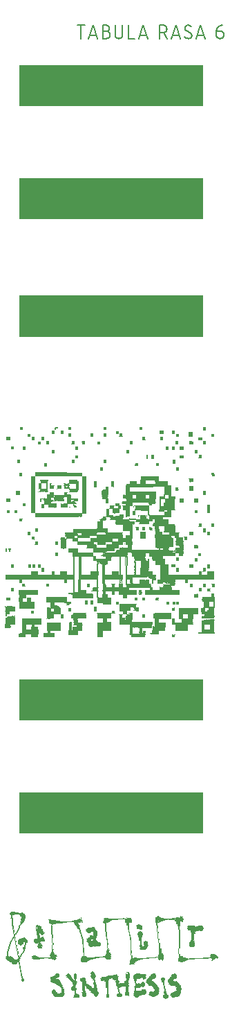
<source format=gbr>
G04 EAGLE Gerber RS-274X export*
G75*
%MOMM*%
%FSLAX34Y34*%
%LPD*%
%INSilkscreen Top*%
%IPPOS*%
%AMOC8*
5,1,8,0,0,1.08239X$1,22.5*%
G01*
%ADD10C,0.152400*%
%ADD11R,0.800000X0.025000*%
%ADD12R,0.850000X0.025000*%
%ADD13R,1.350000X0.025000*%
%ADD14R,0.675000X0.025000*%
%ADD15R,1.750000X0.025000*%
%ADD16R,0.125000X0.025000*%
%ADD17R,0.150000X0.025000*%
%ADD18R,0.175000X0.025000*%
%ADD19R,0.200000X0.025000*%
%ADD20R,0.375000X0.025000*%
%ADD21R,1.850000X0.025000*%
%ADD22R,0.100000X0.025000*%
%ADD23R,1.925000X0.025000*%
%ADD24R,1.125000X0.025000*%
%ADD25R,0.825000X0.025000*%
%ADD26R,1.950000X0.025000*%
%ADD27R,0.950000X0.025000*%
%ADD28R,2.325000X0.025000*%
%ADD29R,1.050000X0.025000*%
%ADD30R,2.300000X0.025000*%
%ADD31R,0.350000X0.025000*%
%ADD32R,0.750000X0.025000*%
%ADD33R,2.275000X0.025000*%
%ADD34R,2.225000X0.025000*%
%ADD35R,0.025000X0.025000*%
%ADD36R,0.975000X0.025000*%
%ADD37R,1.975000X0.025000*%
%ADD38R,0.075000X0.025000*%
%ADD39R,0.050000X0.025000*%
%ADD40R,1.525000X0.025000*%
%ADD41R,0.250000X0.025000*%
%ADD42R,0.275000X0.025000*%
%ADD43R,0.325000X0.025000*%
%ADD44R,1.150000X0.025000*%
%ADD45R,1.725000X0.025000*%
%ADD46R,0.775000X0.025000*%
%ADD47R,1.675000X0.025000*%
%ADD48R,1.550000X0.025000*%
%ADD49R,1.700000X0.025000*%
%ADD50R,1.575000X0.025000*%
%ADD51R,1.175000X0.025000*%
%ADD52R,0.450000X0.025000*%
%ADD53R,0.400000X0.025000*%
%ADD54R,0.550000X0.025000*%
%ADD55R,0.425000X0.025000*%
%ADD56R,0.525000X0.025000*%
%ADD57R,0.500000X0.025000*%
%ADD58R,0.600000X0.025000*%
%ADD59R,1.650000X0.025000*%
%ADD60R,0.625000X0.025000*%
%ADD61R,2.750000X0.025000*%
%ADD62R,1.300000X0.025000*%
%ADD63R,1.325000X0.025000*%
%ADD64R,1.075000X0.025000*%
%ADD65R,3.975000X0.025000*%
%ADD66R,2.150000X0.025000*%
%ADD67R,4.000000X0.025000*%
%ADD68R,2.175000X0.025000*%
%ADD69R,1.100000X0.025000*%
%ADD70R,2.575000X0.025000*%
%ADD71R,1.025000X0.025000*%
%ADD72R,1.400000X0.025000*%
%ADD73R,1.625000X0.025000*%
%ADD74R,0.475000X0.025000*%
%ADD75R,1.600000X0.025000*%
%ADD76R,1.425000X0.025000*%
%ADD77R,0.300000X0.025000*%
%ADD78R,2.000000X0.025000*%
%ADD79R,0.900000X0.025000*%
%ADD80R,0.925000X0.025000*%
%ADD81R,1.825000X0.025000*%
%ADD82R,1.275000X0.025000*%
%ADD83R,0.225000X0.025000*%
%ADD84R,0.725000X0.025000*%
%ADD85R,1.250000X0.025000*%
%ADD86R,1.225000X0.025000*%
%ADD87R,0.575000X0.025000*%
%ADD88R,2.125000X0.025000*%
%ADD89R,2.025000X0.025000*%
%ADD90R,1.500000X0.025000*%
%ADD91R,0.650000X0.025000*%
%ADD92R,0.875000X0.025000*%
%ADD93R,1.375000X0.025000*%
%ADD94R,0.700000X0.025000*%
%ADD95R,2.100000X0.025000*%
%ADD96R,2.075000X0.025000*%
%ADD97R,1.875000X0.025000*%
%ADD98R,1.000000X0.025000*%
%ADD99R,2.975000X0.025000*%
%ADD100R,2.475000X0.025000*%
%ADD101R,1.475000X0.025000*%
%ADD102R,1.775000X0.025000*%
%ADD103R,2.500000X0.025000*%
%ADD104R,4.150000X0.025000*%
%ADD105R,2.650000X0.025000*%
%ADD106R,2.900000X0.025000*%
%ADD107R,3.050000X0.025000*%
%ADD108R,3.250000X0.025000*%
%ADD109R,1.450000X0.025000*%
%ADD110R,4.975000X0.025000*%
%ADD111R,3.175000X0.025000*%
%ADD112R,3.100000X0.025000*%
%ADD113R,3.075000X0.025000*%
%ADD114R,3.125000X0.025000*%
%ADD115R,5.200000X0.025000*%
%ADD116R,8.475000X0.025000*%
%ADD117R,2.450000X0.025000*%
%ADD118R,6.675000X0.025000*%
%ADD119R,1.200000X0.025000*%
%ADD120R,3.650000X0.025000*%
%ADD121R,2.250000X0.025000*%
%ADD122R,3.300000X0.025000*%
%ADD123R,2.950000X0.025000*%
%ADD124R,3.025000X0.025000*%
%ADD125R,3.200000X0.025000*%
%ADD126R,3.000000X0.025000*%
%ADD127R,2.800000X0.025000*%
%ADD128R,2.600000X0.025000*%
%ADD129R,2.850000X0.025000*%
%ADD130R,2.675000X0.025000*%
%ADD131R,2.550000X0.025000*%
%ADD132R,5.325000X0.025000*%
%ADD133R,5.000000X0.025000*%
%ADD134R,6.950000X0.025000*%
%ADD135R,6.975000X0.025000*%
%ADD136R,7.000000X0.025000*%
%ADD137R,7.125000X0.025000*%
%ADD138R,7.025000X0.025000*%
%ADD139R,2.625000X0.025000*%
%ADD140R,6.900000X0.025000*%
%ADD141R,2.200000X0.025000*%
%ADD142R,6.875000X0.025000*%
%ADD143R,6.425000X0.025000*%
%ADD144R,3.400000X0.025000*%
%ADD145R,5.150000X0.025000*%
%ADD146R,3.150000X0.025000*%
%ADD147R,2.925000X0.025000*%
%ADD148R,7.075000X0.025000*%
%ADD149R,5.075000X0.025000*%
%ADD150R,4.300000X0.025000*%
%ADD151R,2.700000X0.025000*%
%ADD152R,2.050000X0.025000*%
%ADD153R,1.900000X0.025000*%
%ADD154R,2.425000X0.025000*%
%ADD155R,2.825000X0.025000*%
%ADD156R,5.725000X0.025000*%
%ADD157R,5.750000X0.025000*%
%ADD158R,3.800000X0.025000*%
%ADD159R,4.025000X0.025000*%
%ADD160R,3.625000X0.025000*%
%ADD161R,3.375000X0.025000*%
%ADD162R,5.575000X0.025000*%
%ADD163R,5.800000X0.025000*%
%ADD164R,3.875000X0.025000*%
%ADD165R,0.240000X0.080000*%
%ADD166R,0.560000X0.080000*%
%ADD167R,0.640000X0.080000*%
%ADD168R,0.400000X0.080000*%
%ADD169R,0.320000X0.080000*%
%ADD170R,0.960000X0.080000*%
%ADD171R,0.160000X0.080000*%
%ADD172R,0.480000X0.080000*%
%ADD173R,0.880000X0.080000*%
%ADD174R,1.200000X0.080000*%
%ADD175R,0.080000X0.080000*%
%ADD176R,0.720000X0.080000*%
%ADD177R,1.040000X0.080000*%
%ADD178R,1.360000X0.080000*%
%ADD179R,1.120000X0.080000*%
%ADD180R,1.280000X0.080000*%
%ADD181R,1.520000X0.080000*%
%ADD182R,1.440000X0.080000*%
%ADD183R,0.800000X0.080000*%
%ADD184R,1.600000X0.080000*%
%ADD185R,2.080000X0.080000*%
%ADD186R,2.000000X0.080000*%
%ADD187R,1.840000X0.080000*%
%ADD188R,2.240000X0.080000*%
%ADD189R,2.320000X0.080000*%
%ADD190R,2.960000X0.080000*%
%ADD191R,2.160000X0.080000*%
%ADD192R,1.920000X0.080000*%
%ADD193R,1.760000X0.080000*%
%ADD194R,3.920000X0.080000*%
%ADD195R,3.440000X0.080000*%
%ADD196R,2.400000X0.080000*%
%ADD197R,1.680000X0.080000*%

G36*
X262505Y1162499D02*
X262505Y1162499D01*
X262505Y1162500D01*
X262505Y1212500D01*
X262501Y1212505D01*
X262500Y1212505D01*
X37500Y1212505D01*
X37495Y1212501D01*
X37495Y1212500D01*
X37495Y1162500D01*
X37499Y1162495D01*
X37500Y1162495D01*
X262500Y1162495D01*
X262505Y1162499D01*
G37*
G36*
X262505Y1024999D02*
X262505Y1024999D01*
X262505Y1025000D01*
X262505Y1075000D01*
X262501Y1075005D01*
X262500Y1075005D01*
X37500Y1075005D01*
X37495Y1075001D01*
X37495Y1075000D01*
X37495Y1025000D01*
X37499Y1024995D01*
X37500Y1024995D01*
X262500Y1024995D01*
X262505Y1024999D01*
G37*
G36*
X262505Y881249D02*
X262505Y881249D01*
X262505Y881250D01*
X262505Y931250D01*
X262501Y931255D01*
X262500Y931255D01*
X37500Y931255D01*
X37495Y931251D01*
X37495Y931250D01*
X37495Y881250D01*
X37499Y881245D01*
X37500Y881245D01*
X262500Y881245D01*
X262505Y881249D01*
G37*
G36*
X262505Y412499D02*
X262505Y412499D01*
X262505Y412500D01*
X262505Y462500D01*
X262501Y462505D01*
X262500Y462505D01*
X37500Y462505D01*
X37495Y462501D01*
X37495Y462500D01*
X37495Y412500D01*
X37499Y412495D01*
X37500Y412495D01*
X262500Y412495D01*
X262505Y412499D01*
G37*
G36*
X262505Y274999D02*
X262505Y274999D01*
X262505Y275000D01*
X262505Y325000D01*
X262501Y325005D01*
X262500Y325005D01*
X37500Y325005D01*
X37495Y325001D01*
X37495Y325000D01*
X37495Y275000D01*
X37499Y274995D01*
X37500Y274995D01*
X262500Y274995D01*
X262505Y274999D01*
G37*
D10*
X113233Y1245359D02*
X113233Y1261615D01*
X117748Y1261615D02*
X108717Y1261615D01*
X127822Y1261615D02*
X122403Y1245359D01*
X133240Y1245359D02*
X127822Y1261615D01*
X131886Y1249423D02*
X123758Y1249423D01*
X139670Y1254390D02*
X144185Y1254390D01*
X144185Y1254391D02*
X144318Y1254389D01*
X144450Y1254383D01*
X144582Y1254373D01*
X144714Y1254360D01*
X144846Y1254342D01*
X144976Y1254321D01*
X145107Y1254296D01*
X145236Y1254267D01*
X145364Y1254234D01*
X145492Y1254198D01*
X145618Y1254158D01*
X145743Y1254114D01*
X145867Y1254066D01*
X145989Y1254015D01*
X146110Y1253960D01*
X146229Y1253902D01*
X146347Y1253840D01*
X146462Y1253775D01*
X146576Y1253706D01*
X146687Y1253635D01*
X146796Y1253559D01*
X146903Y1253481D01*
X147008Y1253400D01*
X147110Y1253315D01*
X147210Y1253228D01*
X147307Y1253138D01*
X147402Y1253045D01*
X147493Y1252949D01*
X147582Y1252851D01*
X147668Y1252750D01*
X147751Y1252646D01*
X147831Y1252540D01*
X147907Y1252432D01*
X147981Y1252322D01*
X148051Y1252209D01*
X148118Y1252095D01*
X148181Y1251978D01*
X148241Y1251860D01*
X148298Y1251740D01*
X148351Y1251618D01*
X148400Y1251495D01*
X148446Y1251371D01*
X148488Y1251245D01*
X148526Y1251118D01*
X148561Y1250990D01*
X148592Y1250861D01*
X148619Y1250732D01*
X148642Y1250601D01*
X148662Y1250470D01*
X148677Y1250338D01*
X148689Y1250206D01*
X148697Y1250074D01*
X148701Y1249941D01*
X148701Y1249809D01*
X148697Y1249676D01*
X148689Y1249544D01*
X148677Y1249412D01*
X148662Y1249280D01*
X148642Y1249149D01*
X148619Y1249018D01*
X148592Y1248889D01*
X148561Y1248760D01*
X148526Y1248632D01*
X148488Y1248505D01*
X148446Y1248379D01*
X148400Y1248255D01*
X148351Y1248132D01*
X148298Y1248010D01*
X148241Y1247890D01*
X148181Y1247772D01*
X148118Y1247655D01*
X148051Y1247541D01*
X147981Y1247428D01*
X147907Y1247318D01*
X147831Y1247210D01*
X147751Y1247104D01*
X147668Y1247000D01*
X147582Y1246899D01*
X147493Y1246801D01*
X147402Y1246705D01*
X147307Y1246612D01*
X147210Y1246522D01*
X147110Y1246435D01*
X147008Y1246350D01*
X146903Y1246269D01*
X146796Y1246191D01*
X146687Y1246115D01*
X146576Y1246044D01*
X146462Y1245975D01*
X146347Y1245910D01*
X146229Y1245848D01*
X146110Y1245790D01*
X145989Y1245735D01*
X145867Y1245684D01*
X145743Y1245636D01*
X145618Y1245592D01*
X145492Y1245552D01*
X145364Y1245516D01*
X145236Y1245483D01*
X145107Y1245454D01*
X144976Y1245429D01*
X144846Y1245408D01*
X144714Y1245390D01*
X144582Y1245377D01*
X144450Y1245367D01*
X144318Y1245361D01*
X144185Y1245359D01*
X139670Y1245359D01*
X139670Y1261615D01*
X144185Y1261615D01*
X144304Y1261613D01*
X144424Y1261607D01*
X144543Y1261597D01*
X144661Y1261583D01*
X144780Y1261566D01*
X144897Y1261544D01*
X145014Y1261519D01*
X145129Y1261489D01*
X145244Y1261456D01*
X145358Y1261419D01*
X145470Y1261379D01*
X145581Y1261334D01*
X145690Y1261286D01*
X145798Y1261235D01*
X145904Y1261180D01*
X146008Y1261121D01*
X146110Y1261059D01*
X146210Y1260994D01*
X146308Y1260925D01*
X146404Y1260853D01*
X146497Y1260778D01*
X146587Y1260701D01*
X146675Y1260620D01*
X146760Y1260536D01*
X146842Y1260449D01*
X146922Y1260360D01*
X146998Y1260268D01*
X147072Y1260174D01*
X147142Y1260077D01*
X147209Y1259979D01*
X147273Y1259878D01*
X147333Y1259774D01*
X147390Y1259669D01*
X147443Y1259562D01*
X147493Y1259454D01*
X147539Y1259344D01*
X147581Y1259232D01*
X147620Y1259119D01*
X147655Y1259005D01*
X147686Y1258890D01*
X147714Y1258773D01*
X147737Y1258656D01*
X147757Y1258539D01*
X147773Y1258420D01*
X147785Y1258301D01*
X147793Y1258182D01*
X147797Y1258063D01*
X147797Y1257943D01*
X147793Y1257824D01*
X147785Y1257705D01*
X147773Y1257586D01*
X147757Y1257467D01*
X147737Y1257350D01*
X147714Y1257233D01*
X147686Y1257116D01*
X147655Y1257001D01*
X147620Y1256887D01*
X147581Y1256774D01*
X147539Y1256662D01*
X147493Y1256552D01*
X147443Y1256444D01*
X147390Y1256337D01*
X147333Y1256232D01*
X147273Y1256128D01*
X147209Y1256027D01*
X147142Y1255929D01*
X147072Y1255832D01*
X146998Y1255738D01*
X146922Y1255646D01*
X146842Y1255557D01*
X146760Y1255470D01*
X146675Y1255386D01*
X146587Y1255305D01*
X146497Y1255228D01*
X146404Y1255153D01*
X146308Y1255081D01*
X146210Y1255012D01*
X146110Y1254947D01*
X146008Y1254885D01*
X145904Y1254826D01*
X145798Y1254771D01*
X145690Y1254720D01*
X145581Y1254672D01*
X145470Y1254627D01*
X145358Y1254587D01*
X145244Y1254550D01*
X145129Y1254517D01*
X145014Y1254487D01*
X144897Y1254462D01*
X144780Y1254440D01*
X144661Y1254423D01*
X144543Y1254409D01*
X144424Y1254399D01*
X144304Y1254393D01*
X144185Y1254391D01*
X155090Y1249875D02*
X155090Y1261615D01*
X155089Y1249875D02*
X155091Y1249742D01*
X155097Y1249610D01*
X155107Y1249478D01*
X155120Y1249346D01*
X155138Y1249214D01*
X155159Y1249084D01*
X155184Y1248953D01*
X155213Y1248824D01*
X155246Y1248696D01*
X155282Y1248568D01*
X155322Y1248442D01*
X155366Y1248317D01*
X155414Y1248193D01*
X155465Y1248071D01*
X155520Y1247950D01*
X155578Y1247831D01*
X155640Y1247713D01*
X155705Y1247598D01*
X155774Y1247484D01*
X155845Y1247373D01*
X155921Y1247264D01*
X155999Y1247157D01*
X156080Y1247052D01*
X156165Y1246950D01*
X156252Y1246850D01*
X156342Y1246753D01*
X156435Y1246658D01*
X156531Y1246567D01*
X156629Y1246478D01*
X156730Y1246392D01*
X156834Y1246309D01*
X156940Y1246229D01*
X157048Y1246153D01*
X157158Y1246079D01*
X157271Y1246009D01*
X157385Y1245942D01*
X157502Y1245879D01*
X157620Y1245819D01*
X157740Y1245762D01*
X157862Y1245709D01*
X157985Y1245660D01*
X158109Y1245614D01*
X158235Y1245572D01*
X158362Y1245534D01*
X158490Y1245499D01*
X158619Y1245468D01*
X158748Y1245441D01*
X158879Y1245418D01*
X159010Y1245398D01*
X159142Y1245383D01*
X159274Y1245371D01*
X159406Y1245363D01*
X159539Y1245359D01*
X159671Y1245359D01*
X159804Y1245363D01*
X159936Y1245371D01*
X160068Y1245383D01*
X160200Y1245398D01*
X160331Y1245418D01*
X160462Y1245441D01*
X160591Y1245468D01*
X160720Y1245499D01*
X160848Y1245534D01*
X160975Y1245572D01*
X161101Y1245614D01*
X161225Y1245660D01*
X161348Y1245709D01*
X161470Y1245762D01*
X161590Y1245819D01*
X161708Y1245879D01*
X161825Y1245942D01*
X161939Y1246009D01*
X162052Y1246079D01*
X162162Y1246153D01*
X162270Y1246229D01*
X162376Y1246309D01*
X162480Y1246392D01*
X162581Y1246478D01*
X162679Y1246567D01*
X162775Y1246658D01*
X162868Y1246753D01*
X162958Y1246850D01*
X163045Y1246950D01*
X163130Y1247052D01*
X163211Y1247157D01*
X163289Y1247264D01*
X163365Y1247373D01*
X163436Y1247484D01*
X163505Y1247598D01*
X163570Y1247713D01*
X163632Y1247831D01*
X163690Y1247950D01*
X163745Y1248071D01*
X163796Y1248193D01*
X163844Y1248317D01*
X163888Y1248442D01*
X163928Y1248568D01*
X163964Y1248696D01*
X163997Y1248824D01*
X164026Y1248953D01*
X164051Y1249084D01*
X164072Y1249214D01*
X164090Y1249346D01*
X164103Y1249478D01*
X164113Y1249610D01*
X164119Y1249742D01*
X164121Y1249875D01*
X164121Y1261615D01*
X171793Y1261615D02*
X171793Y1245359D01*
X179018Y1245359D01*
X183886Y1245359D02*
X189305Y1261615D01*
X194723Y1245359D01*
X193369Y1249423D02*
X185241Y1249423D01*
X209370Y1245359D02*
X209370Y1261615D01*
X213885Y1261615D01*
X213885Y1261616D02*
X214018Y1261614D01*
X214150Y1261608D01*
X214282Y1261598D01*
X214414Y1261585D01*
X214546Y1261567D01*
X214676Y1261546D01*
X214807Y1261521D01*
X214936Y1261492D01*
X215064Y1261459D01*
X215192Y1261423D01*
X215318Y1261383D01*
X215443Y1261339D01*
X215567Y1261291D01*
X215689Y1261240D01*
X215810Y1261185D01*
X215929Y1261127D01*
X216047Y1261065D01*
X216162Y1261000D01*
X216276Y1260931D01*
X216387Y1260860D01*
X216496Y1260784D01*
X216603Y1260706D01*
X216708Y1260625D01*
X216810Y1260540D01*
X216910Y1260453D01*
X217007Y1260363D01*
X217102Y1260270D01*
X217193Y1260174D01*
X217282Y1260076D01*
X217368Y1259975D01*
X217451Y1259871D01*
X217531Y1259765D01*
X217607Y1259657D01*
X217681Y1259547D01*
X217751Y1259434D01*
X217818Y1259320D01*
X217881Y1259203D01*
X217941Y1259085D01*
X217998Y1258965D01*
X218051Y1258843D01*
X218100Y1258720D01*
X218146Y1258596D01*
X218188Y1258470D01*
X218226Y1258343D01*
X218261Y1258215D01*
X218292Y1258086D01*
X218319Y1257957D01*
X218342Y1257826D01*
X218362Y1257695D01*
X218377Y1257563D01*
X218389Y1257431D01*
X218397Y1257299D01*
X218401Y1257166D01*
X218401Y1257034D01*
X218397Y1256901D01*
X218389Y1256769D01*
X218377Y1256637D01*
X218362Y1256505D01*
X218342Y1256374D01*
X218319Y1256243D01*
X218292Y1256114D01*
X218261Y1255985D01*
X218226Y1255857D01*
X218188Y1255730D01*
X218146Y1255604D01*
X218100Y1255480D01*
X218051Y1255357D01*
X217998Y1255235D01*
X217941Y1255115D01*
X217881Y1254997D01*
X217818Y1254880D01*
X217751Y1254766D01*
X217681Y1254653D01*
X217607Y1254543D01*
X217531Y1254435D01*
X217451Y1254329D01*
X217368Y1254225D01*
X217282Y1254124D01*
X217193Y1254026D01*
X217102Y1253930D01*
X217007Y1253837D01*
X216910Y1253747D01*
X216810Y1253660D01*
X216708Y1253575D01*
X216603Y1253494D01*
X216496Y1253416D01*
X216387Y1253340D01*
X216276Y1253269D01*
X216162Y1253200D01*
X216047Y1253135D01*
X215929Y1253073D01*
X215810Y1253015D01*
X215689Y1252960D01*
X215567Y1252909D01*
X215443Y1252861D01*
X215318Y1252817D01*
X215192Y1252777D01*
X215064Y1252741D01*
X214936Y1252708D01*
X214807Y1252679D01*
X214676Y1252654D01*
X214546Y1252633D01*
X214414Y1252615D01*
X214282Y1252602D01*
X214150Y1252592D01*
X214018Y1252586D01*
X213885Y1252584D01*
X209370Y1252584D01*
X214788Y1252584D02*
X218401Y1245359D01*
X224006Y1245359D02*
X229425Y1261615D01*
X234844Y1245359D01*
X233489Y1249423D02*
X225361Y1249423D01*
X245438Y1245360D02*
X245556Y1245362D01*
X245674Y1245368D01*
X245792Y1245377D01*
X245909Y1245391D01*
X246026Y1245408D01*
X246143Y1245429D01*
X246258Y1245454D01*
X246373Y1245483D01*
X246487Y1245516D01*
X246599Y1245552D01*
X246710Y1245592D01*
X246820Y1245635D01*
X246929Y1245682D01*
X247036Y1245732D01*
X247141Y1245787D01*
X247244Y1245844D01*
X247345Y1245905D01*
X247445Y1245969D01*
X247542Y1246036D01*
X247637Y1246106D01*
X247729Y1246180D01*
X247820Y1246256D01*
X247907Y1246336D01*
X247992Y1246418D01*
X248074Y1246503D01*
X248154Y1246590D01*
X248230Y1246681D01*
X248304Y1246773D01*
X248374Y1246868D01*
X248441Y1246965D01*
X248505Y1247065D01*
X248566Y1247166D01*
X248623Y1247269D01*
X248678Y1247374D01*
X248728Y1247481D01*
X248775Y1247590D01*
X248818Y1247700D01*
X248858Y1247811D01*
X248894Y1247923D01*
X248927Y1248037D01*
X248956Y1248152D01*
X248981Y1248267D01*
X249002Y1248384D01*
X249019Y1248501D01*
X249033Y1248618D01*
X249042Y1248736D01*
X249048Y1248854D01*
X249050Y1248972D01*
X245438Y1245360D02*
X245255Y1245362D01*
X245073Y1245369D01*
X244891Y1245380D01*
X244709Y1245395D01*
X244527Y1245415D01*
X244346Y1245438D01*
X244166Y1245467D01*
X243986Y1245499D01*
X243807Y1245536D01*
X243630Y1245577D01*
X243453Y1245623D01*
X243277Y1245672D01*
X243103Y1245726D01*
X242929Y1245784D01*
X242758Y1245846D01*
X242588Y1245912D01*
X242419Y1245983D01*
X242252Y1246057D01*
X242087Y1246135D01*
X241924Y1246217D01*
X241763Y1246303D01*
X241604Y1246393D01*
X241447Y1246487D01*
X241293Y1246584D01*
X241141Y1246685D01*
X240991Y1246790D01*
X240844Y1246898D01*
X240700Y1247009D01*
X240558Y1247124D01*
X240419Y1247243D01*
X240283Y1247365D01*
X240150Y1247490D01*
X240020Y1247618D01*
X240472Y1258003D02*
X240474Y1258121D01*
X240480Y1258239D01*
X240489Y1258357D01*
X240503Y1258474D01*
X240520Y1258591D01*
X240541Y1258708D01*
X240566Y1258823D01*
X240595Y1258938D01*
X240628Y1259052D01*
X240664Y1259164D01*
X240704Y1259275D01*
X240747Y1259385D01*
X240794Y1259494D01*
X240844Y1259601D01*
X240899Y1259706D01*
X240956Y1259809D01*
X241017Y1259910D01*
X241081Y1260010D01*
X241148Y1260107D01*
X241218Y1260202D01*
X241292Y1260294D01*
X241368Y1260385D01*
X241448Y1260472D01*
X241530Y1260557D01*
X241615Y1260639D01*
X241702Y1260719D01*
X241793Y1260795D01*
X241885Y1260869D01*
X241980Y1260939D01*
X242077Y1261006D01*
X242177Y1261070D01*
X242278Y1261131D01*
X242381Y1261189D01*
X242486Y1261243D01*
X242593Y1261293D01*
X242702Y1261340D01*
X242812Y1261384D01*
X242923Y1261423D01*
X243036Y1261459D01*
X243149Y1261492D01*
X243264Y1261521D01*
X243379Y1261546D01*
X243496Y1261567D01*
X243613Y1261584D01*
X243730Y1261598D01*
X243848Y1261607D01*
X243966Y1261613D01*
X244084Y1261615D01*
X244083Y1261615D02*
X244244Y1261613D01*
X244406Y1261607D01*
X244567Y1261598D01*
X244728Y1261584D01*
X244888Y1261567D01*
X245048Y1261546D01*
X245208Y1261521D01*
X245367Y1261492D01*
X245525Y1261460D01*
X245682Y1261424D01*
X245838Y1261384D01*
X245994Y1261340D01*
X246148Y1261292D01*
X246301Y1261241D01*
X246453Y1261187D01*
X246604Y1261128D01*
X246753Y1261067D01*
X246900Y1261001D01*
X247046Y1260932D01*
X247191Y1260860D01*
X247333Y1260784D01*
X247474Y1260705D01*
X247613Y1260623D01*
X247749Y1260537D01*
X247884Y1260448D01*
X248017Y1260356D01*
X248147Y1260260D01*
X242277Y1254842D02*
X242176Y1254904D01*
X242076Y1254969D01*
X241979Y1255038D01*
X241884Y1255110D01*
X241791Y1255184D01*
X241701Y1255262D01*
X241613Y1255343D01*
X241528Y1255426D01*
X241446Y1255512D01*
X241367Y1255601D01*
X241290Y1255692D01*
X241217Y1255786D01*
X241146Y1255882D01*
X241079Y1255980D01*
X241015Y1256080D01*
X240954Y1256183D01*
X240897Y1256287D01*
X240843Y1256393D01*
X240793Y1256501D01*
X240746Y1256610D01*
X240702Y1256721D01*
X240662Y1256833D01*
X240626Y1256947D01*
X240594Y1257061D01*
X240565Y1257177D01*
X240540Y1257293D01*
X240519Y1257410D01*
X240502Y1257528D01*
X240488Y1257646D01*
X240479Y1257765D01*
X240473Y1257884D01*
X240471Y1258003D01*
X247245Y1252133D02*
X247346Y1252071D01*
X247446Y1252006D01*
X247543Y1251937D01*
X247638Y1251865D01*
X247731Y1251791D01*
X247821Y1251713D01*
X247909Y1251632D01*
X247994Y1251549D01*
X248076Y1251463D01*
X248155Y1251374D01*
X248232Y1251283D01*
X248305Y1251189D01*
X248376Y1251093D01*
X248443Y1250995D01*
X248507Y1250895D01*
X248568Y1250792D01*
X248625Y1250688D01*
X248679Y1250582D01*
X248729Y1250474D01*
X248776Y1250365D01*
X248820Y1250254D01*
X248860Y1250142D01*
X248896Y1250028D01*
X248928Y1249914D01*
X248957Y1249798D01*
X248982Y1249682D01*
X249003Y1249565D01*
X249020Y1249447D01*
X249034Y1249329D01*
X249043Y1249210D01*
X249049Y1249091D01*
X249051Y1248972D01*
X247244Y1252133D02*
X242277Y1254842D01*
X254227Y1245359D02*
X259645Y1261615D01*
X265064Y1245359D01*
X263709Y1249423D02*
X255581Y1249423D01*
X279098Y1254390D02*
X284516Y1254390D01*
X284634Y1254388D01*
X284752Y1254382D01*
X284870Y1254373D01*
X284987Y1254359D01*
X285104Y1254342D01*
X285221Y1254321D01*
X285336Y1254296D01*
X285451Y1254267D01*
X285565Y1254234D01*
X285677Y1254198D01*
X285788Y1254158D01*
X285898Y1254115D01*
X286007Y1254068D01*
X286114Y1254018D01*
X286219Y1253963D01*
X286322Y1253906D01*
X286423Y1253845D01*
X286523Y1253781D01*
X286620Y1253714D01*
X286715Y1253644D01*
X286807Y1253570D01*
X286898Y1253494D01*
X286985Y1253414D01*
X287070Y1253332D01*
X287152Y1253247D01*
X287232Y1253160D01*
X287308Y1253069D01*
X287382Y1252977D01*
X287452Y1252882D01*
X287519Y1252785D01*
X287583Y1252685D01*
X287644Y1252584D01*
X287701Y1252481D01*
X287756Y1252376D01*
X287806Y1252269D01*
X287853Y1252160D01*
X287896Y1252050D01*
X287936Y1251939D01*
X287972Y1251827D01*
X288005Y1251713D01*
X288034Y1251598D01*
X288059Y1251483D01*
X288080Y1251366D01*
X288097Y1251249D01*
X288111Y1251132D01*
X288120Y1251014D01*
X288126Y1250896D01*
X288128Y1250778D01*
X288129Y1250778D02*
X288129Y1249875D01*
X288127Y1249742D01*
X288121Y1249610D01*
X288111Y1249478D01*
X288098Y1249346D01*
X288080Y1249214D01*
X288059Y1249084D01*
X288034Y1248953D01*
X288005Y1248824D01*
X287972Y1248696D01*
X287936Y1248568D01*
X287896Y1248442D01*
X287852Y1248317D01*
X287804Y1248193D01*
X287753Y1248071D01*
X287698Y1247950D01*
X287640Y1247831D01*
X287578Y1247713D01*
X287513Y1247598D01*
X287444Y1247484D01*
X287373Y1247373D01*
X287297Y1247264D01*
X287219Y1247157D01*
X287138Y1247052D01*
X287053Y1246950D01*
X286966Y1246850D01*
X286876Y1246753D01*
X286783Y1246658D01*
X286687Y1246567D01*
X286589Y1246478D01*
X286488Y1246392D01*
X286384Y1246309D01*
X286278Y1246229D01*
X286170Y1246153D01*
X286060Y1246079D01*
X285947Y1246009D01*
X285833Y1245942D01*
X285716Y1245879D01*
X285598Y1245819D01*
X285478Y1245762D01*
X285356Y1245709D01*
X285233Y1245660D01*
X285109Y1245614D01*
X284983Y1245572D01*
X284856Y1245534D01*
X284728Y1245499D01*
X284599Y1245468D01*
X284470Y1245441D01*
X284339Y1245418D01*
X284208Y1245398D01*
X284076Y1245383D01*
X283944Y1245371D01*
X283812Y1245363D01*
X283679Y1245359D01*
X283547Y1245359D01*
X283414Y1245363D01*
X283282Y1245371D01*
X283150Y1245383D01*
X283018Y1245398D01*
X282887Y1245418D01*
X282756Y1245441D01*
X282627Y1245468D01*
X282498Y1245499D01*
X282370Y1245534D01*
X282243Y1245572D01*
X282117Y1245614D01*
X281993Y1245660D01*
X281870Y1245709D01*
X281748Y1245762D01*
X281628Y1245819D01*
X281510Y1245879D01*
X281393Y1245942D01*
X281279Y1246009D01*
X281166Y1246079D01*
X281056Y1246153D01*
X280948Y1246229D01*
X280842Y1246309D01*
X280738Y1246392D01*
X280637Y1246478D01*
X280539Y1246567D01*
X280443Y1246658D01*
X280350Y1246753D01*
X280260Y1246850D01*
X280173Y1246950D01*
X280088Y1247052D01*
X280007Y1247157D01*
X279929Y1247264D01*
X279853Y1247373D01*
X279782Y1247484D01*
X279713Y1247598D01*
X279648Y1247713D01*
X279586Y1247831D01*
X279528Y1247950D01*
X279473Y1248071D01*
X279422Y1248193D01*
X279374Y1248317D01*
X279330Y1248442D01*
X279290Y1248568D01*
X279254Y1248696D01*
X279221Y1248824D01*
X279192Y1248953D01*
X279167Y1249084D01*
X279146Y1249214D01*
X279128Y1249346D01*
X279115Y1249478D01*
X279105Y1249610D01*
X279099Y1249742D01*
X279097Y1249875D01*
X279098Y1249875D02*
X279098Y1254390D01*
X279100Y1254567D01*
X279107Y1254745D01*
X279118Y1254922D01*
X279133Y1255098D01*
X279152Y1255274D01*
X279176Y1255450D01*
X279204Y1255625D01*
X279237Y1255800D01*
X279274Y1255973D01*
X279315Y1256146D01*
X279360Y1256317D01*
X279409Y1256487D01*
X279463Y1256656D01*
X279520Y1256824D01*
X279582Y1256990D01*
X279648Y1257155D01*
X279718Y1257318D01*
X279792Y1257479D01*
X279869Y1257638D01*
X279951Y1257796D01*
X280037Y1257951D01*
X280126Y1258104D01*
X280219Y1258255D01*
X280316Y1258404D01*
X280416Y1258550D01*
X280520Y1258694D01*
X280627Y1258835D01*
X280738Y1258973D01*
X280852Y1259109D01*
X280970Y1259242D01*
X281090Y1259372D01*
X281214Y1259499D01*
X281341Y1259623D01*
X281471Y1259743D01*
X281604Y1259861D01*
X281739Y1259975D01*
X281878Y1260086D01*
X282019Y1260193D01*
X282163Y1260297D01*
X282309Y1260397D01*
X282458Y1260494D01*
X282609Y1260587D01*
X282762Y1260676D01*
X282917Y1260762D01*
X283075Y1260844D01*
X283234Y1260921D01*
X283395Y1260995D01*
X283558Y1261065D01*
X283723Y1261131D01*
X283889Y1261193D01*
X284057Y1261250D01*
X284226Y1261304D01*
X284396Y1261353D01*
X284567Y1261398D01*
X284740Y1261439D01*
X284913Y1261476D01*
X285088Y1261509D01*
X285263Y1261537D01*
X285439Y1261561D01*
X285615Y1261580D01*
X285791Y1261595D01*
X285968Y1261606D01*
X286146Y1261613D01*
X286323Y1261615D01*
D11*
X41375Y514500D03*
D12*
X56375Y514500D03*
D13*
X74125Y514500D03*
D14*
X136750Y514500D03*
D15*
X183625Y514500D03*
D16*
X225500Y514500D03*
D17*
X227625Y514500D03*
D11*
X41375Y514750D03*
D12*
X56375Y514750D03*
D13*
X74125Y514750D03*
D14*
X136750Y514750D03*
D15*
X183625Y514750D03*
D17*
X225625Y514750D03*
D18*
X227500Y514750D03*
D11*
X41375Y515000D03*
D12*
X56375Y515000D03*
D13*
X74125Y515000D03*
D14*
X136750Y515000D03*
D15*
X183625Y515000D03*
D17*
X225625Y515000D03*
D18*
X227500Y515000D03*
D11*
X41375Y515250D03*
D12*
X56375Y515250D03*
D13*
X74125Y515250D03*
D14*
X136750Y515250D03*
D15*
X183625Y515250D03*
D17*
X225625Y515250D03*
D19*
X227625Y515250D03*
D11*
X41375Y515500D03*
D12*
X56375Y515500D03*
D13*
X74125Y515500D03*
D14*
X136750Y515500D03*
D15*
X183625Y515500D03*
D17*
X225625Y515500D03*
D19*
X227625Y515500D03*
D11*
X41375Y515750D03*
D12*
X56375Y515750D03*
D13*
X74125Y515750D03*
D14*
X136750Y515750D03*
D15*
X183625Y515750D03*
D20*
X226750Y515750D03*
D11*
X41375Y516000D03*
D12*
X56375Y516000D03*
D13*
X74125Y516000D03*
D14*
X136750Y516000D03*
D15*
X183625Y516000D03*
D20*
X226750Y516000D03*
D11*
X41375Y516250D03*
D12*
X56375Y516250D03*
D13*
X74125Y516250D03*
D14*
X136750Y516250D03*
D15*
X183625Y516250D03*
D20*
X226750Y516250D03*
D11*
X41375Y516500D03*
D12*
X56375Y516500D03*
D13*
X74125Y516500D03*
D14*
X136750Y516500D03*
D21*
X183125Y516500D03*
D22*
X225625Y516500D03*
D16*
X227750Y516500D03*
D11*
X41375Y516750D03*
D12*
X56375Y516750D03*
D13*
X74125Y516750D03*
D14*
X136750Y516750D03*
D23*
X182750Y516750D03*
D11*
X41375Y517000D03*
D12*
X56375Y517000D03*
D13*
X74125Y517000D03*
D24*
X103750Y517000D03*
D14*
X136750Y517000D03*
D23*
X182750Y517000D03*
D25*
X41500Y517250D03*
D12*
X56375Y517250D03*
D13*
X74125Y517250D03*
D24*
X103750Y517250D03*
D14*
X136750Y517250D03*
D26*
X182625Y517250D03*
D27*
X203875Y517250D03*
D28*
X49000Y517500D03*
D13*
X74125Y517500D03*
D24*
X103750Y517500D03*
D14*
X136750Y517500D03*
D26*
X182625Y517500D03*
D29*
X203375Y517500D03*
D28*
X49000Y517750D03*
D13*
X74125Y517750D03*
D24*
X103750Y517750D03*
D14*
X136750Y517750D03*
D23*
X182750Y517750D03*
D29*
X203375Y517750D03*
D30*
X49125Y518000D03*
D13*
X74125Y518000D03*
D24*
X103750Y518000D03*
D14*
X136750Y518000D03*
D31*
X174875Y518000D03*
D32*
X188625Y518000D03*
D29*
X203375Y518000D03*
D33*
X49250Y518250D03*
D13*
X74125Y518250D03*
D24*
X103750Y518250D03*
D14*
X136750Y518250D03*
D31*
X174875Y518250D03*
D32*
X188625Y518250D03*
D29*
X203375Y518250D03*
D34*
X49500Y518500D03*
D13*
X74125Y518500D03*
D24*
X103750Y518500D03*
D14*
X136750Y518500D03*
D31*
X174875Y518500D03*
D32*
X188625Y518500D03*
D35*
X198250Y518500D03*
D36*
X203750Y518500D03*
D37*
X266750Y518500D03*
D38*
X39500Y518750D03*
D35*
X40250Y518750D03*
D37*
X50750Y518750D03*
D25*
X76250Y518750D03*
D24*
X103750Y518750D03*
D14*
X136750Y518750D03*
D31*
X174875Y518750D03*
D32*
X188625Y518750D03*
D35*
X199500Y518750D03*
D25*
X204500Y518750D03*
D37*
X266750Y518750D03*
X50750Y519000D03*
D20*
X74250Y519000D03*
D24*
X103750Y519000D03*
D14*
X136750Y519000D03*
D31*
X174875Y519000D03*
D38*
X185250Y519000D03*
D39*
X186375Y519000D03*
X187125Y519000D03*
D35*
X188000Y519000D03*
D20*
X190500Y519000D03*
D25*
X204500Y519000D03*
D37*
X266750Y519000D03*
X50750Y519250D03*
D31*
X74375Y519250D03*
D24*
X103750Y519250D03*
D14*
X136750Y519250D03*
D31*
X174875Y519250D03*
D18*
X185750Y519250D03*
D38*
X187250Y519250D03*
D20*
X190500Y519250D03*
D25*
X204500Y519250D03*
D37*
X266750Y519250D03*
D26*
X50875Y519500D03*
D31*
X74375Y519500D03*
D24*
X103750Y519500D03*
D14*
X136750Y519500D03*
D31*
X174875Y519500D03*
D18*
X185750Y519500D03*
D17*
X187625Y519500D03*
D20*
X190500Y519500D03*
D25*
X204500Y519500D03*
D40*
X269000Y519500D03*
D26*
X50875Y519750D03*
D31*
X74375Y519750D03*
D24*
X103750Y519750D03*
D14*
X136750Y519750D03*
D31*
X174875Y519750D03*
D35*
X185000Y519750D03*
D41*
X186875Y519750D03*
D20*
X190500Y519750D03*
D25*
X204500Y519750D03*
D40*
X269000Y519750D03*
D26*
X50875Y520000D03*
D31*
X74375Y520000D03*
D24*
X103750Y520000D03*
D14*
X136750Y520000D03*
D31*
X174875Y520000D03*
D35*
X185000Y520000D03*
D39*
X185625Y520000D03*
D19*
X187125Y520000D03*
D20*
X190500Y520000D03*
D12*
X204375Y520000D03*
D40*
X269000Y520000D03*
D26*
X50875Y520250D03*
D31*
X74375Y520250D03*
D24*
X103750Y520250D03*
D14*
X136750Y520250D03*
D31*
X174875Y520250D03*
D35*
X185000Y520250D03*
D42*
X186750Y520250D03*
D20*
X190500Y520250D03*
D12*
X204375Y520250D03*
D40*
X269000Y520250D03*
D26*
X50875Y520500D03*
D31*
X74375Y520500D03*
D24*
X103750Y520500D03*
D14*
X136750Y520500D03*
D31*
X174875Y520500D03*
D43*
X186500Y520500D03*
D20*
X190500Y520500D03*
D12*
X204375Y520500D03*
D40*
X269000Y520500D03*
D26*
X50875Y520750D03*
D31*
X74375Y520750D03*
D24*
X103750Y520750D03*
D14*
X136750Y520750D03*
D31*
X174875Y520750D03*
D43*
X186500Y520750D03*
D20*
X190500Y520750D03*
D25*
X204500Y520750D03*
D40*
X269000Y520750D03*
D26*
X50875Y521000D03*
D31*
X74375Y521000D03*
D24*
X103750Y521000D03*
D14*
X136750Y521000D03*
D31*
X174875Y521000D03*
D43*
X186500Y521000D03*
D20*
X190500Y521000D03*
D25*
X204500Y521000D03*
D40*
X269000Y521000D03*
D26*
X50875Y521250D03*
D31*
X74375Y521250D03*
D24*
X103750Y521250D03*
D14*
X136750Y521250D03*
D31*
X174875Y521250D03*
D43*
X186500Y521250D03*
D20*
X190500Y521250D03*
D25*
X204500Y521250D03*
D40*
X269000Y521250D03*
D26*
X50875Y521500D03*
D20*
X74250Y521500D03*
D44*
X103875Y521500D03*
D45*
X142000Y521500D03*
D31*
X174875Y521500D03*
D43*
X186500Y521500D03*
D46*
X204750Y521500D03*
D40*
X269000Y521500D03*
D26*
X50875Y521750D03*
D47*
X80000Y521750D03*
X106500Y521750D03*
D45*
X142000Y521750D03*
D31*
X174875Y521750D03*
D41*
X186125Y521750D03*
D35*
X188000Y521750D03*
D48*
X208875Y521750D03*
X236625Y521750D03*
D40*
X269000Y521750D03*
D26*
X50875Y522000D03*
D49*
X79875Y522000D03*
D47*
X106500Y522000D03*
D45*
X142000Y522000D03*
D31*
X174875Y522000D03*
D43*
X186500Y522000D03*
D50*
X209000Y522000D03*
D48*
X236625Y522000D03*
D40*
X269000Y522000D03*
D26*
X50875Y522250D03*
D49*
X79875Y522250D03*
D20*
X100000Y522250D03*
D51*
X109000Y522250D03*
D45*
X142000Y522250D03*
D31*
X174875Y522250D03*
D43*
X186500Y522250D03*
D50*
X209000Y522250D03*
D48*
X236625Y522250D03*
D40*
X269000Y522250D03*
D26*
X50875Y522500D03*
D49*
X79875Y522500D03*
D20*
X100000Y522500D03*
D51*
X109000Y522500D03*
D45*
X142000Y522500D03*
D31*
X174875Y522500D03*
D43*
X186500Y522500D03*
D50*
X209000Y522500D03*
D48*
X236625Y522500D03*
D40*
X269000Y522500D03*
D52*
X43375Y522750D03*
D12*
X56375Y522750D03*
D49*
X79875Y522750D03*
D20*
X100000Y522750D03*
D51*
X109000Y522750D03*
D45*
X142000Y522750D03*
D20*
X174750Y522750D03*
D43*
X186500Y522750D03*
D50*
X209000Y522750D03*
D48*
X236625Y522750D03*
D53*
X263375Y522750D03*
D54*
X273875Y522750D03*
D55*
X43250Y523000D03*
D12*
X56375Y523000D03*
D49*
X79875Y523000D03*
D20*
X100000Y523000D03*
D51*
X109000Y523000D03*
D45*
X142000Y523000D03*
D20*
X174750Y523000D03*
D43*
X186500Y523000D03*
D50*
X209000Y523000D03*
D48*
X236625Y523000D03*
D20*
X263250Y523000D03*
D56*
X273750Y523000D03*
D55*
X43250Y523250D03*
D25*
X56500Y523250D03*
D49*
X79875Y523250D03*
D20*
X100000Y523250D03*
D51*
X109000Y523250D03*
D45*
X142000Y523250D03*
D31*
X174875Y523250D03*
D43*
X186500Y523250D03*
D50*
X209000Y523250D03*
D48*
X236625Y523250D03*
D20*
X263250Y523250D03*
D56*
X273750Y523250D03*
D55*
X43250Y523500D03*
D25*
X56500Y523500D03*
D49*
X79875Y523500D03*
D20*
X100000Y523500D03*
D51*
X109000Y523500D03*
D45*
X142000Y523500D03*
D31*
X174875Y523500D03*
X186625Y523500D03*
D50*
X209000Y523500D03*
D48*
X236625Y523500D03*
D20*
X263250Y523500D03*
D57*
X273625Y523500D03*
D55*
X43250Y523750D03*
D25*
X56500Y523750D03*
D49*
X79875Y523750D03*
D20*
X100000Y523750D03*
D51*
X109000Y523750D03*
D45*
X142000Y523750D03*
D31*
X174875Y523750D03*
D43*
X186500Y523750D03*
D50*
X209000Y523750D03*
D48*
X236625Y523750D03*
D20*
X263250Y523750D03*
D57*
X273625Y523750D03*
D55*
X43250Y524000D03*
D25*
X56500Y524000D03*
D49*
X79875Y524000D03*
D20*
X100000Y524000D03*
D51*
X109000Y524000D03*
D45*
X142000Y524000D03*
D31*
X174875Y524000D03*
D43*
X186500Y524000D03*
D50*
X209000Y524000D03*
D48*
X236625Y524000D03*
D20*
X263250Y524000D03*
D57*
X273625Y524000D03*
D55*
X43250Y524250D03*
D25*
X56500Y524250D03*
D49*
X79875Y524250D03*
D20*
X100000Y524250D03*
D51*
X109000Y524250D03*
D45*
X142000Y524250D03*
D31*
X174875Y524250D03*
D43*
X186500Y524250D03*
D50*
X209000Y524250D03*
D48*
X236625Y524250D03*
D20*
X263250Y524250D03*
D57*
X273625Y524250D03*
D55*
X43250Y524500D03*
D25*
X56500Y524500D03*
D49*
X79875Y524500D03*
D20*
X100000Y524500D03*
D51*
X109000Y524500D03*
D45*
X142000Y524500D03*
D20*
X174750Y524500D03*
D31*
X186625Y524500D03*
D50*
X209000Y524500D03*
D48*
X236625Y524500D03*
D20*
X263250Y524500D03*
D57*
X273625Y524500D03*
D55*
X43250Y524750D03*
D25*
X56500Y524750D03*
D49*
X79875Y524750D03*
D20*
X100000Y524750D03*
D51*
X109000Y524750D03*
D45*
X142000Y524750D03*
D20*
X174750Y524750D03*
D31*
X186625Y524750D03*
D50*
X209000Y524750D03*
D48*
X236625Y524750D03*
D20*
X263250Y524750D03*
D57*
X273625Y524750D03*
D55*
X43250Y525000D03*
D25*
X56500Y525000D03*
D49*
X79875Y525000D03*
D20*
X100000Y525000D03*
D51*
X109000Y525000D03*
D45*
X142000Y525000D03*
D20*
X174750Y525000D03*
D31*
X186625Y525000D03*
D50*
X209000Y525000D03*
D48*
X236625Y525000D03*
D20*
X263250Y525000D03*
D57*
X273625Y525000D03*
D55*
X43250Y525250D03*
D25*
X56500Y525250D03*
D49*
X79875Y525250D03*
D20*
X100000Y525250D03*
D51*
X109000Y525250D03*
D45*
X142000Y525250D03*
D20*
X174750Y525250D03*
X186500Y525250D03*
D50*
X209000Y525250D03*
D48*
X236625Y525250D03*
D20*
X263250Y525250D03*
D57*
X273625Y525250D03*
D58*
X23625Y525500D03*
D55*
X43250Y525500D03*
D25*
X56500Y525500D03*
D49*
X79875Y525500D03*
D20*
X100000Y525500D03*
D51*
X109000Y525500D03*
D45*
X142000Y525500D03*
D20*
X174750Y525500D03*
D35*
X178750Y525500D03*
D59*
X192125Y525500D03*
D50*
X209000Y525500D03*
D48*
X236625Y525500D03*
D20*
X263250Y525500D03*
D57*
X273625Y525500D03*
D60*
X23750Y525750D03*
D55*
X43250Y525750D03*
D25*
X56500Y525750D03*
D49*
X79875Y525750D03*
D20*
X100000Y525750D03*
D51*
X109000Y525750D03*
D45*
X142000Y525750D03*
D32*
X176625Y525750D03*
D39*
X180875Y525750D03*
D50*
X192500Y525750D03*
X209000Y525750D03*
D48*
X236625Y525750D03*
D20*
X263250Y525750D03*
D57*
X273625Y525750D03*
D60*
X23750Y526000D03*
D55*
X43250Y526000D03*
D53*
X54375Y526000D03*
D49*
X79875Y526000D03*
D20*
X100000Y526000D03*
D51*
X109000Y526000D03*
D45*
X142000Y526000D03*
D61*
X186625Y526000D03*
D50*
X209000Y526000D03*
D48*
X236625Y526000D03*
D20*
X263250Y526000D03*
D57*
X273625Y526000D03*
D60*
X23750Y526250D03*
D55*
X43250Y526250D03*
D53*
X54375Y526250D03*
D49*
X79875Y526250D03*
D20*
X100000Y526250D03*
D51*
X109000Y526250D03*
D45*
X142000Y526250D03*
D61*
X186625Y526250D03*
D22*
X201625Y526250D03*
D62*
X210375Y526250D03*
D48*
X236625Y526250D03*
D20*
X263250Y526250D03*
D57*
X273625Y526250D03*
D58*
X23625Y526500D03*
D55*
X43250Y526500D03*
D53*
X54375Y526500D03*
D49*
X79875Y526500D03*
D20*
X100000Y526500D03*
D14*
X111500Y526500D03*
D45*
X142000Y526500D03*
D61*
X186625Y526500D03*
D22*
X201625Y526500D03*
D63*
X210250Y526500D03*
D48*
X236625Y526500D03*
D20*
X263250Y526500D03*
D57*
X273625Y526500D03*
D58*
X23625Y526750D03*
D55*
X43250Y526750D03*
D53*
X54375Y526750D03*
D49*
X79875Y526750D03*
D20*
X100000Y526750D03*
D14*
X111500Y526750D03*
D45*
X142000Y526750D03*
D61*
X186625Y526750D03*
D22*
X201625Y526750D03*
D63*
X210250Y526750D03*
D48*
X236625Y526750D03*
D20*
X263250Y526750D03*
D57*
X273625Y526750D03*
D60*
X23750Y527000D03*
D55*
X43250Y527000D03*
D53*
X54375Y527000D03*
D49*
X79875Y527000D03*
D20*
X100000Y527000D03*
D14*
X111500Y527000D03*
D45*
X142000Y527000D03*
D61*
X186625Y527000D03*
D62*
X210375Y527000D03*
D48*
X236625Y527000D03*
D20*
X263250Y527000D03*
D57*
X273625Y527000D03*
D58*
X23625Y527250D03*
D55*
X43250Y527250D03*
D53*
X54375Y527250D03*
D49*
X79875Y527250D03*
D20*
X100000Y527250D03*
D14*
X111500Y527250D03*
D45*
X142000Y527250D03*
D61*
X186625Y527250D03*
D62*
X210375Y527250D03*
D48*
X236625Y527250D03*
D20*
X263250Y527250D03*
D57*
X273625Y527250D03*
D58*
X23625Y527500D03*
D55*
X43250Y527500D03*
D53*
X54375Y527500D03*
D49*
X79875Y527500D03*
D20*
X100000Y527500D03*
D14*
X111500Y527500D03*
D45*
X142000Y527500D03*
D61*
X186625Y527500D03*
D62*
X210375Y527500D03*
D48*
X236625Y527500D03*
D20*
X263250Y527500D03*
D56*
X273750Y527500D03*
D58*
X23625Y527750D03*
D55*
X43250Y527750D03*
D53*
X54375Y527750D03*
D49*
X79875Y527750D03*
D20*
X100000Y527750D03*
D14*
X111500Y527750D03*
D45*
X142000Y527750D03*
D61*
X186625Y527750D03*
D62*
X210375Y527750D03*
D48*
X236625Y527750D03*
D20*
X263250Y527750D03*
D56*
X273750Y527750D03*
D58*
X23625Y528000D03*
D55*
X43250Y528000D03*
D53*
X54375Y528000D03*
D49*
X79875Y528000D03*
D20*
X100000Y528000D03*
D14*
X111500Y528000D03*
D45*
X142000Y528000D03*
D61*
X186625Y528000D03*
D62*
X210375Y528000D03*
D48*
X236625Y528000D03*
D20*
X263250Y528000D03*
D54*
X273875Y528000D03*
D58*
X23625Y528250D03*
D55*
X43250Y528250D03*
D53*
X54375Y528250D03*
D49*
X79875Y528250D03*
D20*
X100000Y528250D03*
D14*
X111500Y528250D03*
D45*
X142000Y528250D03*
D61*
X186625Y528250D03*
D62*
X210375Y528250D03*
D48*
X236625Y528250D03*
D20*
X263250Y528250D03*
D54*
X273875Y528250D03*
D58*
X23625Y528500D03*
D55*
X43250Y528500D03*
D53*
X54375Y528500D03*
D49*
X79875Y528500D03*
D20*
X100000Y528500D03*
D14*
X111500Y528500D03*
D45*
X142000Y528500D03*
D61*
X186625Y528500D03*
D62*
X210375Y528500D03*
D48*
X236625Y528500D03*
D20*
X263250Y528500D03*
D54*
X273875Y528500D03*
D58*
X23625Y528750D03*
D55*
X43250Y528750D03*
D53*
X54375Y528750D03*
D49*
X79875Y528750D03*
D20*
X100000Y528750D03*
D24*
X109250Y528750D03*
D45*
X142000Y528750D03*
D61*
X186625Y528750D03*
D62*
X210375Y528750D03*
D48*
X236625Y528750D03*
D20*
X263250Y528750D03*
D54*
X273875Y528750D03*
D58*
X23625Y529000D03*
D55*
X43250Y529000D03*
D53*
X54375Y529000D03*
D49*
X79875Y529000D03*
D20*
X100000Y529000D03*
D24*
X109250Y529000D03*
D45*
X142000Y529000D03*
D61*
X186625Y529000D03*
D62*
X210375Y529000D03*
D48*
X236625Y529000D03*
D20*
X263250Y529000D03*
D54*
X273875Y529000D03*
D58*
X23625Y529250D03*
D52*
X43375Y529250D03*
D55*
X54250Y529250D03*
D49*
X79875Y529250D03*
D20*
X100000Y529250D03*
D64*
X109500Y529250D03*
D45*
X142000Y529250D03*
D61*
X186625Y529250D03*
D62*
X210375Y529250D03*
D50*
X236750Y529250D03*
D20*
X263250Y529250D03*
D54*
X273875Y529250D03*
D60*
X23750Y529500D03*
D48*
X48875Y529500D03*
D49*
X79875Y529500D03*
D20*
X100000Y529500D03*
D64*
X109500Y529500D03*
D45*
X142000Y529500D03*
D65*
X180500Y529500D03*
D62*
X210375Y529500D03*
D41*
X227125Y529500D03*
D66*
X239625Y529500D03*
D20*
X263250Y529500D03*
D54*
X273875Y529500D03*
D51*
X26500Y529750D03*
D28*
X52750Y529750D03*
D49*
X79875Y529750D03*
D20*
X100000Y529750D03*
D64*
X109500Y529750D03*
D45*
X142000Y529750D03*
D67*
X180375Y529750D03*
D62*
X210375Y529750D03*
D20*
X226500Y529750D03*
D68*
X239500Y529750D03*
D40*
X269000Y529750D03*
D51*
X26500Y530000D03*
D28*
X52750Y530000D03*
D49*
X79875Y530000D03*
D20*
X100000Y530000D03*
D69*
X109375Y530000D03*
D45*
X142000Y530000D03*
D67*
X180375Y530000D03*
D62*
X210375Y530000D03*
D20*
X226500Y530000D03*
D68*
X239500Y530000D03*
D40*
X269000Y530000D03*
D51*
X26500Y530250D03*
D28*
X52750Y530250D03*
D49*
X79875Y530250D03*
D20*
X100000Y530250D03*
D69*
X109375Y530250D03*
D45*
X142000Y530250D03*
D67*
X180375Y530250D03*
D62*
X210375Y530250D03*
D20*
X226500Y530250D03*
D68*
X239500Y530250D03*
D40*
X269000Y530250D03*
D51*
X26500Y530500D03*
D28*
X52750Y530500D03*
D49*
X79875Y530500D03*
D20*
X100000Y530500D03*
D69*
X109375Y530500D03*
D45*
X142000Y530500D03*
D67*
X180375Y530500D03*
D62*
X210375Y530500D03*
D20*
X226500Y530500D03*
D68*
X239500Y530500D03*
D40*
X269000Y530500D03*
D51*
X26500Y530750D03*
D28*
X52750Y530750D03*
D49*
X79875Y530750D03*
D20*
X100000Y530750D03*
D64*
X109500Y530750D03*
D45*
X142000Y530750D03*
D67*
X180375Y530750D03*
D62*
X210375Y530750D03*
D70*
X237500Y530750D03*
D40*
X269000Y530750D03*
D51*
X26500Y531000D03*
D28*
X52750Y531000D03*
D47*
X80000Y531000D03*
D20*
X100000Y531000D03*
D64*
X109500Y531000D03*
D45*
X142000Y531000D03*
D67*
X180375Y531000D03*
D62*
X210375Y531000D03*
D70*
X237500Y531000D03*
D40*
X269000Y531000D03*
D51*
X26500Y531250D03*
D28*
X52750Y531250D03*
D47*
X80000Y531250D03*
D20*
X100000Y531250D03*
D64*
X109500Y531250D03*
D15*
X141875Y531250D03*
D67*
X180375Y531250D03*
D62*
X210375Y531250D03*
D70*
X237500Y531250D03*
D40*
X269000Y531250D03*
D51*
X26500Y531500D03*
D28*
X52750Y531500D03*
D49*
X79875Y531500D03*
D19*
X100875Y531500D03*
D64*
X109500Y531500D03*
D15*
X141875Y531500D03*
D67*
X180375Y531500D03*
D62*
X210375Y531500D03*
D53*
X226625Y531500D03*
D66*
X239625Y531500D03*
D40*
X269000Y531500D03*
D51*
X26500Y531750D03*
D28*
X52750Y531750D03*
D18*
X101000Y531750D03*
D57*
X106625Y531750D03*
D71*
X145500Y531750D03*
D67*
X180375Y531750D03*
D57*
X206375Y531750D03*
D20*
X226500Y531750D03*
D72*
X243375Y531750D03*
D40*
X269000Y531750D03*
D51*
X26500Y532000D03*
D28*
X52750Y532000D03*
D22*
X100625Y532000D03*
D57*
X106625Y532000D03*
D55*
X142500Y532000D03*
D73*
X168500Y532000D03*
D57*
X206375Y532000D03*
D20*
X226500Y532000D03*
D72*
X243375Y532000D03*
D40*
X269000Y532000D03*
D51*
X26500Y532250D03*
D28*
X52750Y532250D03*
D74*
X106500Y532250D03*
D55*
X142500Y532250D03*
D75*
X168375Y532250D03*
D57*
X206375Y532250D03*
D20*
X226500Y532250D03*
D72*
X243375Y532250D03*
D40*
X269000Y532250D03*
D51*
X26500Y532500D03*
D28*
X52750Y532500D03*
D57*
X106625Y532500D03*
D55*
X142500Y532500D03*
D75*
X168375Y532500D03*
D57*
X206375Y532500D03*
D20*
X226500Y532500D03*
D72*
X243375Y532500D03*
D40*
X269000Y532500D03*
D51*
X26500Y532750D03*
D28*
X52750Y532750D03*
D57*
X106625Y532750D03*
D55*
X142500Y532750D03*
D75*
X168375Y532750D03*
D57*
X206375Y532750D03*
D20*
X226500Y532750D03*
D72*
X243375Y532750D03*
D40*
X269000Y532750D03*
D51*
X26500Y533000D03*
D28*
X52750Y533000D03*
D57*
X106625Y533000D03*
D55*
X142500Y533000D03*
D75*
X168375Y533000D03*
D57*
X206375Y533000D03*
D20*
X226500Y533000D03*
D72*
X243375Y533000D03*
D40*
X269000Y533000D03*
D51*
X26500Y533250D03*
D28*
X52750Y533250D03*
D57*
X106625Y533250D03*
D55*
X142500Y533250D03*
D75*
X168375Y533250D03*
D57*
X206375Y533250D03*
D20*
X226500Y533250D03*
D72*
X243375Y533250D03*
D40*
X269000Y533250D03*
D51*
X26500Y533500D03*
D28*
X52750Y533500D03*
D57*
X106625Y533500D03*
D55*
X142500Y533500D03*
D75*
X168375Y533500D03*
D57*
X206375Y533500D03*
D20*
X226500Y533500D03*
D72*
X243375Y533500D03*
D40*
X269000Y533500D03*
D51*
X26500Y533750D03*
D28*
X52750Y533750D03*
D57*
X106625Y533750D03*
D55*
X142500Y533750D03*
D75*
X168375Y533750D03*
D57*
X206375Y533750D03*
D20*
X226500Y533750D03*
D72*
X243375Y533750D03*
D40*
X269000Y533750D03*
D51*
X26500Y534000D03*
D28*
X52750Y534000D03*
D57*
X106625Y534000D03*
D55*
X142500Y534000D03*
D75*
X168375Y534000D03*
D57*
X206375Y534000D03*
D20*
X226500Y534000D03*
D72*
X243375Y534000D03*
D76*
X269500Y534000D03*
D51*
X26500Y534250D03*
D28*
X52750Y534250D03*
D57*
X106625Y534250D03*
D55*
X142500Y534250D03*
D75*
X168375Y534250D03*
D57*
X206375Y534250D03*
D20*
X226500Y534250D03*
D72*
X243375Y534250D03*
D62*
X270125Y534250D03*
D51*
X26500Y534500D03*
D28*
X52750Y534500D03*
D57*
X106625Y534500D03*
D55*
X142500Y534500D03*
D75*
X168375Y534500D03*
D57*
X206375Y534500D03*
D20*
X226500Y534500D03*
D72*
X243375Y534500D03*
D62*
X270125Y534500D03*
D51*
X26500Y534750D03*
D28*
X52750Y534750D03*
D57*
X106625Y534750D03*
D55*
X142500Y534750D03*
D75*
X168375Y534750D03*
D57*
X206375Y534750D03*
D20*
X226500Y534750D03*
D72*
X243375Y534750D03*
D62*
X270125Y534750D03*
D51*
X26500Y535000D03*
D28*
X52750Y535000D03*
D74*
X106500Y535000D03*
D55*
X142500Y535000D03*
D75*
X168375Y535000D03*
D57*
X206375Y535000D03*
D20*
X226500Y535000D03*
D72*
X243375Y535000D03*
D62*
X270125Y535000D03*
D51*
X26500Y535250D03*
D28*
X52750Y535250D03*
D74*
X106500Y535250D03*
D55*
X142500Y535250D03*
D60*
X163500Y535250D03*
D25*
X172250Y535250D03*
D57*
X206375Y535250D03*
D20*
X226500Y535250D03*
D72*
X243375Y535250D03*
D35*
X268000Y535250D03*
X270500Y535250D03*
D74*
X274250Y535250D03*
D51*
X26500Y535500D03*
D28*
X52750Y535500D03*
D74*
X106500Y535500D03*
D55*
X142500Y535500D03*
D60*
X163500Y535500D03*
D25*
X172250Y535500D03*
D57*
X206375Y535500D03*
D20*
X226500Y535500D03*
D72*
X243375Y535500D03*
D51*
X26500Y535750D03*
D28*
X52750Y535750D03*
D74*
X106500Y535750D03*
D55*
X142500Y535750D03*
D60*
X163500Y535750D03*
D11*
X172375Y535750D03*
D57*
X206375Y535750D03*
D20*
X226500Y535750D03*
D72*
X243375Y535750D03*
D51*
X26500Y536000D03*
D28*
X52750Y536000D03*
D74*
X106500Y536000D03*
D55*
X142500Y536000D03*
D60*
X163500Y536000D03*
D11*
X172375Y536000D03*
D57*
X206375Y536000D03*
D20*
X226500Y536000D03*
D72*
X243375Y536000D03*
D51*
X26500Y536250D03*
D57*
X106625Y536250D03*
D55*
X142500Y536250D03*
D60*
X163500Y536250D03*
D25*
X172250Y536250D03*
D57*
X206375Y536250D03*
D52*
X236125Y536250D03*
D58*
X247375Y536250D03*
D51*
X26500Y536500D03*
D39*
X71875Y536500D03*
D77*
X74375Y536500D03*
D57*
X106625Y536500D03*
D74*
X142500Y536500D03*
D60*
X163500Y536500D03*
D12*
X172125Y536500D03*
D78*
X213875Y536500D03*
D52*
X236125Y536500D03*
D58*
X247375Y536500D03*
D51*
X26500Y536750D03*
D79*
X75875Y536750D03*
D50*
X112000Y536750D03*
D45*
X142000Y536750D03*
D75*
X168375Y536750D03*
D78*
X213875Y536750D03*
D52*
X236125Y536750D03*
D58*
X247375Y536750D03*
D51*
X26500Y537000D03*
D79*
X75875Y537000D03*
D50*
X112000Y537000D03*
D45*
X142000Y537000D03*
D56*
X163000Y537000D03*
D80*
X171750Y537000D03*
D33*
X212500Y537000D03*
D52*
X236125Y537000D03*
D58*
X247375Y537000D03*
D35*
X272500Y537000D03*
D19*
X273875Y537000D03*
D51*
X26500Y537250D03*
D79*
X75875Y537250D03*
D81*
X110500Y537250D03*
D45*
X142000Y537250D03*
D53*
X162375Y537250D03*
D79*
X171875Y537250D03*
D33*
X212500Y537250D03*
D52*
X236125Y537250D03*
D58*
X247375Y537250D03*
D40*
X269000Y537250D03*
D36*
X27500Y537500D03*
D79*
X75875Y537500D03*
D43*
X90000Y537500D03*
D21*
X110625Y537500D03*
D45*
X142000Y537500D03*
D53*
X162375Y537500D03*
D79*
X171875Y537500D03*
D33*
X212500Y537500D03*
D52*
X236125Y537500D03*
D58*
X247375Y537500D03*
D40*
X269000Y537500D03*
D27*
X27625Y537750D03*
D80*
X76000Y537750D03*
D43*
X90000Y537750D03*
D21*
X110625Y537750D03*
D45*
X142000Y537750D03*
D53*
X162375Y537750D03*
D79*
X171875Y537750D03*
D43*
X189750Y537750D03*
D33*
X212500Y537750D03*
D52*
X236125Y537750D03*
D58*
X247375Y537750D03*
D40*
X269000Y537750D03*
D27*
X27625Y538000D03*
D80*
X76000Y538000D03*
D43*
X90000Y538000D03*
D81*
X110500Y538000D03*
D45*
X142000Y538000D03*
D53*
X162375Y538000D03*
D79*
X171875Y538000D03*
D77*
X189875Y538000D03*
D33*
X212500Y538000D03*
D52*
X236125Y538000D03*
D58*
X247375Y538000D03*
D40*
X269000Y538000D03*
D80*
X27750Y538250D03*
X76000Y538250D03*
D43*
X90000Y538250D03*
D21*
X110625Y538250D03*
D45*
X142000Y538250D03*
D53*
X162375Y538250D03*
D79*
X171875Y538250D03*
D77*
X189875Y538250D03*
D33*
X212500Y538250D03*
D52*
X236125Y538250D03*
D58*
X247375Y538250D03*
D40*
X269000Y538250D03*
D80*
X27750Y538500D03*
X76000Y538500D03*
D43*
X90000Y538500D03*
D21*
X110625Y538500D03*
D45*
X142000Y538500D03*
D53*
X162375Y538500D03*
D79*
X171875Y538500D03*
D77*
X189875Y538500D03*
D33*
X212500Y538500D03*
D52*
X236125Y538500D03*
D58*
X247375Y538500D03*
D40*
X269000Y538500D03*
D80*
X27750Y538750D03*
X76000Y538750D03*
D43*
X90000Y538750D03*
D21*
X110625Y538750D03*
D45*
X142000Y538750D03*
D53*
X162375Y538750D03*
D79*
X171875Y538750D03*
D77*
X189875Y538750D03*
D33*
X212500Y538750D03*
D52*
X236125Y538750D03*
D58*
X247375Y538750D03*
D82*
X270250Y538750D03*
D80*
X27750Y539000D03*
X76000Y539000D03*
D43*
X90000Y539000D03*
D81*
X110500Y539000D03*
D45*
X142000Y539000D03*
D53*
X162375Y539000D03*
D79*
X171875Y539000D03*
D77*
X189875Y539000D03*
D33*
X212500Y539000D03*
D52*
X236125Y539000D03*
D58*
X247375Y539000D03*
D82*
X270250Y539000D03*
D83*
X29250Y539250D03*
D16*
X31500Y539250D03*
D80*
X76000Y539250D03*
D43*
X90000Y539250D03*
D21*
X110625Y539250D03*
D45*
X142000Y539250D03*
D53*
X162375Y539250D03*
D79*
X171875Y539250D03*
D77*
X189875Y539250D03*
D33*
X212500Y539250D03*
D52*
X236125Y539250D03*
D58*
X247375Y539250D03*
D35*
X262750Y539250D03*
D82*
X270250Y539250D03*
D80*
X76000Y539500D03*
D43*
X90000Y539500D03*
D21*
X110625Y539500D03*
D45*
X142000Y539500D03*
D53*
X162375Y539500D03*
D79*
X171875Y539500D03*
D77*
X189875Y539500D03*
D33*
X212500Y539500D03*
D52*
X236125Y539500D03*
D58*
X247375Y539500D03*
D82*
X270250Y539500D03*
D83*
X21750Y539750D03*
D80*
X76000Y539750D03*
D43*
X90000Y539750D03*
D81*
X110500Y539750D03*
D45*
X142000Y539750D03*
D53*
X162375Y539750D03*
D84*
X172750Y539750D03*
D77*
X189875Y539750D03*
D33*
X212500Y539750D03*
D52*
X236125Y539750D03*
D58*
X247375Y539750D03*
D82*
X270250Y539750D03*
D41*
X21875Y540000D03*
D80*
X76000Y540000D03*
D43*
X90000Y540000D03*
D81*
X110500Y540000D03*
D45*
X142000Y540000D03*
D53*
X162375Y540000D03*
D84*
X172750Y540000D03*
D77*
X189875Y540000D03*
D33*
X212500Y540000D03*
D52*
X236125Y540000D03*
D58*
X247375Y540000D03*
D85*
X270375Y540000D03*
D41*
X21875Y540250D03*
D80*
X76000Y540250D03*
D43*
X90000Y540250D03*
D21*
X110625Y540250D03*
D45*
X142000Y540250D03*
D53*
X162375Y540250D03*
D84*
X172750Y540250D03*
D77*
X189875Y540250D03*
D33*
X212500Y540250D03*
D52*
X236125Y540250D03*
D58*
X247375Y540250D03*
D85*
X270375Y540250D03*
D41*
X21875Y540500D03*
D80*
X76000Y540500D03*
D17*
X89125Y540500D03*
X90875Y540500D03*
D81*
X110500Y540500D03*
D45*
X142000Y540500D03*
D53*
X162375Y540500D03*
D84*
X172750Y540500D03*
D77*
X189875Y540500D03*
D33*
X212500Y540500D03*
D52*
X236125Y540500D03*
D58*
X247375Y540500D03*
D85*
X270375Y540500D03*
D41*
X21875Y540750D03*
D80*
X76000Y540750D03*
D17*
X89125Y540750D03*
X90875Y540750D03*
D81*
X110500Y540750D03*
D45*
X142000Y540750D03*
D53*
X162375Y540750D03*
D84*
X172750Y540750D03*
D77*
X189875Y540750D03*
D33*
X212500Y540750D03*
D52*
X236125Y540750D03*
D58*
X247375Y540750D03*
D85*
X270375Y540750D03*
D41*
X21875Y541000D03*
D80*
X76000Y541000D03*
D43*
X90000Y541000D03*
D73*
X111500Y541000D03*
D45*
X142000Y541000D03*
D53*
X162375Y541000D03*
D84*
X172750Y541000D03*
D77*
X189875Y541000D03*
D33*
X212500Y541000D03*
D52*
X236125Y541000D03*
D58*
X247375Y541000D03*
D85*
X270375Y541000D03*
D41*
X21875Y541250D03*
D80*
X76000Y541250D03*
D43*
X90000Y541250D03*
D75*
X111625Y541250D03*
D45*
X142000Y541250D03*
D53*
X162375Y541250D03*
D84*
X172750Y541250D03*
D77*
X189875Y541250D03*
D33*
X212500Y541250D03*
D52*
X236125Y541250D03*
D58*
X247375Y541250D03*
D85*
X270375Y541250D03*
D41*
X21875Y541500D03*
D80*
X76000Y541500D03*
D43*
X90000Y541500D03*
D75*
X111625Y541500D03*
D45*
X142000Y541500D03*
D53*
X162375Y541500D03*
D84*
X172750Y541500D03*
D77*
X189875Y541500D03*
D33*
X212500Y541500D03*
D52*
X236125Y541500D03*
D58*
X247375Y541500D03*
D85*
X270375Y541500D03*
D41*
X21875Y541750D03*
D80*
X76000Y541750D03*
D16*
X89000Y541750D03*
D38*
X90750Y541750D03*
D75*
X111625Y541750D03*
D15*
X141875Y541750D03*
D55*
X162500Y541750D03*
D39*
X169375Y541750D03*
D55*
X174250Y541750D03*
D77*
X189875Y541750D03*
D33*
X212500Y541750D03*
D52*
X236125Y541750D03*
D58*
X247375Y541750D03*
D86*
X270500Y541750D03*
D41*
X21875Y542000D03*
D47*
X79750Y542000D03*
D75*
X111625Y542000D03*
D45*
X142000Y542000D03*
D74*
X167000Y542000D03*
D53*
X174375Y542000D03*
D33*
X212500Y542000D03*
D52*
X236125Y542000D03*
D58*
X247375Y542000D03*
D85*
X270375Y542000D03*
D41*
X21875Y542250D03*
D47*
X79750Y542250D03*
D75*
X111625Y542250D03*
D15*
X141875Y542250D03*
D52*
X166875Y542250D03*
D53*
X174375Y542250D03*
D33*
X212500Y542250D03*
D52*
X236125Y542250D03*
D79*
X248875Y542250D03*
D50*
X268750Y542250D03*
D87*
X23500Y542500D03*
D47*
X79750Y542500D03*
D75*
X111625Y542500D03*
D15*
X142125Y542500D03*
D52*
X166875Y542500D03*
D53*
X174375Y542500D03*
D33*
X212500Y542500D03*
D30*
X245375Y542500D03*
D50*
X268750Y542500D03*
D87*
X23500Y542750D03*
D35*
X53000Y542750D03*
D39*
X54375Y542750D03*
X55375Y542750D03*
D47*
X79750Y542750D03*
D75*
X111625Y542750D03*
D88*
X144000Y542750D03*
D52*
X166875Y542750D03*
D55*
X174250Y542750D03*
D78*
X213875Y542750D03*
D30*
X245375Y542750D03*
D50*
X268750Y542750D03*
D87*
X23500Y543000D03*
D31*
X54125Y543000D03*
D47*
X79750Y543000D03*
D75*
X111625Y543000D03*
D66*
X143875Y543000D03*
D52*
X166875Y543000D03*
D53*
X174375Y543000D03*
D89*
X213750Y543000D03*
D30*
X245375Y543000D03*
D50*
X268750Y543000D03*
D87*
X23500Y543250D03*
D31*
X54125Y543250D03*
D47*
X79750Y543250D03*
D90*
X111125Y543250D03*
D35*
X119500Y543250D03*
D88*
X144000Y543250D03*
D52*
X166875Y543250D03*
D30*
X245375Y543250D03*
D50*
X268750Y543250D03*
D87*
X23500Y543500D03*
D31*
X54125Y543500D03*
D47*
X79750Y543500D03*
D53*
X152625Y543500D03*
D52*
X166875Y543500D03*
D30*
X245375Y543500D03*
D50*
X268750Y543500D03*
D87*
X23500Y543750D03*
D31*
X54125Y543750D03*
D47*
X79750Y543750D03*
D20*
X152750Y543750D03*
D52*
X166875Y543750D03*
D30*
X245375Y543750D03*
D50*
X268750Y543750D03*
D87*
X23500Y544000D03*
D31*
X54125Y544000D03*
D47*
X79750Y544000D03*
D20*
X152750Y544000D03*
D52*
X166875Y544000D03*
D30*
X245375Y544000D03*
D50*
X268750Y544000D03*
D87*
X23500Y544250D03*
D31*
X54125Y544250D03*
D47*
X79750Y544250D03*
D20*
X152750Y544250D03*
D52*
X166875Y544250D03*
D30*
X245375Y544250D03*
D50*
X268750Y544250D03*
D87*
X23500Y544500D03*
D31*
X54125Y544500D03*
D47*
X79750Y544500D03*
D20*
X152750Y544500D03*
D52*
X166875Y544500D03*
D30*
X245375Y544500D03*
D50*
X268750Y544500D03*
D87*
X23500Y544750D03*
D31*
X54125Y544750D03*
D47*
X79750Y544750D03*
D20*
X152750Y544750D03*
D57*
X166875Y544750D03*
D30*
X245375Y544750D03*
D52*
X263125Y544750D03*
D80*
X272000Y544750D03*
D87*
X23500Y545000D03*
D31*
X54125Y545000D03*
D47*
X79750Y545000D03*
D20*
X152750Y545000D03*
D57*
X166875Y545000D03*
D30*
X245375Y545000D03*
D52*
X263125Y545000D03*
D79*
X272125Y545000D03*
D87*
X23500Y545250D03*
D31*
X54125Y545250D03*
D57*
X73875Y545250D03*
D46*
X84250Y545250D03*
D20*
X152750Y545250D03*
D56*
X166750Y545250D03*
D30*
X245375Y545250D03*
D55*
X263000Y545250D03*
D79*
X272125Y545250D03*
D58*
X23625Y545500D03*
D31*
X54125Y545500D03*
D74*
X73750Y545500D03*
D46*
X84250Y545500D03*
D42*
X130750Y545500D03*
D20*
X152750Y545500D03*
D91*
X166125Y545500D03*
D35*
X183000Y545500D03*
D30*
X245375Y545500D03*
D52*
X263125Y545500D03*
D79*
X272125Y545500D03*
D51*
X26500Y545750D03*
D31*
X54125Y545750D03*
D74*
X73750Y545750D03*
D46*
X84250Y545750D03*
D42*
X130750Y545750D03*
D91*
X166125Y545750D03*
D42*
X182750Y545750D03*
D30*
X245375Y545750D03*
D55*
X263000Y545750D03*
D92*
X272250Y545750D03*
D51*
X26500Y546000D03*
D83*
X53500Y546000D03*
D35*
X55500Y546000D03*
D74*
X73750Y546000D03*
D46*
X84250Y546000D03*
D20*
X99250Y546000D03*
D42*
X130750Y546000D03*
D79*
X164875Y546000D03*
D42*
X182750Y546000D03*
D30*
X245375Y546000D03*
D55*
X263000Y546000D03*
D92*
X272250Y546000D03*
D51*
X26500Y546250D03*
D74*
X73750Y546250D03*
D46*
X84250Y546250D03*
D20*
X99250Y546250D03*
D42*
X130750Y546250D03*
D93*
X167250Y546250D03*
D87*
X181250Y546250D03*
D20*
X226750Y546250D03*
D30*
X245375Y546250D03*
D55*
X263000Y546250D03*
D79*
X272125Y546250D03*
D51*
X26500Y546500D03*
D74*
X73750Y546500D03*
D46*
X84250Y546500D03*
D20*
X99250Y546500D03*
D42*
X130750Y546500D03*
D93*
X167250Y546500D03*
D58*
X181125Y546500D03*
D20*
X226750Y546500D03*
D30*
X245375Y546500D03*
D52*
X263125Y546500D03*
D79*
X272125Y546500D03*
D51*
X26500Y546750D03*
D74*
X73750Y546750D03*
D46*
X84250Y546750D03*
D20*
X99250Y546750D03*
D42*
X130750Y546750D03*
D93*
X167250Y546750D03*
D58*
X181125Y546750D03*
D20*
X226750Y546750D03*
D30*
X245375Y546750D03*
D52*
X263125Y546750D03*
D35*
X268750Y546750D03*
D84*
X273000Y546750D03*
D51*
X26500Y547000D03*
D74*
X73750Y547000D03*
D46*
X84250Y547000D03*
D20*
X99250Y547000D03*
D42*
X130750Y547000D03*
D93*
X167250Y547000D03*
D87*
X181250Y547000D03*
D20*
X226750Y547000D03*
D30*
X245375Y547000D03*
D53*
X263125Y547000D03*
D94*
X273125Y547000D03*
D51*
X26500Y547250D03*
D74*
X73750Y547250D03*
D46*
X84250Y547250D03*
D20*
X99250Y547250D03*
D42*
X130750Y547250D03*
D93*
X167250Y547250D03*
D87*
X181250Y547250D03*
D20*
X226750Y547250D03*
D30*
X245375Y547250D03*
D53*
X263125Y547250D03*
D94*
X273125Y547250D03*
D51*
X26500Y547500D03*
D74*
X73750Y547500D03*
D46*
X84250Y547500D03*
D20*
X99250Y547500D03*
D42*
X130750Y547500D03*
D93*
X167250Y547500D03*
D87*
X181250Y547500D03*
D20*
X226750Y547500D03*
D30*
X245375Y547500D03*
D55*
X263000Y547500D03*
D94*
X273125Y547500D03*
D51*
X26500Y547750D03*
D74*
X73750Y547750D03*
D46*
X84250Y547750D03*
D20*
X99250Y547750D03*
D42*
X130750Y547750D03*
D93*
X167250Y547750D03*
D54*
X181125Y547750D03*
D20*
X226750Y547750D03*
D30*
X245375Y547750D03*
D55*
X263000Y547750D03*
D94*
X273125Y547750D03*
D51*
X26500Y548000D03*
D74*
X73750Y548000D03*
D46*
X84250Y548000D03*
D20*
X99250Y548000D03*
D42*
X130750Y548000D03*
D93*
X167250Y548000D03*
D87*
X181250Y548000D03*
D20*
X226750Y548000D03*
D30*
X245375Y548000D03*
D55*
X263000Y548000D03*
D94*
X273125Y548000D03*
D51*
X26500Y548250D03*
D74*
X73750Y548250D03*
D46*
X84250Y548250D03*
D20*
X99250Y548250D03*
D42*
X130750Y548250D03*
D93*
X167250Y548250D03*
D54*
X181125Y548250D03*
D20*
X226750Y548250D03*
D30*
X245375Y548250D03*
D55*
X263000Y548250D03*
D94*
X273125Y548250D03*
D51*
X26500Y548500D03*
D74*
X73750Y548500D03*
D46*
X84250Y548500D03*
D20*
X99250Y548500D03*
D42*
X130750Y548500D03*
D93*
X167250Y548500D03*
D54*
X181125Y548500D03*
D20*
X226750Y548500D03*
D30*
X245375Y548500D03*
D55*
X263000Y548500D03*
D94*
X273125Y548500D03*
D51*
X26500Y548750D03*
X43250Y548750D03*
D16*
X50000Y548750D03*
D52*
X53625Y548750D03*
D74*
X73750Y548750D03*
D46*
X84250Y548750D03*
D20*
X99250Y548750D03*
D42*
X130750Y548750D03*
D93*
X167250Y548750D03*
D54*
X181125Y548750D03*
D20*
X226750Y548750D03*
D30*
X245375Y548750D03*
D55*
X263000Y548750D03*
D94*
X273125Y548750D03*
D51*
X26500Y549000D03*
D21*
X46625Y549000D03*
D74*
X73750Y549000D03*
D46*
X84250Y549000D03*
D20*
X99250Y549000D03*
D42*
X130750Y549000D03*
D93*
X167250Y549000D03*
D54*
X181125Y549000D03*
D20*
X226750Y549000D03*
D35*
X252000Y549000D03*
D39*
X252875Y549000D03*
D35*
X256750Y549000D03*
D55*
X263000Y549000D03*
D94*
X273125Y549000D03*
D51*
X26500Y549250D03*
D21*
X46625Y549250D03*
D59*
X79875Y549250D03*
D42*
X130750Y549250D03*
D93*
X167250Y549250D03*
D87*
X181250Y549250D03*
D20*
X226750Y549250D03*
D52*
X263125Y549250D03*
D35*
X265750Y549250D03*
D84*
X273000Y549250D03*
D51*
X26500Y549500D03*
D21*
X46625Y549500D03*
D35*
X72750Y549500D03*
D39*
X73625Y549500D03*
X74375Y549500D03*
D38*
X75250Y549500D03*
D86*
X82000Y549500D03*
D42*
X130750Y549500D03*
D93*
X167250Y549500D03*
D87*
X181250Y549500D03*
D39*
X228375Y549500D03*
D63*
X270000Y549500D03*
D51*
X26500Y549750D03*
D21*
X46625Y549750D03*
D35*
X73500Y549750D03*
D86*
X82000Y549750D03*
D42*
X130750Y549750D03*
D93*
X167250Y549750D03*
D87*
X181000Y549750D03*
D62*
X270125Y549750D03*
D51*
X26500Y550000D03*
D21*
X46625Y550000D03*
D64*
X81250Y550000D03*
D39*
X87875Y550000D03*
D42*
X130750Y550000D03*
D93*
X167250Y550000D03*
D58*
X181125Y550000D03*
D82*
X270250Y550000D03*
D51*
X26500Y550250D03*
D21*
X46625Y550250D03*
D64*
X81250Y550250D03*
D42*
X130750Y550250D03*
D95*
X170875Y550250D03*
D82*
X270250Y550250D03*
D38*
X21000Y550500D03*
D84*
X26000Y550500D03*
D21*
X46625Y550500D03*
D64*
X81250Y550500D03*
D42*
X130750Y550500D03*
D96*
X170750Y550500D03*
D84*
X267500Y550500D03*
D17*
X275875Y550500D03*
D35*
X20750Y550750D03*
D84*
X26000Y550750D03*
D21*
X46625Y550750D03*
D64*
X81250Y550750D03*
D96*
X170750Y550750D03*
D94*
X267375Y550750D03*
D17*
X275875Y550750D03*
D35*
X20750Y551000D03*
D84*
X26000Y551000D03*
D21*
X46625Y551000D03*
D71*
X81000Y551000D03*
D96*
X170750Y551000D03*
D94*
X267375Y551000D03*
D16*
X276000Y551000D03*
D35*
X20750Y551250D03*
D84*
X26000Y551250D03*
D21*
X46625Y551250D03*
D36*
X80750Y551250D03*
D96*
X170750Y551250D03*
D94*
X267375Y551250D03*
D16*
X276000Y551250D03*
D35*
X20750Y551500D03*
D84*
X26000Y551500D03*
D21*
X46625Y551500D03*
D80*
X80500Y551500D03*
D96*
X170750Y551500D03*
D94*
X267375Y551500D03*
D16*
X276000Y551500D03*
D21*
X46625Y551750D03*
D80*
X80500Y551750D03*
D96*
X170750Y551750D03*
D94*
X267375Y551750D03*
D16*
X276000Y551750D03*
D21*
X46625Y552000D03*
D79*
X80375Y552000D03*
D96*
X170750Y552000D03*
D94*
X267375Y552000D03*
D16*
X276000Y552000D03*
D21*
X46625Y552250D03*
D74*
X78250Y552250D03*
D96*
X170750Y552250D03*
D94*
X267375Y552250D03*
D16*
X276000Y552250D03*
D21*
X46625Y552500D03*
D52*
X78125Y552500D03*
D96*
X170750Y552500D03*
D94*
X267375Y552500D03*
D16*
X276000Y552500D03*
D21*
X46625Y552750D03*
D52*
X78125Y552750D03*
D96*
X170750Y552750D03*
D94*
X267375Y552750D03*
D16*
X276000Y552750D03*
D21*
X46625Y553000D03*
D52*
X78125Y553000D03*
D96*
X170750Y553000D03*
D94*
X267375Y553000D03*
D16*
X276000Y553000D03*
D21*
X46625Y553250D03*
D52*
X78125Y553250D03*
D96*
X170750Y553250D03*
D94*
X267375Y553250D03*
D16*
X276000Y553250D03*
D21*
X46625Y553500D03*
D52*
X78125Y553500D03*
D42*
X97250Y553500D03*
D96*
X170750Y553500D03*
D94*
X267375Y553500D03*
D16*
X276000Y553500D03*
D21*
X46625Y553750D03*
D52*
X78125Y553750D03*
D77*
X97375Y553750D03*
D96*
X170750Y553750D03*
D53*
X226875Y553750D03*
D94*
X267375Y553750D03*
D16*
X276000Y553750D03*
D21*
X46625Y554000D03*
D52*
X78125Y554000D03*
D77*
X97375Y554000D03*
D31*
X119625Y554000D03*
D20*
X126750Y554000D03*
D36*
X145500Y554000D03*
D53*
X157875Y554000D03*
D27*
X176375Y554000D03*
D53*
X219375Y554000D03*
X226875Y554000D03*
D43*
X231250Y554000D03*
D84*
X267250Y554000D03*
D16*
X276000Y554000D03*
D21*
X46625Y554250D03*
D52*
X78125Y554250D03*
D31*
X97625Y554250D03*
X119625Y554250D03*
X126625Y554250D03*
D36*
X145500Y554250D03*
D53*
X157875Y554250D03*
X219375Y554250D03*
X226875Y554250D03*
D43*
X231250Y554250D03*
D84*
X267250Y554250D03*
D22*
X276125Y554250D03*
D21*
X46625Y554500D03*
D52*
X78125Y554500D03*
D53*
X97875Y554500D03*
D31*
X119625Y554500D03*
X126625Y554500D03*
D36*
X145500Y554500D03*
D53*
X157875Y554500D03*
X219375Y554500D03*
X226875Y554500D03*
D43*
X231250Y554500D03*
D32*
X267375Y554500D03*
D22*
X276125Y554500D03*
D21*
X46625Y554750D03*
D52*
X78125Y554750D03*
D55*
X98000Y554750D03*
D31*
X119625Y554750D03*
X126625Y554750D03*
D36*
X145500Y554750D03*
D53*
X157875Y554750D03*
X219375Y554750D03*
X226875Y554750D03*
D43*
X231250Y554750D03*
D32*
X267375Y554750D03*
D22*
X276125Y554750D03*
D21*
X46625Y555000D03*
D74*
X78250Y555000D03*
D52*
X98125Y555000D03*
D31*
X119625Y555000D03*
X126625Y555000D03*
D36*
X145500Y555000D03*
D53*
X157875Y555000D03*
X219375Y555000D03*
X226875Y555000D03*
D43*
X231250Y555000D03*
D32*
X267375Y555000D03*
D22*
X276125Y555000D03*
D21*
X46625Y555250D03*
D74*
X78250Y555250D03*
X98250Y555250D03*
D31*
X119625Y555250D03*
X126625Y555250D03*
D36*
X145500Y555250D03*
D53*
X157875Y555250D03*
X219375Y555250D03*
X226875Y555250D03*
D43*
X231250Y555250D03*
D84*
X267250Y555250D03*
D16*
X276000Y555250D03*
D97*
X46750Y555500D03*
D74*
X78250Y555500D03*
D57*
X98375Y555500D03*
D31*
X119625Y555500D03*
X126625Y555500D03*
D36*
X145500Y555500D03*
D53*
X157875Y555500D03*
X219375Y555500D03*
X226875Y555500D03*
D43*
X231250Y555500D03*
D84*
X267250Y555500D03*
D16*
X276000Y555500D03*
D21*
X46625Y555750D03*
D74*
X78250Y555750D03*
D57*
X98375Y555750D03*
D31*
X119625Y555750D03*
X126625Y555750D03*
D35*
X135250Y555750D03*
D98*
X145375Y555750D03*
D53*
X157875Y555750D03*
X219375Y555750D03*
X226875Y555750D03*
D43*
X231250Y555750D03*
D32*
X267375Y555750D03*
D16*
X276000Y555750D03*
D21*
X46625Y556000D03*
D74*
X78250Y556000D03*
D12*
X96625Y556000D03*
D31*
X119625Y556000D03*
X126625Y556000D03*
D47*
X142000Y556000D03*
D53*
X157875Y556000D03*
X219375Y556000D03*
X226875Y556000D03*
D43*
X231250Y556000D03*
D32*
X267375Y556000D03*
D16*
X276000Y556000D03*
D21*
X46625Y556250D03*
D35*
X72500Y556250D03*
D36*
X80750Y556250D03*
D35*
X88000Y556250D03*
D92*
X96500Y556250D03*
D31*
X119625Y556250D03*
X126625Y556250D03*
D47*
X142000Y556250D03*
D53*
X157875Y556250D03*
X219375Y556250D03*
X226875Y556250D03*
D43*
X231250Y556250D03*
D32*
X267375Y556250D03*
D22*
X276125Y556250D03*
D21*
X46625Y556500D03*
D99*
X86000Y556500D03*
D31*
X119625Y556500D03*
X126625Y556500D03*
D47*
X142000Y556500D03*
D53*
X157875Y556500D03*
X219375Y556500D03*
X226875Y556500D03*
D43*
X231250Y556500D03*
D32*
X267375Y556500D03*
D16*
X276000Y556500D03*
D21*
X46625Y556750D03*
D99*
X86000Y556750D03*
D31*
X119625Y556750D03*
X126625Y556750D03*
D47*
X142000Y556750D03*
D53*
X157875Y556750D03*
X219375Y556750D03*
X226875Y556750D03*
D43*
X231250Y556750D03*
D32*
X267375Y556750D03*
D16*
X276000Y556750D03*
D21*
X46625Y557000D03*
D100*
X83500Y557000D03*
D31*
X119625Y557000D03*
X126625Y557000D03*
D47*
X142000Y557000D03*
D32*
X267375Y557000D03*
D16*
X276000Y557000D03*
D52*
X39625Y557250D03*
D56*
X49500Y557250D03*
D100*
X83500Y557250D03*
D31*
X119625Y557250D03*
X126625Y557250D03*
D47*
X142000Y557250D03*
D32*
X267375Y557250D03*
D17*
X275875Y557250D03*
D52*
X39625Y557500D03*
D57*
X49375Y557500D03*
D100*
X83500Y557500D03*
D31*
X119625Y557500D03*
X126625Y557500D03*
D47*
X142000Y557500D03*
D101*
X269250Y557500D03*
D52*
X39625Y557750D03*
D57*
X49375Y557750D03*
D100*
X83500Y557750D03*
D31*
X119625Y557750D03*
X126625Y557750D03*
D47*
X142000Y557750D03*
D101*
X269250Y557750D03*
D52*
X39625Y558000D03*
D57*
X49375Y558000D03*
D100*
X83500Y558000D03*
D31*
X119625Y558000D03*
D43*
X126750Y558000D03*
D47*
X142000Y558000D03*
D101*
X269250Y558000D03*
D52*
X39625Y558250D03*
D57*
X49375Y558250D03*
D100*
X83500Y558250D03*
D35*
X121250Y558250D03*
D47*
X142000Y558250D03*
D101*
X269250Y558250D03*
D52*
X39625Y558500D03*
D57*
X49375Y558500D03*
D100*
X83500Y558500D03*
D47*
X142000Y558500D03*
D101*
X269250Y558500D03*
D52*
X39625Y558750D03*
D57*
X49375Y558750D03*
D100*
X83500Y558750D03*
D47*
X142000Y558750D03*
D90*
X269125Y558750D03*
D74*
X24250Y559000D03*
D52*
X39625Y559000D03*
D57*
X49375Y559000D03*
D100*
X83500Y559000D03*
D47*
X142000Y559000D03*
D39*
X180375Y559000D03*
D18*
X205500Y559000D03*
D17*
X207625Y559000D03*
D101*
X269250Y559000D03*
D74*
X24250Y559250D03*
D52*
X39625Y559250D03*
D57*
X49375Y559250D03*
D100*
X83500Y559250D03*
D47*
X142000Y559250D03*
D53*
X181125Y559250D03*
D31*
X190125Y559250D03*
D20*
X206500Y559250D03*
D101*
X269250Y559250D03*
D74*
X24250Y559500D03*
D52*
X39625Y559500D03*
D57*
X49375Y559500D03*
D100*
X83500Y559500D03*
D47*
X142000Y559500D03*
D53*
X181125Y559500D03*
D31*
X190125Y559500D03*
D20*
X206500Y559500D03*
D90*
X269125Y559500D03*
D74*
X24250Y559750D03*
D52*
X39625Y559750D03*
D57*
X49375Y559750D03*
D100*
X83500Y559750D03*
D47*
X142000Y559750D03*
D53*
X181125Y559750D03*
D31*
X190125Y559750D03*
D20*
X206500Y559750D03*
D90*
X269125Y559750D03*
D74*
X24250Y560000D03*
D52*
X39625Y560000D03*
D57*
X49375Y560000D03*
D100*
X83500Y560000D03*
D47*
X142000Y560000D03*
D53*
X181125Y560000D03*
D31*
X190125Y560000D03*
D20*
X206500Y560000D03*
D90*
X269125Y560000D03*
D74*
X24250Y560250D03*
D52*
X39625Y560250D03*
D57*
X49375Y560250D03*
D100*
X83500Y560250D03*
D47*
X142000Y560250D03*
D53*
X181125Y560250D03*
D31*
X190125Y560250D03*
D20*
X206500Y560250D03*
D101*
X269250Y560250D03*
D74*
X24250Y560500D03*
D52*
X39625Y560500D03*
D57*
X49375Y560500D03*
D100*
X83500Y560500D03*
D47*
X142000Y560500D03*
D53*
X181125Y560500D03*
D31*
X190125Y560500D03*
D20*
X206500Y560500D03*
D101*
X269250Y560500D03*
D74*
X24250Y560750D03*
D52*
X39625Y560750D03*
D57*
X49375Y560750D03*
D100*
X83500Y560750D03*
D47*
X142000Y560750D03*
D53*
X181125Y560750D03*
D31*
X190125Y560750D03*
D20*
X206500Y560750D03*
D101*
X269250Y560750D03*
D74*
X24250Y561000D03*
D52*
X39625Y561000D03*
D57*
X49375Y561000D03*
D100*
X83500Y561000D03*
D47*
X142000Y561000D03*
D53*
X181125Y561000D03*
D31*
X190125Y561000D03*
D53*
X206625Y561000D03*
D101*
X269250Y561000D03*
D74*
X24250Y561250D03*
D52*
X39625Y561250D03*
D57*
X49375Y561250D03*
D100*
X83500Y561250D03*
D47*
X142000Y561250D03*
D53*
X181125Y561250D03*
D31*
X190125Y561250D03*
D53*
X206625Y561250D03*
D101*
X269250Y561250D03*
D74*
X24250Y561500D03*
D52*
X39625Y561500D03*
D57*
X49375Y561500D03*
D100*
X83500Y561500D03*
D27*
X108125Y561500D03*
D17*
X120875Y561500D03*
D49*
X141875Y561500D03*
D53*
X181125Y561500D03*
D31*
X190125Y561500D03*
D53*
X206625Y561500D03*
D101*
X269250Y561500D03*
D74*
X24250Y561750D03*
D52*
X39625Y561750D03*
D57*
X49375Y561750D03*
D100*
X83500Y561750D03*
X115500Y561750D03*
D102*
X141500Y561750D03*
D53*
X181125Y561750D03*
D31*
X190125Y561750D03*
D53*
X206625Y561750D03*
D101*
X269250Y561750D03*
D25*
X41500Y562000D03*
D57*
X49375Y562000D03*
D100*
X83500Y562000D03*
X115500Y562000D03*
D102*
X141500Y562000D03*
D57*
X166875Y562000D03*
D31*
X181125Y562000D03*
X190125Y562000D03*
D101*
X269250Y562000D03*
D25*
X41500Y562250D03*
D100*
X83500Y562250D03*
X115500Y562250D03*
D83*
X133750Y562250D03*
D14*
X142750Y562250D03*
D57*
X166875Y562250D03*
D101*
X269250Y562250D03*
D25*
X41500Y562500D03*
D100*
X115500Y562500D03*
D19*
X133625Y562500D03*
D91*
X142875Y562500D03*
D57*
X166875Y562500D03*
D20*
X274750Y562500D03*
D25*
X41500Y562750D03*
D100*
X115500Y562750D03*
D19*
X133625Y562750D03*
D91*
X142875Y562750D03*
D57*
X166875Y562750D03*
D52*
X254125Y562750D03*
D20*
X274750Y562750D03*
D25*
X41500Y563000D03*
D100*
X115500Y563000D03*
D19*
X133625Y563000D03*
D91*
X142875Y563000D03*
D57*
X166875Y563000D03*
D52*
X254125Y563000D03*
D31*
X274875Y563000D03*
D25*
X41500Y563250D03*
D100*
X115500Y563250D03*
D19*
X133625Y563250D03*
D91*
X142875Y563250D03*
D57*
X166875Y563250D03*
D52*
X254125Y563250D03*
D31*
X274875Y563250D03*
D25*
X41500Y563500D03*
D100*
X115500Y563500D03*
D19*
X133625Y563500D03*
D91*
X142875Y563500D03*
D57*
X166875Y563500D03*
D52*
X254125Y563500D03*
D31*
X274875Y563500D03*
D25*
X41500Y563750D03*
D100*
X115500Y563750D03*
D19*
X133625Y563750D03*
D91*
X142875Y563750D03*
D57*
X166875Y563750D03*
D52*
X254125Y563750D03*
D31*
X274875Y563750D03*
D25*
X41500Y564000D03*
D100*
X115500Y564000D03*
D19*
X133625Y564000D03*
D91*
X142875Y564000D03*
D57*
X166875Y564000D03*
D52*
X254125Y564000D03*
D31*
X274875Y564000D03*
D25*
X41500Y564250D03*
D100*
X115500Y564250D03*
D19*
X133625Y564250D03*
D91*
X142875Y564250D03*
D57*
X166875Y564250D03*
D52*
X254125Y564250D03*
D31*
X274875Y564250D03*
D25*
X41500Y564500D03*
D100*
X115500Y564500D03*
D19*
X133625Y564500D03*
D91*
X142875Y564500D03*
D57*
X166875Y564500D03*
D52*
X254125Y564500D03*
D31*
X274875Y564500D03*
D25*
X41500Y564750D03*
D100*
X115500Y564750D03*
D19*
X133625Y564750D03*
D91*
X142875Y564750D03*
D57*
X166875Y564750D03*
D52*
X254125Y564750D03*
D31*
X274875Y564750D03*
D25*
X41500Y565000D03*
D100*
X115500Y565000D03*
D19*
X133625Y565000D03*
D91*
X142875Y565000D03*
D57*
X166875Y565000D03*
D52*
X254125Y565000D03*
D31*
X274875Y565000D03*
D25*
X41500Y565250D03*
D100*
X115500Y565250D03*
D19*
X133625Y565250D03*
D91*
X142875Y565250D03*
D57*
X166875Y565250D03*
D52*
X254125Y565250D03*
D31*
X274875Y565250D03*
D25*
X41500Y565500D03*
D100*
X115500Y565500D03*
D19*
X133625Y565500D03*
D91*
X142875Y565500D03*
D57*
X166875Y565500D03*
D52*
X254125Y565500D03*
D31*
X274875Y565500D03*
D25*
X41500Y565750D03*
D103*
X115375Y565750D03*
D19*
X133625Y565750D03*
D91*
X142875Y565750D03*
D20*
X152500Y565750D03*
D36*
X164750Y565750D03*
D52*
X254125Y565750D03*
D31*
X274875Y565750D03*
D12*
X41625Y566000D03*
D35*
X52000Y566000D03*
X54750Y566000D03*
X55250Y566000D03*
D38*
X56250Y566000D03*
X57750Y566000D03*
D39*
X58625Y566000D03*
D35*
X60000Y566000D03*
D70*
X115000Y566000D03*
D19*
X133625Y566000D03*
D91*
X142875Y566000D03*
D53*
X152625Y566000D03*
D88*
X170500Y566000D03*
D31*
X186125Y566000D03*
D104*
X212625Y566000D03*
D52*
X254125Y566000D03*
D31*
X274875Y566000D03*
D30*
X48875Y566250D03*
D105*
X114625Y566250D03*
D19*
X133625Y566250D03*
D87*
X142500Y566250D03*
D20*
X152500Y566250D03*
D88*
X170500Y566250D03*
D31*
X186125Y566250D03*
D104*
X212625Y566250D03*
D52*
X254125Y566250D03*
D31*
X274875Y566250D03*
D30*
X48875Y566500D03*
D106*
X113375Y566500D03*
D19*
X133625Y566500D03*
D31*
X141375Y566500D03*
D20*
X152500Y566500D03*
D88*
X170500Y566500D03*
D31*
X186125Y566500D03*
D104*
X212625Y566500D03*
D35*
X256250Y566500D03*
D31*
X274875Y566500D03*
D30*
X48875Y566750D03*
D35*
X99000Y566750D03*
D37*
X109250Y566750D03*
D19*
X133625Y566750D03*
D31*
X141375Y566750D03*
D20*
X152500Y566750D03*
D88*
X170500Y566750D03*
D31*
X186125Y566750D03*
D104*
X212625Y566750D03*
D31*
X274875Y566750D03*
D30*
X48875Y567000D03*
D89*
X109000Y567000D03*
D19*
X133625Y567000D03*
D31*
X141375Y567000D03*
D20*
X152500Y567000D03*
D88*
X170500Y567000D03*
D31*
X186125Y567000D03*
D104*
X212625Y567000D03*
D30*
X48875Y567250D03*
D89*
X109000Y567250D03*
D19*
X133625Y567250D03*
D31*
X141375Y567250D03*
D20*
X152500Y567250D03*
D88*
X170500Y567250D03*
D35*
X184500Y567250D03*
D39*
X185375Y567250D03*
D19*
X186875Y567250D03*
D104*
X212625Y567250D03*
D30*
X48875Y567500D03*
D35*
X99000Y567500D03*
X99750Y567500D03*
X100750Y567500D03*
X102000Y567500D03*
D73*
X111000Y567500D03*
D19*
X133625Y567500D03*
D31*
X141375Y567500D03*
D20*
X152500Y567500D03*
D88*
X170500Y567500D03*
D22*
X187375Y567500D03*
D104*
X212625Y567500D03*
D30*
X48875Y567750D03*
D50*
X111250Y567750D03*
D19*
X133625Y567750D03*
D31*
X141375Y567750D03*
D20*
X152500Y567750D03*
D88*
X170500Y567750D03*
D22*
X187375Y567750D03*
D104*
X212625Y567750D03*
D30*
X48875Y568000D03*
D50*
X111250Y568000D03*
D19*
X133625Y568000D03*
D31*
X141375Y568000D03*
D20*
X152500Y568000D03*
D88*
X170500Y568000D03*
D22*
X187375Y568000D03*
D104*
X212625Y568000D03*
D30*
X48875Y568250D03*
D50*
X111250Y568250D03*
D19*
X133625Y568250D03*
D31*
X141375Y568250D03*
D20*
X152500Y568250D03*
D88*
X170500Y568250D03*
D22*
X187375Y568250D03*
D104*
X212625Y568250D03*
D30*
X48875Y568500D03*
D83*
X104500Y568500D03*
D36*
X114250Y568500D03*
D19*
X133625Y568500D03*
D20*
X141500Y568500D03*
X152500Y568500D03*
D88*
X170500Y568500D03*
D16*
X187250Y568500D03*
D104*
X212625Y568500D03*
D30*
X48875Y568750D03*
D83*
X104500Y568750D03*
D27*
X114375Y568750D03*
D19*
X133625Y568750D03*
D20*
X141500Y568750D03*
X152500Y568750D03*
D88*
X170500Y568750D03*
D31*
X186125Y568750D03*
D104*
X212625Y568750D03*
D30*
X48875Y569000D03*
D83*
X104500Y569000D03*
D27*
X114375Y569000D03*
D19*
X133625Y569000D03*
D31*
X141375Y569000D03*
D20*
X152500Y569000D03*
D88*
X170500Y569000D03*
D31*
X186125Y569000D03*
D104*
X212625Y569000D03*
D30*
X48875Y569250D03*
D83*
X104500Y569250D03*
D27*
X114375Y569250D03*
D19*
X133625Y569250D03*
D31*
X141375Y569250D03*
D20*
X152500Y569250D03*
D88*
X170500Y569250D03*
D31*
X186125Y569250D03*
D104*
X212625Y569250D03*
D30*
X48875Y569500D03*
D83*
X104500Y569500D03*
D27*
X114375Y569500D03*
D19*
X133625Y569500D03*
D20*
X141500Y569500D03*
D53*
X152625Y569500D03*
D88*
X170500Y569500D03*
D31*
X186125Y569500D03*
D104*
X212625Y569500D03*
D30*
X48875Y569750D03*
D83*
X104500Y569750D03*
D27*
X114375Y569750D03*
D19*
X133625Y569750D03*
D53*
X141625Y569750D03*
D107*
X165875Y569750D03*
D20*
X186000Y569750D03*
D104*
X212625Y569750D03*
D30*
X48875Y570000D03*
D83*
X104500Y570000D03*
D27*
X114375Y570000D03*
D83*
X133500Y570000D03*
D104*
X160375Y570000D03*
D20*
X186000Y570000D03*
D104*
X212625Y570000D03*
D31*
X259625Y570000D03*
D35*
X271750Y570000D03*
D30*
X48875Y570250D03*
D83*
X104500Y570250D03*
D27*
X114375Y570250D03*
D92*
X130250Y570250D03*
D104*
X160375Y570250D03*
D20*
X186000Y570250D03*
D104*
X212625Y570250D03*
D31*
X259625Y570250D03*
D20*
X270000Y570250D03*
D43*
X29000Y570500D03*
D30*
X48875Y570500D03*
D83*
X104500Y570500D03*
D27*
X114375Y570500D03*
D39*
X126125Y570500D03*
D11*
X130625Y570500D03*
D104*
X160375Y570500D03*
D20*
X186000Y570500D03*
D104*
X212625Y570500D03*
D31*
X259625Y570500D03*
D20*
X270000Y570500D03*
D43*
X29000Y570750D03*
D30*
X48875Y570750D03*
D19*
X104375Y570750D03*
D27*
X114375Y570750D03*
D32*
X130875Y570750D03*
D104*
X160375Y570750D03*
D20*
X186000Y570750D03*
D104*
X212625Y570750D03*
D31*
X259625Y570750D03*
D20*
X270000Y570750D03*
D43*
X29000Y571000D03*
D30*
X48875Y571000D03*
D19*
X104375Y571000D03*
D53*
X111625Y571000D03*
D32*
X130875Y571000D03*
D108*
X155875Y571000D03*
D43*
X199750Y571000D03*
D38*
X204750Y571000D03*
D83*
X206500Y571000D03*
D103*
X220875Y571000D03*
D31*
X259625Y571000D03*
D20*
X270000Y571000D03*
D43*
X29000Y571250D03*
D19*
X104375Y571250D03*
D20*
X111500Y571250D03*
D32*
X130875Y571250D03*
D108*
X155875Y571250D03*
D42*
X199750Y571250D03*
D13*
X216375Y571250D03*
D35*
X232500Y571250D03*
D31*
X259625Y571250D03*
D20*
X270000Y571250D03*
D43*
X29000Y571500D03*
D19*
X104375Y571500D03*
D20*
X111500Y571500D03*
D32*
X130875Y571500D03*
D108*
X155875Y571500D03*
D42*
X199750Y571500D03*
D93*
X216500Y571500D03*
D31*
X259625Y571500D03*
D20*
X270000Y571500D03*
D43*
X29000Y571750D03*
D83*
X104500Y571750D03*
D20*
X111500Y571750D03*
D32*
X130875Y571750D03*
D108*
X155875Y571750D03*
D42*
X199750Y571750D03*
D72*
X216625Y571750D03*
D31*
X259625Y571750D03*
D20*
X270000Y571750D03*
D43*
X29000Y572000D03*
D83*
X104500Y572000D03*
D20*
X111500Y572000D03*
D32*
X130875Y572000D03*
D108*
X155875Y572000D03*
D42*
X199750Y572000D03*
D109*
X216875Y572000D03*
D31*
X259625Y572000D03*
D20*
X270000Y572000D03*
D43*
X29000Y572250D03*
D19*
X104375Y572250D03*
D20*
X111500Y572250D03*
D84*
X131000Y572250D03*
D108*
X155875Y572250D03*
D42*
X199750Y572250D03*
D109*
X216875Y572250D03*
D31*
X259625Y572250D03*
D20*
X270000Y572250D03*
D43*
X29000Y572500D03*
D19*
X104375Y572500D03*
D20*
X111500Y572500D03*
D84*
X131000Y572500D03*
D108*
X155875Y572500D03*
D42*
X199750Y572500D03*
D109*
X216875Y572500D03*
D31*
X259625Y572500D03*
D20*
X270000Y572500D03*
D43*
X29000Y572750D03*
D19*
X104375Y572750D03*
D20*
X111500Y572750D03*
D84*
X131000Y572750D03*
D108*
X155875Y572750D03*
D42*
X199750Y572750D03*
D109*
X216875Y572750D03*
D31*
X259625Y572750D03*
D20*
X270000Y572750D03*
D43*
X29000Y573000D03*
D19*
X104375Y573000D03*
D20*
X111500Y573000D03*
D94*
X131125Y573000D03*
D108*
X155875Y573000D03*
D42*
X199750Y573000D03*
D109*
X216875Y573000D03*
D31*
X259625Y573000D03*
D39*
X269125Y573000D03*
D18*
X271000Y573000D03*
D43*
X29000Y573250D03*
D19*
X104375Y573250D03*
D20*
X111500Y573250D03*
D94*
X131125Y573250D03*
D108*
X155875Y573250D03*
D41*
X199625Y573250D03*
D109*
X216875Y573250D03*
D31*
X259625Y573250D03*
D19*
X104375Y573500D03*
D20*
X111500Y573500D03*
D94*
X131125Y573500D03*
D108*
X155875Y573500D03*
D42*
X199750Y573500D03*
D109*
X216875Y573500D03*
D31*
X259625Y573500D03*
D19*
X104375Y573750D03*
D20*
X111500Y573750D03*
D94*
X131125Y573750D03*
D108*
X155875Y573750D03*
D42*
X199750Y573750D03*
D109*
X216875Y573750D03*
D19*
X104375Y574000D03*
D20*
X111500Y574000D03*
D14*
X131250Y574000D03*
D108*
X155875Y574000D03*
D42*
X199750Y574000D03*
D109*
X216875Y574000D03*
D19*
X104375Y574250D03*
D20*
X111500Y574250D03*
D14*
X131250Y574250D03*
D31*
X141375Y574250D03*
D110*
X175250Y574250D03*
D39*
X200875Y574250D03*
D109*
X216875Y574250D03*
D19*
X104375Y574500D03*
D20*
X111500Y574500D03*
D83*
X133500Y574500D03*
D31*
X141375Y574500D03*
D93*
X157500Y574500D03*
D111*
X183750Y574500D03*
D109*
X216875Y574500D03*
D19*
X104375Y574750D03*
D20*
X111500Y574750D03*
D83*
X133500Y574750D03*
D31*
X141375Y574750D03*
D55*
X152750Y574750D03*
D52*
X162125Y574750D03*
D112*
X183875Y574750D03*
D109*
X216875Y574750D03*
D19*
X104375Y575000D03*
D20*
X111500Y575000D03*
D83*
X133500Y575000D03*
D31*
X141375Y575000D03*
D53*
X152625Y575000D03*
D52*
X162125Y575000D03*
D112*
X183875Y575000D03*
D38*
X210250Y575000D03*
D71*
X219000Y575000D03*
D31*
X248375Y575000D03*
D43*
X264250Y575000D03*
D19*
X104375Y575250D03*
D20*
X111500Y575250D03*
D77*
X122125Y575250D03*
D83*
X133500Y575250D03*
D31*
X141375Y575250D03*
D38*
X143750Y575250D03*
D53*
X152625Y575250D03*
D52*
X162125Y575250D03*
D112*
X183875Y575250D03*
D39*
X210625Y575250D03*
D98*
X219125Y575250D03*
D53*
X248125Y575250D03*
D43*
X264250Y575250D03*
D77*
X275125Y575250D03*
D19*
X104375Y575500D03*
D20*
X111500Y575500D03*
D43*
X122000Y575500D03*
D83*
X133500Y575500D03*
D31*
X141375Y575500D03*
D22*
X143875Y575500D03*
D53*
X152625Y575500D03*
D52*
X162125Y575500D03*
D112*
X183875Y575500D03*
D38*
X210750Y575500D03*
D98*
X219125Y575500D03*
D53*
X248125Y575500D03*
D43*
X264250Y575500D03*
D77*
X275125Y575500D03*
D20*
X72500Y575750D03*
D19*
X104375Y575750D03*
D20*
X111500Y575750D03*
D43*
X122000Y575750D03*
D83*
X133500Y575750D03*
D31*
X141375Y575750D03*
D22*
X143875Y575750D03*
D53*
X152625Y575750D03*
D52*
X162125Y575750D03*
D112*
X183875Y575750D03*
D98*
X219125Y575750D03*
D53*
X248125Y575750D03*
D43*
X264250Y575750D03*
D77*
X275125Y575750D03*
D31*
X43125Y576000D03*
D20*
X72500Y576000D03*
D19*
X104375Y576000D03*
D20*
X111500Y576000D03*
D43*
X122000Y576000D03*
D83*
X133500Y576000D03*
D31*
X141375Y576000D03*
D22*
X143875Y576000D03*
D53*
X152625Y576000D03*
D52*
X162125Y576000D03*
D113*
X183750Y576000D03*
D98*
X219125Y576000D03*
D53*
X248125Y576000D03*
D43*
X264250Y576000D03*
D77*
X275125Y576000D03*
D20*
X43000Y576250D03*
X72500Y576250D03*
D19*
X104375Y576250D03*
D20*
X111500Y576250D03*
D43*
X122000Y576250D03*
D83*
X133500Y576250D03*
D31*
X141375Y576250D03*
D22*
X143875Y576250D03*
D53*
X152625Y576250D03*
D52*
X162125Y576250D03*
D113*
X183750Y576250D03*
D98*
X219125Y576250D03*
D53*
X248125Y576250D03*
D43*
X264250Y576250D03*
D77*
X275125Y576250D03*
D20*
X43000Y576500D03*
X72500Y576500D03*
D19*
X104375Y576500D03*
D20*
X111500Y576500D03*
D43*
X122000Y576500D03*
D83*
X133500Y576500D03*
D31*
X141375Y576500D03*
D22*
X143875Y576500D03*
D53*
X152625Y576500D03*
D52*
X162125Y576500D03*
D112*
X183875Y576500D03*
D36*
X219250Y576500D03*
D53*
X248125Y576500D03*
D43*
X264250Y576500D03*
D77*
X275125Y576500D03*
D20*
X43000Y576750D03*
X72500Y576750D03*
D19*
X104375Y576750D03*
D20*
X111500Y576750D03*
D43*
X122000Y576750D03*
D83*
X133500Y576750D03*
D31*
X141375Y576750D03*
D38*
X143750Y576750D03*
D53*
X152625Y576750D03*
D52*
X162125Y576750D03*
D112*
X183875Y576750D03*
D72*
X221375Y576750D03*
D53*
X248125Y576750D03*
D43*
X264250Y576750D03*
D77*
X275125Y576750D03*
D20*
X43000Y577000D03*
X72500Y577000D03*
D19*
X104375Y577000D03*
D20*
X111500Y577000D03*
D43*
X122000Y577000D03*
D83*
X133500Y577000D03*
D31*
X141375Y577000D03*
D38*
X143750Y577000D03*
D53*
X152625Y577000D03*
D52*
X162125Y577000D03*
D113*
X183750Y577000D03*
D72*
X221375Y577000D03*
D53*
X248125Y577000D03*
D43*
X264250Y577000D03*
D77*
X275125Y577000D03*
D20*
X43000Y577250D03*
X72500Y577250D03*
D19*
X104375Y577250D03*
D20*
X111500Y577250D03*
D43*
X122000Y577250D03*
D83*
X133500Y577250D03*
D31*
X141375Y577250D03*
D38*
X143750Y577250D03*
D53*
X152625Y577250D03*
D52*
X162125Y577250D03*
D112*
X183875Y577250D03*
D72*
X221375Y577250D03*
D53*
X248125Y577250D03*
D43*
X264250Y577250D03*
D77*
X275125Y577250D03*
D20*
X43000Y577500D03*
X72500Y577500D03*
D19*
X104375Y577500D03*
D20*
X111500Y577500D03*
D43*
X122000Y577500D03*
D83*
X133500Y577500D03*
D31*
X141375Y577500D03*
D38*
X143750Y577500D03*
D53*
X152625Y577500D03*
D52*
X162125Y577500D03*
D107*
X183625Y577500D03*
D72*
X221375Y577500D03*
D53*
X248125Y577500D03*
D43*
X264250Y577500D03*
D77*
X275125Y577500D03*
D20*
X43000Y577750D03*
X72500Y577750D03*
D19*
X104375Y577750D03*
D20*
X111500Y577750D03*
D43*
X122000Y577750D03*
D83*
X133500Y577750D03*
D31*
X141375Y577750D03*
D38*
X143750Y577750D03*
D53*
X152625Y577750D03*
D52*
X162125Y577750D03*
D107*
X183625Y577750D03*
D35*
X214500Y577750D03*
D85*
X222125Y577750D03*
D53*
X248125Y577750D03*
D43*
X264250Y577750D03*
D77*
X275125Y577750D03*
D20*
X43000Y578000D03*
X72500Y578000D03*
D19*
X104375Y578000D03*
D20*
X111500Y578000D03*
D31*
X122125Y578000D03*
D83*
X133500Y578000D03*
D31*
X141375Y578000D03*
D38*
X143750Y578000D03*
D53*
X152625Y578000D03*
D52*
X162125Y578000D03*
D112*
X183625Y578000D03*
D35*
X214500Y578000D03*
D85*
X222125Y578000D03*
D53*
X248125Y578000D03*
D43*
X264250Y578000D03*
D77*
X275125Y578000D03*
D20*
X43000Y578250D03*
X72500Y578250D03*
D19*
X104375Y578250D03*
D20*
X111500Y578250D03*
D31*
X122125Y578250D03*
D83*
X133500Y578250D03*
D31*
X141375Y578250D03*
D38*
X143750Y578250D03*
D53*
X152625Y578250D03*
D52*
X162125Y578250D03*
D112*
X183875Y578250D03*
D58*
X225375Y578250D03*
D53*
X248125Y578250D03*
D43*
X264250Y578250D03*
D77*
X275125Y578250D03*
D20*
X43000Y578500D03*
X72500Y578500D03*
D19*
X104375Y578500D03*
D20*
X111500Y578500D03*
D77*
X122125Y578500D03*
D83*
X133500Y578500D03*
D31*
X141375Y578500D03*
D38*
X143750Y578500D03*
D53*
X152625Y578500D03*
D52*
X162125Y578500D03*
D113*
X183500Y578500D03*
D35*
X199250Y578500D03*
D58*
X225375Y578500D03*
D53*
X248125Y578500D03*
D43*
X264250Y578500D03*
D77*
X275125Y578500D03*
D19*
X104375Y578750D03*
D20*
X111500Y578750D03*
D83*
X133500Y578750D03*
D31*
X141375Y578750D03*
D38*
X143750Y578750D03*
D55*
X152500Y578750D03*
D31*
X161875Y578750D03*
D39*
X164125Y578750D03*
D114*
X183750Y578750D03*
D60*
X225250Y578750D03*
D53*
X248125Y578750D03*
D35*
X273750Y578750D03*
D19*
X104375Y579000D03*
D20*
X111500Y579000D03*
D83*
X133500Y579000D03*
D31*
X141375Y579000D03*
D39*
X161625Y579000D03*
D35*
X163500Y579000D03*
X164250Y579000D03*
D18*
X169250Y579000D03*
D77*
X175125Y579000D03*
D44*
X191125Y579000D03*
D60*
X225250Y579000D03*
D53*
X248125Y579000D03*
D19*
X104375Y579250D03*
D31*
X111625Y579250D03*
D83*
X133500Y579250D03*
D43*
X141250Y579250D03*
D39*
X161625Y579250D03*
D35*
X163500Y579250D03*
D19*
X169125Y579250D03*
D42*
X175250Y579250D03*
D44*
X191125Y579250D03*
D60*
X225250Y579250D03*
D19*
X104375Y579500D03*
D31*
X111625Y579500D03*
D83*
X133500Y579500D03*
D43*
X141250Y579500D03*
D39*
X161625Y579500D03*
X163375Y579500D03*
D19*
X169125Y579500D03*
D42*
X175250Y579500D03*
D51*
X191000Y579500D03*
D16*
X201000Y579500D03*
D35*
X202250Y579500D03*
D14*
X225000Y579500D03*
D19*
X104375Y579750D03*
D20*
X111500Y579750D03*
D83*
X133500Y579750D03*
D43*
X141250Y579750D03*
D39*
X161625Y579750D03*
X163375Y579750D03*
D18*
X169250Y579750D03*
D42*
X175250Y579750D03*
D51*
X191000Y579750D03*
D16*
X201000Y579750D03*
D35*
X202250Y579750D03*
D14*
X210250Y579750D03*
D44*
X222625Y579750D03*
D19*
X104375Y580000D03*
D31*
X111625Y580000D03*
D83*
X133500Y580000D03*
D43*
X141250Y580000D03*
D39*
X161625Y580000D03*
X163375Y580000D03*
D18*
X169250Y580000D03*
D77*
X175125Y580000D03*
D44*
X191125Y580000D03*
D17*
X201125Y580000D03*
D35*
X202250Y580000D03*
D14*
X210250Y580000D03*
D83*
X218000Y580000D03*
D92*
X224000Y580000D03*
D42*
X94750Y580250D03*
D19*
X104375Y580250D03*
D31*
X111625Y580250D03*
D83*
X133500Y580250D03*
D43*
X141250Y580250D03*
D39*
X161625Y580250D03*
D35*
X162250Y580250D03*
X163500Y580250D03*
D19*
X169125Y580250D03*
D77*
X175125Y580250D03*
D44*
X191125Y580250D03*
D17*
X201125Y580250D03*
D14*
X210250Y580250D03*
D22*
X217375Y580250D03*
D38*
X218750Y580250D03*
D25*
X224250Y580250D03*
D31*
X39125Y580500D03*
D77*
X94625Y580500D03*
D19*
X104375Y580500D03*
D31*
X111625Y580500D03*
D83*
X133500Y580500D03*
D43*
X141250Y580500D03*
D39*
X161625Y580500D03*
D35*
X162250Y580500D03*
D39*
X163375Y580500D03*
D19*
X169125Y580500D03*
D77*
X175125Y580500D03*
D44*
X191125Y580500D03*
D19*
X201375Y580500D03*
D91*
X210375Y580500D03*
D22*
X217375Y580500D03*
D35*
X218500Y580500D03*
D12*
X224125Y580500D03*
D53*
X242625Y580500D03*
D20*
X39250Y580750D03*
D42*
X94750Y580750D03*
D19*
X104375Y580750D03*
D31*
X111625Y580750D03*
D83*
X133500Y580750D03*
D43*
X141250Y580750D03*
D38*
X161500Y580750D03*
D35*
X163500Y580750D03*
D19*
X169125Y580750D03*
D77*
X175125Y580750D03*
D44*
X191125Y580750D03*
D19*
X201375Y580750D03*
D91*
X210375Y580750D03*
D22*
X217375Y580750D03*
X218875Y580750D03*
D92*
X224000Y580750D03*
D53*
X242625Y580750D03*
D20*
X39250Y581000D03*
D42*
X94750Y581000D03*
D19*
X104375Y581000D03*
D31*
X111625Y581000D03*
D83*
X133500Y581000D03*
D43*
X141250Y581000D03*
D39*
X161625Y581000D03*
D35*
X163500Y581000D03*
D19*
X169125Y581000D03*
D77*
X175125Y581000D03*
D44*
X191125Y581000D03*
D19*
X201375Y581000D03*
D91*
X210375Y581000D03*
D51*
X222500Y581000D03*
D53*
X242625Y581000D03*
D20*
X39250Y581250D03*
D42*
X94750Y581250D03*
D19*
X104375Y581250D03*
D31*
X111625Y581250D03*
D19*
X133375Y581250D03*
D43*
X141250Y581250D03*
D39*
X161625Y581250D03*
X163375Y581250D03*
D19*
X169125Y581250D03*
D77*
X175125Y581250D03*
D44*
X191125Y581250D03*
D19*
X201375Y581250D03*
D66*
X217625Y581250D03*
D53*
X242625Y581250D03*
D20*
X39250Y581500D03*
D42*
X94750Y581500D03*
D19*
X104375Y581500D03*
D31*
X111625Y581500D03*
D83*
X133500Y581500D03*
D43*
X141250Y581500D03*
D38*
X161500Y581500D03*
D35*
X162250Y581500D03*
D39*
X163375Y581500D03*
D19*
X169125Y581500D03*
D77*
X175125Y581500D03*
D44*
X191125Y581500D03*
D19*
X201375Y581500D03*
D13*
X213875Y581500D03*
D32*
X224625Y581500D03*
D53*
X242625Y581500D03*
D20*
X39250Y581750D03*
D42*
X94750Y581750D03*
D19*
X104375Y581750D03*
D31*
X111625Y581750D03*
D83*
X133500Y581750D03*
D43*
X141250Y581750D03*
D39*
X161625Y581750D03*
X163375Y581750D03*
D19*
X169125Y581750D03*
D77*
X175125Y581750D03*
D44*
X191125Y581750D03*
D19*
X201375Y581750D03*
D88*
X217750Y581750D03*
D53*
X242625Y581750D03*
D20*
X39250Y582000D03*
D42*
X94750Y582000D03*
D19*
X104375Y582000D03*
D31*
X111625Y582000D03*
D19*
X133375Y582000D03*
D43*
X141250Y582000D03*
D39*
X161625Y582000D03*
X163375Y582000D03*
D19*
X169125Y582000D03*
D77*
X175125Y582000D03*
D44*
X191125Y582000D03*
D19*
X201375Y582000D03*
D88*
X217750Y582000D03*
D53*
X242625Y582000D03*
D20*
X39250Y582250D03*
D42*
X94750Y582250D03*
D19*
X104375Y582250D03*
D31*
X111625Y582250D03*
D19*
X133375Y582250D03*
D43*
X141250Y582250D03*
D39*
X161625Y582250D03*
D35*
X163500Y582250D03*
D19*
X169125Y582250D03*
D77*
X175125Y582250D03*
D44*
X191125Y582250D03*
D19*
X201375Y582250D03*
D88*
X217750Y582250D03*
D53*
X242625Y582250D03*
D20*
X39250Y582500D03*
D42*
X94750Y582500D03*
D19*
X104375Y582500D03*
D31*
X111625Y582500D03*
D19*
X133375Y582500D03*
D43*
X141250Y582500D03*
D35*
X161500Y582500D03*
D39*
X163375Y582500D03*
D19*
X169125Y582500D03*
D77*
X175125Y582500D03*
D44*
X191125Y582500D03*
D19*
X201375Y582500D03*
D66*
X217625Y582500D03*
D53*
X242625Y582500D03*
D20*
X39250Y582750D03*
D42*
X94750Y582750D03*
D19*
X104375Y582750D03*
D31*
X111625Y582750D03*
D19*
X133375Y582750D03*
D43*
X141250Y582750D03*
D39*
X161625Y582750D03*
D35*
X162500Y582750D03*
D39*
X163375Y582750D03*
D19*
X169125Y582750D03*
D77*
X175125Y582750D03*
D44*
X191125Y582750D03*
D19*
X201375Y582750D03*
D88*
X217750Y582750D03*
D53*
X242625Y582750D03*
D20*
X39250Y583000D03*
D42*
X94750Y583000D03*
D19*
X104375Y583000D03*
D31*
X111625Y583000D03*
D19*
X133375Y583000D03*
D43*
X141250Y583000D03*
D39*
X161625Y583000D03*
D35*
X162500Y583000D03*
D39*
X163375Y583000D03*
D16*
X168750Y583000D03*
D39*
X169875Y583000D03*
D77*
X175125Y583000D03*
D44*
X191125Y583000D03*
D18*
X201250Y583000D03*
D88*
X217750Y583000D03*
D53*
X242625Y583000D03*
D20*
X39250Y583250D03*
D42*
X94750Y583250D03*
D19*
X104375Y583250D03*
D31*
X111625Y583250D03*
D19*
X133375Y583250D03*
D43*
X141250Y583250D03*
D39*
X161625Y583250D03*
D16*
X163000Y583250D03*
X168750Y583250D03*
D39*
X169875Y583250D03*
D77*
X175125Y583250D03*
D44*
X191125Y583250D03*
D38*
X200750Y583250D03*
D88*
X217750Y583250D03*
D53*
X242625Y583250D03*
D31*
X39125Y583500D03*
D42*
X94750Y583500D03*
D19*
X104375Y583500D03*
D31*
X111625Y583500D03*
D19*
X133375Y583500D03*
D43*
X141250Y583500D03*
D39*
X161625Y583500D03*
D16*
X163000Y583500D03*
D19*
X169125Y583500D03*
D77*
X175125Y583500D03*
D60*
X188500Y583500D03*
D22*
X193375Y583500D03*
D39*
X195125Y583500D03*
D16*
X196250Y583500D03*
D55*
X202500Y583500D03*
D88*
X217750Y583500D03*
D53*
X242625Y583500D03*
D31*
X39125Y583750D03*
D77*
X94625Y583750D03*
D19*
X104375Y583750D03*
D31*
X111625Y583750D03*
D18*
X133500Y583750D03*
D43*
X141250Y583750D03*
D39*
X161625Y583750D03*
D22*
X162875Y583750D03*
D19*
X169125Y583750D03*
D77*
X175125Y583750D03*
D55*
X202500Y583750D03*
D21*
X219125Y583750D03*
D53*
X242625Y583750D03*
D20*
X39250Y584000D03*
D42*
X94750Y584000D03*
D19*
X104375Y584000D03*
D31*
X111625Y584000D03*
D18*
X133500Y584000D03*
D43*
X141250Y584000D03*
D19*
X169125Y584000D03*
D77*
X175125Y584000D03*
D55*
X202500Y584000D03*
D21*
X219125Y584000D03*
D53*
X242625Y584000D03*
D115*
X46625Y584250D03*
D35*
X73000Y584250D03*
D77*
X94625Y584250D03*
D83*
X104250Y584250D03*
D20*
X111750Y584250D03*
D19*
X133375Y584250D03*
D43*
X141250Y584250D03*
D38*
X164500Y584250D03*
D19*
X169125Y584250D03*
D35*
X172750Y584250D03*
D31*
X174875Y584250D03*
D55*
X202500Y584250D03*
D97*
X219250Y584250D03*
D55*
X242750Y584250D03*
D116*
X63000Y584500D03*
D117*
X122125Y584500D03*
D103*
X152125Y584500D03*
D12*
X172375Y584500D03*
D55*
X202500Y584500D03*
D118*
X243250Y584500D03*
D116*
X63000Y584750D03*
D117*
X122125Y584750D03*
D103*
X152125Y584750D03*
D17*
X168875Y584750D03*
D14*
X173250Y584750D03*
D55*
X202500Y584750D03*
D118*
X243250Y584750D03*
D116*
X63000Y585000D03*
D117*
X122125Y585000D03*
D103*
X152125Y585000D03*
D17*
X168875Y585000D03*
D14*
X173250Y585000D03*
D39*
X198375Y585000D03*
D52*
X202375Y585000D03*
D118*
X243250Y585000D03*
D116*
X63000Y585250D03*
D117*
X122125Y585250D03*
D103*
X152125Y585250D03*
D17*
X168875Y585250D03*
D14*
X173250Y585250D03*
D22*
X198625Y585250D03*
D74*
X202250Y585250D03*
D118*
X243250Y585250D03*
D116*
X63000Y585500D03*
D117*
X122125Y585500D03*
D103*
X152125Y585500D03*
D17*
X168875Y585500D03*
D14*
X173250Y585500D03*
D16*
X198500Y585500D03*
D56*
X202000Y585500D03*
D118*
X243250Y585500D03*
D116*
X63000Y585750D03*
D117*
X122125Y585750D03*
D103*
X152125Y585750D03*
D12*
X172375Y585750D03*
D14*
X201250Y585750D03*
D118*
X243250Y585750D03*
D116*
X63000Y586000D03*
D117*
X122125Y586000D03*
D103*
X152125Y586000D03*
D12*
X172375Y586000D03*
D35*
X196750Y586000D03*
D84*
X201000Y586000D03*
D118*
X243250Y586000D03*
D116*
X63000Y586250D03*
D117*
X122125Y586250D03*
D103*
X152125Y586250D03*
D12*
X172375Y586250D03*
D11*
X200625Y586250D03*
D118*
X243250Y586250D03*
D116*
X63000Y586500D03*
D117*
X122125Y586500D03*
D103*
X152125Y586500D03*
D12*
X172375Y586500D03*
D11*
X200625Y586500D03*
D118*
X243250Y586500D03*
D116*
X63000Y586750D03*
D117*
X122125Y586750D03*
D103*
X152125Y586750D03*
D12*
X172375Y586750D03*
D25*
X200500Y586750D03*
D118*
X243250Y586750D03*
D116*
X63000Y587000D03*
D117*
X122125Y587000D03*
D103*
X152125Y587000D03*
D92*
X172500Y587000D03*
D25*
X200500Y587000D03*
D118*
X243250Y587000D03*
D116*
X63000Y587250D03*
D117*
X122125Y587250D03*
D103*
X152125Y587250D03*
D82*
X174500Y587250D03*
D24*
X188000Y587250D03*
D25*
X200500Y587250D03*
D118*
X243250Y587250D03*
D116*
X63000Y587500D03*
D117*
X122125Y587500D03*
D103*
X152125Y587500D03*
D13*
X174875Y587500D03*
D119*
X187875Y587500D03*
D92*
X200250Y587500D03*
D118*
X243250Y587500D03*
D116*
X63000Y587750D03*
D117*
X122125Y587750D03*
D103*
X152125Y587750D03*
D120*
X186375Y587750D03*
D118*
X243250Y587750D03*
D116*
X63000Y588000D03*
D117*
X122125Y588000D03*
D103*
X152125Y588000D03*
D120*
X186375Y588000D03*
D118*
X243250Y588000D03*
D116*
X63000Y588250D03*
D117*
X122125Y588250D03*
D103*
X152125Y588250D03*
D120*
X186375Y588250D03*
D118*
X243250Y588250D03*
D116*
X63000Y588500D03*
D117*
X122125Y588500D03*
D103*
X152125Y588500D03*
D120*
X186375Y588500D03*
D118*
X243250Y588500D03*
D116*
X63000Y588750D03*
D117*
X122125Y588750D03*
D103*
X152125Y588750D03*
D120*
X186375Y588750D03*
D118*
X243250Y588750D03*
D116*
X63000Y589000D03*
D117*
X122125Y589000D03*
D103*
X152125Y589000D03*
D120*
X186375Y589000D03*
D118*
X243250Y589000D03*
D116*
X63000Y589250D03*
D117*
X122125Y589250D03*
D103*
X152125Y589250D03*
D120*
X186375Y589250D03*
D118*
X243250Y589250D03*
D116*
X63000Y589500D03*
D117*
X122125Y589500D03*
D103*
X152125Y589500D03*
D120*
X186375Y589500D03*
D118*
X243250Y589500D03*
D116*
X63000Y589750D03*
D117*
X122125Y589750D03*
D121*
X150875Y589750D03*
D19*
X163375Y589750D03*
D122*
X184625Y589750D03*
D118*
X243250Y589750D03*
D123*
X67125Y590000D03*
D35*
X82500Y590000D03*
D25*
X91750Y590000D03*
D83*
X104250Y590000D03*
D20*
X111750Y590000D03*
D27*
X129625Y590000D03*
D43*
X141250Y590000D03*
D69*
X156375Y590000D03*
D82*
X174500Y590000D03*
D40*
X193500Y590000D03*
D29*
X215125Y590000D03*
D39*
X260875Y590000D03*
D12*
X272375Y590000D03*
D46*
X56500Y590250D03*
D42*
X78750Y590250D03*
D39*
X88375Y590250D03*
D35*
X89250Y590250D03*
D16*
X95250Y590250D03*
D83*
X104250Y590250D03*
D20*
X111750Y590250D03*
D27*
X129625Y590250D03*
D43*
X141250Y590250D03*
D80*
X155500Y590250D03*
D18*
X161250Y590250D03*
D19*
X169125Y590250D03*
D41*
X179375Y590250D03*
D40*
X193500Y590250D03*
D29*
X215125Y590250D03*
D35*
X260750Y590250D03*
D25*
X272500Y590250D03*
D46*
X56500Y590500D03*
D42*
X78750Y590500D03*
D46*
X92000Y590500D03*
D83*
X104250Y590500D03*
D20*
X111750Y590500D03*
D27*
X129625Y590500D03*
D43*
X141250Y590500D03*
D79*
X155375Y590500D03*
D17*
X161375Y590500D03*
D19*
X169125Y590500D03*
D41*
X179375Y590500D03*
D40*
X193500Y590500D03*
D29*
X215125Y590500D03*
D42*
X259500Y590500D03*
D25*
X272500Y590500D03*
D46*
X56500Y590750D03*
D42*
X78750Y590750D03*
D46*
X92000Y590750D03*
D83*
X104250Y590750D03*
D20*
X111750Y590750D03*
D27*
X129625Y590750D03*
D43*
X141250Y590750D03*
D79*
X155375Y590750D03*
D17*
X161375Y590750D03*
D19*
X169125Y590750D03*
D83*
X179500Y590750D03*
D40*
X193500Y590750D03*
D29*
X215125Y590750D03*
D42*
X259500Y590750D03*
D25*
X272500Y590750D03*
D46*
X56500Y591000D03*
D42*
X78750Y591000D03*
D46*
X92000Y591000D03*
D83*
X104250Y591000D03*
D20*
X111750Y591000D03*
D27*
X129625Y591000D03*
D43*
X141250Y591000D03*
D79*
X155375Y591000D03*
D17*
X161375Y591000D03*
D19*
X169125Y591000D03*
D83*
X179500Y591000D03*
D40*
X193500Y591000D03*
D29*
X215125Y591000D03*
D42*
X259500Y591000D03*
D25*
X272500Y591000D03*
D46*
X56500Y591250D03*
D42*
X78750Y591250D03*
D46*
X92000Y591250D03*
D83*
X104250Y591250D03*
D20*
X111750Y591250D03*
D27*
X129625Y591250D03*
D43*
X141250Y591250D03*
D79*
X155375Y591250D03*
D17*
X161375Y591250D03*
D19*
X169125Y591250D03*
D83*
X179500Y591250D03*
D40*
X193500Y591250D03*
D29*
X215125Y591250D03*
D42*
X259500Y591250D03*
D25*
X272500Y591250D03*
D46*
X56500Y591500D03*
D42*
X78750Y591500D03*
D46*
X92000Y591500D03*
D83*
X104250Y591500D03*
D20*
X111750Y591500D03*
D27*
X129625Y591500D03*
D43*
X141250Y591500D03*
D79*
X155375Y591500D03*
D17*
X161375Y591500D03*
D19*
X169125Y591500D03*
D83*
X179500Y591500D03*
D40*
X193500Y591500D03*
D29*
X215125Y591500D03*
D42*
X259500Y591500D03*
D25*
X272500Y591500D03*
D46*
X56500Y591750D03*
D42*
X78750Y591750D03*
D46*
X92000Y591750D03*
D83*
X104250Y591750D03*
D20*
X111750Y591750D03*
D27*
X129625Y591750D03*
D43*
X141250Y591750D03*
D79*
X155375Y591750D03*
D17*
X161375Y591750D03*
D19*
X169125Y591750D03*
D83*
X179500Y591750D03*
D40*
X193500Y591750D03*
D29*
X215125Y591750D03*
D42*
X259500Y591750D03*
D25*
X272500Y591750D03*
D46*
X56500Y592000D03*
D42*
X78750Y592000D03*
D46*
X92000Y592000D03*
D83*
X104250Y592000D03*
D20*
X111750Y592000D03*
D27*
X129625Y592000D03*
D43*
X141250Y592000D03*
D79*
X155375Y592000D03*
D17*
X161375Y592000D03*
D19*
X169125Y592000D03*
D41*
X179375Y592000D03*
D40*
X193500Y592000D03*
D29*
X215125Y592000D03*
D42*
X259500Y592000D03*
D25*
X272500Y592000D03*
D46*
X56500Y592250D03*
D42*
X78750Y592250D03*
D46*
X92000Y592250D03*
D83*
X104250Y592250D03*
D20*
X111750Y592250D03*
D27*
X129625Y592250D03*
D43*
X141250Y592250D03*
D79*
X155375Y592250D03*
D17*
X161375Y592250D03*
D19*
X169125Y592250D03*
D83*
X179500Y592250D03*
D40*
X193500Y592250D03*
D29*
X215125Y592250D03*
D42*
X259500Y592250D03*
D25*
X272500Y592250D03*
D46*
X56500Y592500D03*
D42*
X78750Y592500D03*
D46*
X92000Y592500D03*
D83*
X104250Y592500D03*
D20*
X111750Y592500D03*
D27*
X129625Y592500D03*
D43*
X141250Y592500D03*
D79*
X155375Y592500D03*
D17*
X161375Y592500D03*
D19*
X169125Y592500D03*
D41*
X179375Y592500D03*
D40*
X193500Y592500D03*
D29*
X215125Y592500D03*
D42*
X259500Y592500D03*
D25*
X272500Y592500D03*
D46*
X56500Y592750D03*
D42*
X78750Y592750D03*
D46*
X92000Y592750D03*
D83*
X104250Y592750D03*
D20*
X111750Y592750D03*
D27*
X129625Y592750D03*
D43*
X141250Y592750D03*
D79*
X155375Y592750D03*
D17*
X161375Y592750D03*
D83*
X169000Y592750D03*
D41*
X179375Y592750D03*
D40*
X193500Y592750D03*
D29*
X215125Y592750D03*
D42*
X259500Y592750D03*
D25*
X272500Y592750D03*
D46*
X56500Y593000D03*
D42*
X78750Y593000D03*
D46*
X92000Y593000D03*
D83*
X104250Y593000D03*
D20*
X111750Y593000D03*
D27*
X129625Y593000D03*
D43*
X141250Y593000D03*
D79*
X155375Y593000D03*
D17*
X161375Y593000D03*
D83*
X169000Y593000D03*
D41*
X179375Y593000D03*
D40*
X193500Y593000D03*
D29*
X215125Y593000D03*
D42*
X259500Y593000D03*
D25*
X272500Y593000D03*
D46*
X56500Y593250D03*
D42*
X78750Y593250D03*
D46*
X92000Y593250D03*
D83*
X104250Y593250D03*
D20*
X111750Y593250D03*
D27*
X129625Y593250D03*
D43*
X141250Y593250D03*
D79*
X155375Y593250D03*
D17*
X161375Y593250D03*
D83*
X169000Y593250D03*
X179500Y593250D03*
D40*
X193500Y593250D03*
D29*
X215125Y593250D03*
D42*
X259500Y593250D03*
D25*
X272500Y593250D03*
D46*
X56500Y593500D03*
D42*
X78750Y593500D03*
D46*
X92000Y593500D03*
D83*
X104250Y593500D03*
D20*
X111750Y593500D03*
D27*
X129625Y593500D03*
D43*
X141250Y593500D03*
D79*
X155375Y593500D03*
D17*
X161375Y593500D03*
D83*
X169000Y593500D03*
X179500Y593500D03*
D40*
X193500Y593500D03*
D29*
X215125Y593500D03*
D42*
X259500Y593500D03*
D25*
X272500Y593500D03*
D46*
X56500Y593750D03*
D42*
X78750Y593750D03*
D46*
X92000Y593750D03*
D83*
X104250Y593750D03*
D20*
X111750Y593750D03*
D27*
X129625Y593750D03*
D43*
X141250Y593750D03*
D79*
X155375Y593750D03*
D17*
X161375Y593750D03*
D83*
X169000Y593750D03*
X179500Y593750D03*
D40*
X193500Y593750D03*
D29*
X215125Y593750D03*
D42*
X259500Y593750D03*
D25*
X272500Y593750D03*
D46*
X56500Y594000D03*
X92000Y594000D03*
D83*
X104250Y594000D03*
D20*
X111750Y594000D03*
D83*
X133250Y594000D03*
D43*
X141250Y594000D03*
D17*
X161375Y594000D03*
D83*
X169000Y594000D03*
X179500Y594000D03*
D40*
X193500Y594000D03*
D29*
X215125Y594000D03*
D42*
X259500Y594000D03*
D25*
X272500Y594000D03*
D31*
X66625Y594250D03*
D83*
X104250Y594250D03*
D20*
X111750Y594250D03*
D17*
X133625Y594250D03*
D43*
X141250Y594250D03*
D17*
X161375Y594250D03*
D19*
X169125Y594250D03*
D83*
X179500Y594250D03*
D64*
X191500Y594250D03*
D35*
X200750Y594250D03*
D29*
X215125Y594250D03*
D53*
X231125Y594250D03*
D16*
X263000Y594250D03*
D35*
X264000Y594250D03*
X265500Y594250D03*
D31*
X66625Y594500D03*
D83*
X104250Y594500D03*
D20*
X111750Y594500D03*
D17*
X133625Y594500D03*
D43*
X141250Y594500D03*
D17*
X161375Y594500D03*
D83*
X169000Y594500D03*
X179500Y594500D03*
D64*
X191250Y594500D03*
D29*
X215125Y594500D03*
D53*
X231125Y594500D03*
X264375Y594500D03*
D31*
X66625Y594750D03*
D83*
X104250Y594750D03*
D20*
X111750Y594750D03*
D17*
X133625Y594750D03*
D43*
X141250Y594750D03*
D17*
X161375Y594750D03*
D83*
X169000Y594750D03*
X179500Y594750D03*
D64*
X191250Y594750D03*
D29*
X215125Y594750D03*
D53*
X231125Y594750D03*
X264375Y594750D03*
D31*
X66625Y595000D03*
D83*
X104250Y595000D03*
D20*
X111750Y595000D03*
D17*
X133625Y595000D03*
D43*
X141250Y595000D03*
D17*
X161375Y595000D03*
D83*
X169000Y595000D03*
X179500Y595000D03*
D64*
X191250Y595000D03*
D29*
X215125Y595000D03*
D53*
X231125Y595000D03*
X264375Y595000D03*
D31*
X66625Y595250D03*
D83*
X104250Y595250D03*
D20*
X111750Y595250D03*
D17*
X133625Y595250D03*
D43*
X141250Y595250D03*
D17*
X161375Y595250D03*
D83*
X169000Y595250D03*
X179500Y595250D03*
D64*
X191250Y595250D03*
D29*
X215125Y595250D03*
D53*
X231125Y595250D03*
X264375Y595250D03*
D31*
X66625Y595500D03*
D83*
X104250Y595500D03*
D20*
X111750Y595500D03*
D17*
X133625Y595500D03*
D43*
X141250Y595500D03*
D17*
X161375Y595500D03*
D83*
X169000Y595500D03*
D41*
X179375Y595500D03*
D64*
X191250Y595500D03*
D29*
X215125Y595500D03*
D53*
X231125Y595500D03*
X264375Y595500D03*
D31*
X66625Y595750D03*
D83*
X104250Y595750D03*
D20*
X111750Y595750D03*
D17*
X133625Y595750D03*
D43*
X141250Y595750D03*
D18*
X161250Y595750D03*
D83*
X169000Y595750D03*
X179500Y595750D03*
D64*
X191250Y595750D03*
D29*
X215125Y595750D03*
D53*
X231125Y595750D03*
X264375Y595750D03*
D31*
X66625Y596000D03*
D83*
X104250Y596000D03*
D20*
X111750Y596000D03*
D17*
X133625Y596000D03*
D43*
X141000Y596000D03*
D18*
X161250Y596000D03*
D83*
X169000Y596000D03*
X179500Y596000D03*
D64*
X191250Y596000D03*
D29*
X215125Y596000D03*
D53*
X231125Y596000D03*
X264375Y596000D03*
D31*
X66625Y596250D03*
D83*
X104250Y596250D03*
D20*
X111750Y596250D03*
D17*
X133625Y596250D03*
D43*
X141250Y596250D03*
D17*
X161375Y596250D03*
D83*
X169000Y596250D03*
D41*
X179375Y596250D03*
D64*
X191250Y596250D03*
D29*
X215125Y596250D03*
D53*
X231125Y596250D03*
X264375Y596250D03*
D31*
X66625Y596500D03*
D83*
X104250Y596500D03*
D20*
X111750Y596500D03*
D17*
X133625Y596500D03*
D43*
X141000Y596500D03*
D17*
X161375Y596500D03*
D83*
X169000Y596500D03*
X179500Y596500D03*
D64*
X191250Y596500D03*
D29*
X215125Y596500D03*
D53*
X231125Y596500D03*
X264375Y596500D03*
D31*
X66625Y596750D03*
D83*
X104250Y596750D03*
D20*
X111750Y596750D03*
D17*
X133625Y596750D03*
D43*
X141000Y596750D03*
D18*
X161250Y596750D03*
D83*
X169000Y596750D03*
X179500Y596750D03*
D29*
X191375Y596750D03*
X215125Y596750D03*
D53*
X231125Y596750D03*
X264375Y596750D03*
D31*
X66625Y597000D03*
D83*
X104250Y597000D03*
D20*
X111750Y597000D03*
D17*
X133625Y597000D03*
D43*
X141000Y597000D03*
D17*
X161375Y597000D03*
D83*
X169000Y597000D03*
X179500Y597000D03*
D64*
X191250Y597000D03*
D29*
X215125Y597000D03*
D53*
X231125Y597000D03*
X264375Y597000D03*
D31*
X66625Y597250D03*
D41*
X104375Y597250D03*
D20*
X111750Y597250D03*
D17*
X133625Y597250D03*
D77*
X141125Y597250D03*
D17*
X161375Y597250D03*
D83*
X169000Y597250D03*
X179500Y597250D03*
D64*
X191250Y597250D03*
D29*
X215125Y597250D03*
D53*
X231125Y597250D03*
X264375Y597250D03*
D31*
X66625Y597500D03*
D41*
X104375Y597500D03*
D20*
X111750Y597500D03*
D17*
X133625Y597500D03*
D77*
X141125Y597500D03*
D18*
X161250Y597500D03*
D83*
X169000Y597500D03*
X179500Y597500D03*
D64*
X191250Y597500D03*
D29*
X215125Y597500D03*
D53*
X231125Y597500D03*
X264375Y597500D03*
D31*
X66625Y597750D03*
D83*
X104250Y597750D03*
D20*
X111750Y597750D03*
D17*
X133625Y597750D03*
D77*
X141125Y597750D03*
D18*
X161250Y597750D03*
D83*
X169000Y597750D03*
X179500Y597750D03*
D29*
X191375Y597750D03*
X215125Y597750D03*
D53*
X231125Y597750D03*
X264375Y597750D03*
D31*
X66625Y598000D03*
D83*
X104250Y598000D03*
D20*
X111750Y598000D03*
D17*
X133625Y598000D03*
D77*
X141125Y598000D03*
D18*
X161250Y598000D03*
D83*
X169000Y598000D03*
X179500Y598000D03*
D29*
X191375Y598000D03*
X215125Y598000D03*
D35*
X68000Y598250D03*
D83*
X104250Y598250D03*
D20*
X111750Y598250D03*
D17*
X133625Y598250D03*
D77*
X141125Y598250D03*
D18*
X161250Y598250D03*
D83*
X169000Y598250D03*
X179500Y598250D03*
D29*
X191375Y598250D03*
X215125Y598250D03*
D83*
X104250Y598500D03*
D20*
X111750Y598500D03*
D17*
X133625Y598500D03*
D77*
X141125Y598500D03*
D18*
X161250Y598500D03*
D83*
X169000Y598500D03*
X179500Y598500D03*
D64*
X191250Y598500D03*
D71*
X215000Y598500D03*
D43*
X270000Y598500D03*
X55750Y598750D03*
X62250Y598750D03*
D83*
X104250Y598750D03*
D20*
X111750Y598750D03*
D17*
X133625Y598750D03*
D77*
X141125Y598750D03*
D18*
X161250Y598750D03*
D83*
X169000Y598750D03*
X179500Y598750D03*
D64*
X191500Y598750D03*
D71*
X215000Y598750D03*
D43*
X270000Y598750D03*
D20*
X50000Y599000D03*
X55500Y599000D03*
D43*
X62250Y599000D03*
D83*
X104250Y599000D03*
D20*
X111750Y599000D03*
D17*
X133625Y599000D03*
D77*
X141125Y599000D03*
D18*
X161250Y599000D03*
D83*
X169000Y599000D03*
D41*
X179375Y599000D03*
D64*
X191500Y599000D03*
D29*
X215125Y599000D03*
D43*
X270000Y599000D03*
D53*
X29375Y599250D03*
D20*
X50000Y599250D03*
X55500Y599250D03*
D43*
X62250Y599250D03*
D83*
X104250Y599250D03*
D20*
X111750Y599250D03*
D18*
X133500Y599250D03*
D77*
X141125Y599250D03*
D18*
X161250Y599250D03*
D83*
X169000Y599250D03*
X179500Y599250D03*
D64*
X191500Y599250D03*
X215250Y599250D03*
D55*
X248250Y599250D03*
D43*
X270000Y599250D03*
D53*
X29375Y599500D03*
D20*
X50000Y599500D03*
X55500Y599500D03*
D43*
X62250Y599500D03*
D83*
X104250Y599500D03*
D20*
X111750Y599500D03*
D18*
X133500Y599500D03*
D77*
X141125Y599500D03*
D18*
X161250Y599500D03*
D83*
X169000Y599500D03*
D41*
X179375Y599500D03*
D64*
X191500Y599500D03*
X215250Y599500D03*
D55*
X226250Y599500D03*
X248250Y599500D03*
D43*
X270000Y599500D03*
D53*
X29375Y599750D03*
D20*
X50000Y599750D03*
X55500Y599750D03*
D43*
X62250Y599750D03*
D83*
X104250Y599750D03*
D20*
X111750Y599750D03*
D18*
X133500Y599750D03*
D77*
X141125Y599750D03*
D18*
X161250Y599750D03*
D83*
X169000Y599750D03*
D41*
X179375Y599750D03*
D64*
X191500Y599750D03*
X215250Y599750D03*
D55*
X226250Y599750D03*
X248250Y599750D03*
D43*
X270000Y599750D03*
D53*
X29375Y600000D03*
D20*
X50000Y600000D03*
X55500Y600000D03*
D43*
X62250Y600000D03*
D83*
X104250Y600000D03*
D20*
X111750Y600000D03*
D18*
X133500Y600000D03*
D77*
X141125Y600000D03*
D18*
X161250Y600000D03*
D83*
X169000Y600000D03*
X179500Y600000D03*
D64*
X191500Y600000D03*
X215250Y600000D03*
D55*
X226250Y600000D03*
X248250Y600000D03*
D43*
X270000Y600000D03*
D53*
X29375Y600250D03*
D20*
X50000Y600250D03*
X55500Y600250D03*
D43*
X62250Y600250D03*
D83*
X104250Y600250D03*
D20*
X111750Y600250D03*
D18*
X133500Y600250D03*
D77*
X141125Y600250D03*
D18*
X161250Y600250D03*
D83*
X169000Y600250D03*
X179500Y600250D03*
D64*
X191500Y600250D03*
X215250Y600250D03*
D55*
X226250Y600250D03*
X248250Y600250D03*
D43*
X270000Y600250D03*
D53*
X29375Y600500D03*
D20*
X50000Y600500D03*
X55500Y600500D03*
D43*
X62250Y600500D03*
D83*
X104250Y600500D03*
D20*
X111750Y600500D03*
D18*
X133500Y600500D03*
D77*
X141125Y600500D03*
D18*
X161250Y600500D03*
D83*
X169000Y600500D03*
X179500Y600500D03*
D29*
X191375Y600500D03*
D64*
X215250Y600500D03*
D55*
X226250Y600500D03*
X248250Y600500D03*
D43*
X270000Y600500D03*
D53*
X29375Y600750D03*
D20*
X50000Y600750D03*
X55500Y600750D03*
D43*
X62250Y600750D03*
D83*
X104250Y600750D03*
D20*
X111750Y600750D03*
D18*
X133500Y600750D03*
D77*
X141125Y600750D03*
D18*
X161250Y600750D03*
D83*
X169000Y600750D03*
D41*
X179375Y600750D03*
D64*
X191500Y600750D03*
X215250Y600750D03*
D55*
X226250Y600750D03*
X248250Y600750D03*
D43*
X270000Y600750D03*
D53*
X29375Y601000D03*
D20*
X50000Y601000D03*
X55500Y601000D03*
D43*
X62250Y601000D03*
D83*
X104250Y601000D03*
D20*
X111750Y601000D03*
D18*
X133500Y601000D03*
D77*
X141125Y601000D03*
D18*
X161250Y601000D03*
D83*
X169000Y601000D03*
X179500Y601000D03*
D64*
X191500Y601000D03*
X215250Y601000D03*
D55*
X226250Y601000D03*
X248250Y601000D03*
D43*
X270000Y601000D03*
D53*
X29375Y601250D03*
D20*
X50000Y601250D03*
X55500Y601250D03*
D43*
X62250Y601250D03*
D83*
X104250Y601250D03*
D20*
X111750Y601250D03*
D18*
X133500Y601250D03*
D77*
X141125Y601250D03*
D18*
X161250Y601250D03*
D38*
X168250Y601250D03*
D16*
X169500Y601250D03*
D83*
X179500Y601250D03*
D64*
X191500Y601250D03*
X215250Y601250D03*
D55*
X226250Y601250D03*
X248250Y601250D03*
D43*
X270000Y601250D03*
D53*
X29375Y601500D03*
D20*
X50000Y601500D03*
X55500Y601500D03*
D43*
X62250Y601500D03*
D83*
X104250Y601500D03*
D20*
X111750Y601500D03*
D18*
X133500Y601500D03*
D77*
X141125Y601500D03*
D18*
X161250Y601500D03*
D38*
X168250Y601500D03*
D16*
X169500Y601500D03*
D83*
X179500Y601500D03*
D64*
X191500Y601500D03*
X215250Y601500D03*
D55*
X226250Y601500D03*
X248250Y601500D03*
D43*
X270000Y601500D03*
D53*
X29375Y601750D03*
D20*
X50000Y601750D03*
X55500Y601750D03*
D43*
X62250Y601750D03*
D83*
X104250Y601750D03*
D20*
X111750Y601750D03*
D18*
X133500Y601750D03*
D43*
X141250Y601750D03*
D18*
X161250Y601750D03*
D38*
X168250Y601750D03*
D16*
X169500Y601750D03*
D83*
X179500Y601750D03*
D64*
X191500Y601750D03*
X215250Y601750D03*
D55*
X226250Y601750D03*
X248250Y601750D03*
D43*
X270000Y601750D03*
D53*
X29375Y602000D03*
D20*
X50000Y602000D03*
X55500Y602000D03*
D43*
X62250Y602000D03*
D83*
X104250Y602000D03*
D20*
X111750Y602000D03*
D18*
X133500Y602000D03*
D53*
X141625Y602000D03*
D18*
X161250Y602000D03*
D38*
X168250Y602000D03*
D16*
X169500Y602000D03*
D83*
X179500Y602000D03*
D64*
X191500Y602000D03*
X215250Y602000D03*
D55*
X226250Y602000D03*
X248250Y602000D03*
D43*
X270000Y602000D03*
D53*
X29375Y602250D03*
D20*
X50000Y602250D03*
X55500Y602250D03*
D43*
X62250Y602250D03*
D83*
X104250Y602250D03*
D20*
X111750Y602250D03*
D18*
X133500Y602250D03*
D20*
X141500Y602250D03*
D18*
X161250Y602250D03*
D38*
X168250Y602250D03*
D16*
X169500Y602250D03*
D83*
X179500Y602250D03*
D64*
X191500Y602250D03*
D84*
X213500Y602250D03*
D55*
X248250Y602250D03*
D43*
X270000Y602250D03*
D20*
X50000Y602500D03*
X55500Y602500D03*
D83*
X61750Y602500D03*
D38*
X63500Y602500D03*
D83*
X104250Y602500D03*
D20*
X111750Y602500D03*
D18*
X133500Y602500D03*
D55*
X141750Y602500D03*
D18*
X161250Y602500D03*
D38*
X168250Y602500D03*
D16*
X169500Y602500D03*
D83*
X179500Y602500D03*
D64*
X191500Y602500D03*
D85*
X210625Y602500D03*
D83*
X104250Y602750D03*
D20*
X111750Y602750D03*
D18*
X133500Y602750D03*
D91*
X142625Y602750D03*
D18*
X161250Y602750D03*
D38*
X168250Y602750D03*
D16*
X169500Y602750D03*
D83*
X179500Y602750D03*
D29*
X191375Y602750D03*
D85*
X210625Y602750D03*
D83*
X104250Y603000D03*
D20*
X111750Y603000D03*
D17*
X133625Y603000D03*
D11*
X141875Y603000D03*
D18*
X161250Y603000D03*
D38*
X168250Y603000D03*
D16*
X169500Y603000D03*
D83*
X179500Y603000D03*
D29*
X191375Y603000D03*
D85*
X210625Y603000D03*
D83*
X104250Y603250D03*
D20*
X111750Y603250D03*
D16*
X133750Y603250D03*
D92*
X141500Y603250D03*
D18*
X161250Y603250D03*
D38*
X168250Y603250D03*
D16*
X169500Y603250D03*
D83*
X179500Y603250D03*
D64*
X191500Y603250D03*
D85*
X210625Y603250D03*
D83*
X104250Y603500D03*
D20*
X111750Y603500D03*
D16*
X133750Y603500D03*
D79*
X141375Y603500D03*
D18*
X161250Y603500D03*
D38*
X168250Y603500D03*
D16*
X169500Y603500D03*
D83*
X179500Y603500D03*
D64*
X191500Y603500D03*
D85*
X210625Y603500D03*
D83*
X104250Y603750D03*
D20*
X111750Y603750D03*
D16*
X133750Y603750D03*
D27*
X141125Y603750D03*
D18*
X161250Y603750D03*
D38*
X168250Y603750D03*
D16*
X169500Y603750D03*
D83*
X179500Y603750D03*
D64*
X191500Y603750D03*
D85*
X210625Y603750D03*
D83*
X104250Y604000D03*
D20*
X111750Y604000D03*
D16*
X133750Y604000D03*
D36*
X141000Y604000D03*
D18*
X161250Y604000D03*
D38*
X168250Y604000D03*
D16*
X169500Y604000D03*
D83*
X179500Y604000D03*
D64*
X191500Y604000D03*
D85*
X210625Y604000D03*
D83*
X104250Y604250D03*
D20*
X111750Y604250D03*
D16*
X133750Y604250D03*
D98*
X140875Y604250D03*
D18*
X161250Y604250D03*
D38*
X168250Y604250D03*
D16*
X169500Y604250D03*
D83*
X179500Y604250D03*
D64*
X191500Y604250D03*
D85*
X210625Y604250D03*
D83*
X104250Y604500D03*
D20*
X111750Y604500D03*
D16*
X133750Y604500D03*
D71*
X140750Y604500D03*
D18*
X161250Y604500D03*
D38*
X168250Y604500D03*
D16*
X169500Y604500D03*
D83*
X179500Y604500D03*
D64*
X191500Y604500D03*
D85*
X210625Y604500D03*
D83*
X104250Y604750D03*
D20*
X111750Y604750D03*
D16*
X133750Y604750D03*
D29*
X140625Y604750D03*
D18*
X161250Y604750D03*
D38*
X168250Y604750D03*
D16*
X169500Y604750D03*
D19*
X179375Y604750D03*
D64*
X191500Y604750D03*
D85*
X210625Y604750D03*
D83*
X104250Y605000D03*
D20*
X111750Y605000D03*
D16*
X133750Y605000D03*
D64*
X140500Y605000D03*
D18*
X161250Y605000D03*
D38*
X168250Y605000D03*
D16*
X169500Y605000D03*
D19*
X179375Y605000D03*
D64*
X191500Y605000D03*
D85*
X210625Y605000D03*
D83*
X104250Y605250D03*
D20*
X111750Y605250D03*
D16*
X133750Y605250D03*
D64*
X140500Y605250D03*
D18*
X161250Y605250D03*
D38*
X168250Y605250D03*
D16*
X169500Y605250D03*
D83*
X179500Y605250D03*
D64*
X191500Y605250D03*
D85*
X210625Y605250D03*
D83*
X104250Y605500D03*
D20*
X111750Y605500D03*
D16*
X133750Y605500D03*
D69*
X140375Y605500D03*
D18*
X161250Y605500D03*
D38*
X168250Y605500D03*
D16*
X169500Y605500D03*
D83*
X179500Y605500D03*
D64*
X191500Y605500D03*
D85*
X210625Y605500D03*
D83*
X104250Y605750D03*
D20*
X111750Y605750D03*
D17*
X133875Y605750D03*
D69*
X140375Y605750D03*
D18*
X161250Y605750D03*
D38*
X168250Y605750D03*
D16*
X169500Y605750D03*
D83*
X179500Y605750D03*
D64*
X191500Y605750D03*
D85*
X210625Y605750D03*
D83*
X104250Y606000D03*
D20*
X111750Y606000D03*
D82*
X139500Y606000D03*
D18*
X161250Y606000D03*
D38*
X168250Y606000D03*
D16*
X169500Y606000D03*
D19*
X179375Y606000D03*
D29*
X191375Y606000D03*
D85*
X210625Y606000D03*
D83*
X104250Y606250D03*
D20*
X111750Y606250D03*
D82*
X139500Y606250D03*
D18*
X161250Y606250D03*
D38*
X168250Y606250D03*
D16*
X169500Y606250D03*
D19*
X179375Y606250D03*
D64*
X191500Y606250D03*
D85*
X210625Y606250D03*
D83*
X104250Y606500D03*
D20*
X111750Y606500D03*
D82*
X139500Y606500D03*
D18*
X161250Y606500D03*
D38*
X168250Y606500D03*
D16*
X169500Y606500D03*
D19*
X179375Y606500D03*
D64*
X191500Y606500D03*
D85*
X210625Y606500D03*
D83*
X104250Y606750D03*
D20*
X111750Y606750D03*
D82*
X139500Y606750D03*
D18*
X161250Y606750D03*
D38*
X168250Y606750D03*
D16*
X169500Y606750D03*
D19*
X179375Y606750D03*
D29*
X191375Y606750D03*
D85*
X210625Y606750D03*
D31*
X254125Y606750D03*
D83*
X104250Y607000D03*
D20*
X111750Y607000D03*
D82*
X139500Y607000D03*
D18*
X161250Y607000D03*
D38*
X168250Y607000D03*
D16*
X169500Y607000D03*
D83*
X179500Y607000D03*
D94*
X189625Y607000D03*
D22*
X196125Y607000D03*
D85*
X210625Y607000D03*
D53*
X254375Y607000D03*
D83*
X104250Y607250D03*
D20*
X111750Y607250D03*
D52*
X130375Y607250D03*
D62*
X139375Y607250D03*
D18*
X161250Y607250D03*
D38*
X168250Y607250D03*
D16*
X169500Y607250D03*
D83*
X179500Y607250D03*
D14*
X189500Y607250D03*
D22*
X196125Y607250D03*
D85*
X210625Y607250D03*
D53*
X254375Y607250D03*
D83*
X104250Y607500D03*
D20*
X111750Y607500D03*
D102*
X137000Y607500D03*
D18*
X161250Y607500D03*
D38*
X168250Y607500D03*
D16*
X169500Y607500D03*
D83*
X179500Y607500D03*
D84*
X189500Y607500D03*
D22*
X196125Y607500D03*
D75*
X208875Y607500D03*
D53*
X231125Y607500D03*
X254375Y607500D03*
D83*
X104250Y607750D03*
D20*
X111750Y607750D03*
D121*
X139375Y607750D03*
D18*
X161250Y607750D03*
D38*
X168250Y607750D03*
D16*
X169500Y607750D03*
D72*
X185375Y607750D03*
D22*
X196125Y607750D03*
D75*
X208875Y607750D03*
D53*
X231125Y607750D03*
X254375Y607750D03*
D83*
X104250Y608000D03*
D20*
X111750Y608000D03*
D121*
X139375Y608000D03*
D18*
X161250Y608000D03*
D38*
X168250Y608000D03*
D22*
X169375Y608000D03*
D72*
X185375Y608000D03*
D22*
X196125Y608000D03*
D75*
X208875Y608000D03*
D53*
X231125Y608000D03*
X254375Y608000D03*
D83*
X104250Y608250D03*
D20*
X111750Y608250D03*
D121*
X139375Y608250D03*
D18*
X161250Y608250D03*
D38*
X168250Y608250D03*
D22*
X169375Y608250D03*
D72*
X185375Y608250D03*
D22*
X196125Y608250D03*
D75*
X208875Y608250D03*
D53*
X231125Y608250D03*
X254375Y608250D03*
D83*
X104250Y608500D03*
D20*
X111750Y608500D03*
D121*
X139375Y608500D03*
D18*
X161250Y608500D03*
D38*
X168250Y608500D03*
D16*
X169500Y608500D03*
D72*
X185375Y608500D03*
D22*
X196125Y608500D03*
D75*
X208875Y608500D03*
D53*
X231125Y608500D03*
X254375Y608500D03*
D83*
X104250Y608750D03*
D20*
X111750Y608750D03*
D121*
X139375Y608750D03*
D18*
X161250Y608750D03*
D38*
X168250Y608750D03*
D22*
X169375Y608750D03*
D72*
X185375Y608750D03*
D22*
X196125Y608750D03*
D75*
X208875Y608750D03*
D53*
X231125Y608750D03*
X254375Y608750D03*
D83*
X104250Y609000D03*
D20*
X111750Y609000D03*
D121*
X139375Y609000D03*
D18*
X161250Y609000D03*
D38*
X168250Y609000D03*
D16*
X169500Y609000D03*
D72*
X185375Y609000D03*
D22*
X196125Y609000D03*
D75*
X208875Y609000D03*
D53*
X231125Y609000D03*
X254375Y609000D03*
D83*
X104250Y609250D03*
D20*
X111750Y609250D03*
D121*
X139375Y609250D03*
D18*
X161250Y609250D03*
D38*
X168250Y609250D03*
D16*
X169500Y609250D03*
D72*
X185375Y609250D03*
D22*
X196125Y609250D03*
D62*
X207375Y609250D03*
D35*
X214500Y609250D03*
D53*
X231125Y609250D03*
X254375Y609250D03*
D83*
X104250Y609500D03*
D20*
X111750Y609500D03*
D121*
X139375Y609500D03*
D18*
X161250Y609500D03*
D38*
X168250Y609500D03*
D22*
X169375Y609500D03*
D72*
X185375Y609500D03*
D82*
X207250Y609500D03*
D53*
X231125Y609500D03*
X254375Y609500D03*
D83*
X104250Y609750D03*
D20*
X111750Y609750D03*
D42*
X129500Y609750D03*
D14*
X147250Y609750D03*
D18*
X161250Y609750D03*
D38*
X168250Y609750D03*
D22*
X169375Y609750D03*
D93*
X185250Y609750D03*
D82*
X207250Y609750D03*
D53*
X231125Y609750D03*
X254375Y609750D03*
D83*
X104250Y610000D03*
D20*
X111750Y610000D03*
D42*
X129500Y610000D03*
D14*
X147250Y610000D03*
D18*
X161250Y610000D03*
D38*
X168250Y610000D03*
D22*
X169375Y610000D03*
D72*
X185375Y610000D03*
D82*
X207250Y610000D03*
D53*
X231125Y610000D03*
X254375Y610000D03*
D83*
X104250Y610250D03*
D20*
X111750Y610250D03*
D42*
X129500Y610250D03*
D14*
X147250Y610250D03*
D18*
X161250Y610250D03*
D38*
X168250Y610250D03*
D22*
X169375Y610250D03*
D72*
X185375Y610250D03*
D82*
X207250Y610250D03*
D53*
X231125Y610250D03*
X254375Y610250D03*
D83*
X104250Y610500D03*
D20*
X111750Y610500D03*
D42*
X129500Y610500D03*
D14*
X147250Y610500D03*
D18*
X161250Y610500D03*
D38*
X168250Y610500D03*
D22*
X169375Y610500D03*
D93*
X185250Y610500D03*
D82*
X207250Y610500D03*
D53*
X231125Y610500D03*
D83*
X104250Y610750D03*
D20*
X111750Y610750D03*
D42*
X129500Y610750D03*
D14*
X147250Y610750D03*
D18*
X161250Y610750D03*
D38*
X168250Y610750D03*
D22*
X169375Y610750D03*
D93*
X185250Y610750D03*
D82*
X207250Y610750D03*
D53*
X231125Y610750D03*
D83*
X104250Y611000D03*
D20*
X111750Y611000D03*
D42*
X129500Y611000D03*
D14*
X147250Y611000D03*
D18*
X161250Y611000D03*
D38*
X168250Y611000D03*
D22*
X169375Y611000D03*
D93*
X185250Y611000D03*
D82*
X207250Y611000D03*
D83*
X104250Y611250D03*
D20*
X111750Y611250D03*
D42*
X129500Y611250D03*
D14*
X147250Y611250D03*
D18*
X161250Y611250D03*
D38*
X168250Y611250D03*
D22*
X169375Y611250D03*
D93*
X185250Y611250D03*
D82*
X207250Y611250D03*
D83*
X104250Y611500D03*
D20*
X111750Y611500D03*
D42*
X129500Y611500D03*
D14*
X147250Y611500D03*
D18*
X161250Y611500D03*
D38*
X168250Y611500D03*
D22*
X169375Y611500D03*
D93*
X185250Y611500D03*
D82*
X207250Y611500D03*
D83*
X104250Y611750D03*
D20*
X111750Y611750D03*
D42*
X129500Y611750D03*
D14*
X147250Y611750D03*
D18*
X161250Y611750D03*
D19*
X168875Y611750D03*
D93*
X185250Y611750D03*
D82*
X207250Y611750D03*
D83*
X104250Y612000D03*
D20*
X111750Y612000D03*
D42*
X129500Y612000D03*
D91*
X147375Y612000D03*
D18*
X161250Y612000D03*
D19*
X168875Y612000D03*
D93*
X185250Y612000D03*
D82*
X207250Y612000D03*
D83*
X104250Y612250D03*
D20*
X111750Y612250D03*
D42*
X129500Y612250D03*
D14*
X147250Y612250D03*
D18*
X161250Y612250D03*
D19*
X168875Y612250D03*
D93*
X185250Y612250D03*
D82*
X207250Y612250D03*
D64*
X108500Y612500D03*
D35*
X114750Y612500D03*
X116750Y612500D03*
D39*
X118625Y612500D03*
D22*
X120375Y612500D03*
D14*
X124750Y612500D03*
D84*
X147750Y612500D03*
D98*
X165125Y612500D03*
D72*
X185125Y612500D03*
D82*
X207250Y612500D03*
D103*
X115625Y612750D03*
D124*
X155000Y612750D03*
D47*
X183750Y612750D03*
D49*
X205375Y612750D03*
D43*
X83000Y613000D03*
D103*
X115625Y613000D03*
D19*
X138375Y613000D03*
D107*
X154875Y613000D03*
D47*
X183750Y613000D03*
D125*
X212875Y613000D03*
D57*
X236125Y613000D03*
D20*
X259000Y613000D03*
D43*
X83000Y613250D03*
D103*
X115625Y613250D03*
D107*
X154875Y613250D03*
D47*
X183750Y613250D03*
D125*
X212875Y613250D03*
D57*
X236125Y613250D03*
D20*
X259000Y613250D03*
D43*
X83000Y613500D03*
D103*
X115625Y613500D03*
D107*
X154875Y613500D03*
D47*
X183750Y613500D03*
D125*
X212875Y613500D03*
D57*
X236125Y613500D03*
D20*
X259000Y613500D03*
D43*
X83000Y613750D03*
D103*
X115625Y613750D03*
D124*
X154750Y613750D03*
D47*
X183750Y613750D03*
D125*
X212875Y613750D03*
D57*
X236125Y613750D03*
D20*
X259000Y613750D03*
D43*
X83000Y614000D03*
D103*
X115625Y614000D03*
D124*
X154750Y614000D03*
D47*
X183750Y614000D03*
D111*
X212750Y614000D03*
D57*
X236125Y614000D03*
D20*
X259000Y614000D03*
D43*
X83000Y614250D03*
D103*
X115625Y614250D03*
D124*
X154750Y614250D03*
D47*
X183750Y614250D03*
D111*
X212750Y614250D03*
D57*
X236125Y614250D03*
D20*
X259000Y614250D03*
D43*
X83000Y614500D03*
D103*
X115625Y614500D03*
D126*
X155125Y614500D03*
D47*
X183750Y614500D03*
D111*
X212750Y614500D03*
D57*
X236125Y614500D03*
D20*
X259000Y614500D03*
D43*
X83000Y614750D03*
D103*
X115625Y614750D03*
D126*
X155125Y614750D03*
D47*
X183750Y614750D03*
D111*
X212750Y614750D03*
D57*
X236125Y614750D03*
D20*
X259000Y614750D03*
D43*
X83000Y615000D03*
D103*
X115625Y615000D03*
D99*
X155250Y615000D03*
D47*
X183750Y615000D03*
D111*
X212750Y615000D03*
D57*
X236125Y615000D03*
D20*
X259000Y615000D03*
D43*
X83000Y615250D03*
D103*
X115625Y615250D03*
D17*
X141125Y615250D03*
D127*
X156125Y615250D03*
D47*
X183750Y615250D03*
D111*
X212750Y615250D03*
D57*
X236125Y615250D03*
D20*
X259000Y615250D03*
D43*
X83000Y615500D03*
D103*
X115625Y615500D03*
D35*
X140500Y615500D03*
D41*
X142625Y615500D03*
D128*
X157125Y615500D03*
D47*
X183750Y615500D03*
D111*
X212750Y615500D03*
D57*
X236125Y615500D03*
D20*
X259000Y615500D03*
D43*
X83000Y615750D03*
D103*
X115625Y615750D03*
D129*
X155875Y615750D03*
D47*
X183750Y615750D03*
D111*
X212750Y615750D03*
D57*
X236125Y615750D03*
D20*
X259000Y615750D03*
D43*
X83000Y616000D03*
D103*
X115625Y616000D03*
D16*
X142500Y616000D03*
D130*
X156750Y616000D03*
D47*
X183750Y616000D03*
D111*
X212750Y616000D03*
D74*
X236250Y616000D03*
D20*
X259000Y616000D03*
D43*
X83000Y616250D03*
D103*
X115625Y616250D03*
D70*
X157250Y616250D03*
D49*
X183875Y616250D03*
D111*
X212750Y616250D03*
D57*
X236125Y616250D03*
D20*
X259000Y616250D03*
D43*
X83000Y616500D03*
D103*
X115625Y616500D03*
D131*
X157375Y616500D03*
D95*
X185875Y616500D03*
D125*
X212625Y616500D03*
D57*
X236125Y616500D03*
D103*
X115625Y616750D03*
D77*
X142375Y616750D03*
D109*
X162875Y616750D03*
D132*
X202000Y616750D03*
D36*
X233750Y616750D03*
D91*
X106375Y617000D03*
D77*
X142125Y617000D03*
D76*
X163000Y617000D03*
D133*
X200375Y617000D03*
D36*
X233750Y617000D03*
D60*
X106250Y617250D03*
D43*
X141750Y617250D03*
D76*
X163000Y617250D03*
D133*
X200375Y617250D03*
D36*
X233750Y617250D03*
D24*
X103750Y617500D03*
D40*
X136250Y617500D03*
D109*
X163125Y617500D03*
D133*
X200375Y617500D03*
D36*
X233750Y617500D03*
D24*
X103750Y617750D03*
D40*
X136250Y617750D03*
D134*
X190625Y617750D03*
D36*
X233750Y617750D03*
D83*
X21750Y618000D03*
D41*
X25625Y618000D03*
D24*
X103750Y618000D03*
D40*
X136250Y618000D03*
D135*
X190750Y618000D03*
D98*
X233625Y618000D03*
D18*
X21500Y618250D03*
D41*
X25625Y618250D03*
D24*
X103750Y618250D03*
D40*
X136250Y618250D03*
D135*
X190750Y618250D03*
D35*
X228000Y618250D03*
D71*
X233500Y618250D03*
D19*
X21625Y618500D03*
D41*
X25625Y618500D03*
D24*
X103750Y618500D03*
D48*
X136375Y618500D03*
D136*
X190625Y618500D03*
D35*
X227000Y618500D03*
D29*
X233375Y618500D03*
D19*
X21625Y618750D03*
D41*
X25625Y618750D03*
D24*
X103750Y618750D03*
D73*
X136750Y618750D03*
D137*
X192000Y618750D03*
D64*
X233250Y618750D03*
D83*
X21750Y619000D03*
D41*
X25625Y619000D03*
D24*
X103750Y619000D03*
D68*
X139500Y619000D03*
D53*
X152875Y619000D03*
D138*
X191750Y619000D03*
D17*
X227875Y619000D03*
D35*
X229000Y619000D03*
D79*
X234125Y619000D03*
D83*
X21750Y619250D03*
D41*
X25625Y619250D03*
D24*
X103750Y619250D03*
D139*
X141750Y619250D03*
D140*
X191125Y619250D03*
D39*
X228125Y619250D03*
X228875Y619250D03*
D79*
X234125Y619250D03*
D83*
X21750Y619500D03*
D41*
X25625Y619500D03*
D24*
X103750Y619500D03*
D141*
X139625Y619500D03*
D53*
X152875Y619500D03*
D142*
X191000Y619500D03*
D17*
X228375Y619500D03*
D92*
X234250Y619500D03*
D18*
X21500Y619750D03*
D41*
X25625Y619750D03*
D24*
X103750Y619750D03*
D141*
X139625Y619750D03*
D53*
X152875Y619750D03*
D143*
X188750Y619750D03*
D35*
X229000Y619750D03*
D79*
X234125Y619750D03*
D18*
X21500Y620000D03*
D35*
X22750Y620000D03*
D41*
X25625Y620000D03*
D24*
X103750Y620000D03*
D141*
X139625Y620000D03*
D53*
X152875Y620000D03*
D143*
X188750Y620000D03*
D36*
X233750Y620000D03*
D83*
X21750Y620250D03*
D41*
X25625Y620250D03*
D24*
X103750Y620250D03*
D139*
X141750Y620250D03*
D73*
X168000Y620250D03*
D41*
X209125Y620250D03*
D14*
X217500Y620250D03*
D36*
X233750Y620250D03*
D83*
X21750Y620500D03*
D41*
X25625Y620500D03*
D24*
X103750Y620500D03*
D139*
X141750Y620500D03*
D75*
X168125Y620500D03*
D83*
X209250Y620500D03*
D14*
X217500Y620500D03*
D36*
X233750Y620500D03*
D83*
X21750Y620750D03*
D41*
X25625Y620750D03*
D24*
X103750Y620750D03*
D139*
X141750Y620750D03*
D75*
X168125Y620750D03*
D83*
X209250Y620750D03*
D14*
X217500Y620750D03*
D36*
X233750Y620750D03*
D83*
X21750Y621000D03*
D41*
X25625Y621000D03*
D24*
X103750Y621000D03*
D139*
X141750Y621000D03*
D75*
X168125Y621000D03*
D83*
X209250Y621000D03*
D14*
X217500Y621000D03*
D36*
X233750Y621000D03*
D41*
X21875Y621250D03*
D42*
X25500Y621250D03*
D24*
X103750Y621250D03*
D139*
X141750Y621250D03*
D75*
X168125Y621250D03*
D83*
X209250Y621250D03*
D14*
X217500Y621250D03*
D36*
X233750Y621250D03*
D41*
X21875Y621500D03*
D42*
X25500Y621500D03*
D24*
X103750Y621500D03*
D139*
X141750Y621500D03*
D75*
X168125Y621500D03*
D83*
X209250Y621500D03*
D14*
X217500Y621500D03*
D36*
X233750Y621500D03*
D24*
X103750Y621750D03*
D139*
X141750Y621750D03*
D75*
X168125Y621750D03*
D83*
X209250Y621750D03*
D14*
X217500Y621750D03*
D36*
X233750Y621750D03*
D41*
X92125Y622000D03*
D24*
X103750Y622000D03*
D139*
X141750Y622000D03*
D75*
X168125Y622000D03*
D83*
X209250Y622000D03*
D14*
X217500Y622000D03*
D36*
X233750Y622000D03*
D56*
X90750Y622250D03*
D139*
X141750Y622250D03*
D75*
X168125Y622250D03*
D83*
X209250Y622250D03*
D14*
X217500Y622250D03*
D36*
X233750Y622250D03*
D56*
X90750Y622500D03*
D107*
X143875Y622500D03*
D75*
X168125Y622500D03*
D83*
X209000Y622500D03*
D14*
X217500Y622500D03*
D36*
X233750Y622500D03*
D32*
X91875Y622750D03*
D37*
X130000Y622750D03*
D19*
X141375Y622750D03*
D73*
X151000Y622750D03*
D31*
X162625Y622750D03*
D38*
X165000Y622750D03*
X166500Y622750D03*
D54*
X173375Y622750D03*
D53*
X208375Y622750D03*
D14*
X217500Y622750D03*
D36*
X233750Y622750D03*
D32*
X91875Y623000D03*
D85*
X126375Y623000D03*
D35*
X137000Y623000D03*
D90*
X151625Y623000D03*
D35*
X164750Y623000D03*
D54*
X173375Y623000D03*
D109*
X213625Y623000D03*
D36*
X233750Y623000D03*
D55*
X254250Y623000D03*
D32*
X91875Y623250D03*
D85*
X126375Y623250D03*
D90*
X151625Y623250D03*
D35*
X164750Y623250D03*
D54*
X173375Y623250D03*
D18*
X205000Y623250D03*
D101*
X213500Y623250D03*
D74*
X236250Y623250D03*
D55*
X254250Y623250D03*
D32*
X91875Y623500D03*
D85*
X126375Y623500D03*
D90*
X151625Y623500D03*
D54*
X173375Y623500D03*
D47*
X212500Y623500D03*
D52*
X236375Y623500D03*
D55*
X254250Y623500D03*
D32*
X91875Y623750D03*
D85*
X126375Y623750D03*
D90*
X151625Y623750D03*
D54*
X173375Y623750D03*
D47*
X212500Y623750D03*
D52*
X236375Y623750D03*
D55*
X254250Y623750D03*
D32*
X91875Y624000D03*
D85*
X126375Y624000D03*
D90*
X151625Y624000D03*
D54*
X173375Y624000D03*
D47*
X212500Y624000D03*
D52*
X236375Y624000D03*
D55*
X254250Y624000D03*
D32*
X91875Y624250D03*
D85*
X126375Y624250D03*
D90*
X151625Y624250D03*
D54*
X173375Y624250D03*
D47*
X212500Y624250D03*
D52*
X236375Y624250D03*
D55*
X254250Y624250D03*
D32*
X91875Y624500D03*
D85*
X126375Y624500D03*
D90*
X151625Y624500D03*
D56*
X173500Y624500D03*
D47*
X212500Y624500D03*
D52*
X236375Y624500D03*
D55*
X254250Y624500D03*
D32*
X91875Y624750D03*
D85*
X126375Y624750D03*
D90*
X151625Y624750D03*
D54*
X173375Y624750D03*
D68*
X215000Y624750D03*
D52*
X236375Y624750D03*
D55*
X254250Y624750D03*
D32*
X91875Y625000D03*
D85*
X126375Y625000D03*
D90*
X151625Y625000D03*
D54*
X173375Y625000D03*
D68*
X215000Y625000D03*
D52*
X236375Y625000D03*
D55*
X254250Y625000D03*
D32*
X91875Y625250D03*
D85*
X126375Y625250D03*
D90*
X151625Y625250D03*
D56*
X173500Y625250D03*
D68*
X215000Y625250D03*
D52*
X236375Y625250D03*
D55*
X254250Y625250D03*
D32*
X91875Y625500D03*
D85*
X126375Y625500D03*
D90*
X151625Y625500D03*
D54*
X173375Y625500D03*
D68*
X215000Y625500D03*
D39*
X234375Y625500D03*
X235875Y625500D03*
D19*
X237625Y625500D03*
D55*
X254250Y625500D03*
D32*
X91875Y625750D03*
D85*
X126375Y625750D03*
D90*
X151625Y625750D03*
D54*
X173375Y625750D03*
D68*
X215000Y625750D03*
D18*
X237750Y625750D03*
D35*
X252250Y625750D03*
D20*
X254500Y625750D03*
D32*
X91875Y626000D03*
D85*
X126375Y626000D03*
D90*
X151625Y626000D03*
D54*
X173375Y626000D03*
D68*
X215000Y626000D03*
D52*
X236375Y626000D03*
D32*
X91875Y626250D03*
D85*
X126375Y626250D03*
D90*
X151625Y626250D03*
D54*
X173375Y626250D03*
D68*
X215000Y626250D03*
D80*
X234000Y626250D03*
D32*
X91875Y626500D03*
D33*
X120750Y626500D03*
D90*
X151625Y626500D03*
D54*
X173375Y626500D03*
D68*
X215000Y626500D03*
D27*
X233875Y626500D03*
D35*
X57250Y626750D03*
D43*
X83000Y626750D03*
D32*
X91875Y626750D03*
D26*
X119125Y626750D03*
D71*
X138250Y626750D03*
D63*
X158000Y626750D03*
D25*
X172000Y626750D03*
D68*
X215000Y626750D03*
D27*
X233875Y626750D03*
D31*
X58625Y627000D03*
X83125Y627000D03*
D32*
X91875Y627000D03*
D26*
X119125Y627000D03*
D71*
X138250Y627000D03*
D62*
X158125Y627000D03*
D25*
X172000Y627000D03*
D68*
X215000Y627000D03*
D27*
X233875Y627000D03*
D31*
X58625Y627250D03*
X83125Y627250D03*
D32*
X91875Y627250D03*
D26*
X119125Y627250D03*
D71*
X138000Y627250D03*
D62*
X158125Y627250D03*
D25*
X172000Y627250D03*
D68*
X215000Y627250D03*
D80*
X234000Y627250D03*
D20*
X58500Y627500D03*
D31*
X83125Y627500D03*
D32*
X91875Y627500D03*
D26*
X119125Y627500D03*
D71*
X138000Y627500D03*
D62*
X158125Y627500D03*
D25*
X172000Y627500D03*
D68*
X215000Y627500D03*
D80*
X234000Y627500D03*
D20*
X58500Y627750D03*
D31*
X83125Y627750D03*
D32*
X91875Y627750D03*
D26*
X119125Y627750D03*
D71*
X138000Y627750D03*
D62*
X158125Y627750D03*
D25*
X172000Y627750D03*
D68*
X215000Y627750D03*
D80*
X234000Y627750D03*
D20*
X58500Y628000D03*
D31*
X83125Y628000D03*
D32*
X91875Y628000D03*
D26*
X119125Y628000D03*
D71*
X138000Y628000D03*
D62*
X158125Y628000D03*
D35*
X166750Y628000D03*
D25*
X172000Y628000D03*
D68*
X215000Y628000D03*
D80*
X234000Y628000D03*
D20*
X58500Y628250D03*
D31*
X83125Y628250D03*
D32*
X91875Y628250D03*
D26*
X119125Y628250D03*
D71*
X138000Y628250D03*
D62*
X158125Y628250D03*
D25*
X172000Y628250D03*
D68*
X215000Y628250D03*
D80*
X234000Y628250D03*
D20*
X58500Y628500D03*
D31*
X83125Y628500D03*
D32*
X91875Y628500D03*
D26*
X119125Y628500D03*
D71*
X138000Y628500D03*
D62*
X158125Y628500D03*
D25*
X172000Y628500D03*
D68*
X215000Y628500D03*
D27*
X233875Y628500D03*
D20*
X58500Y628750D03*
D31*
X83125Y628750D03*
D32*
X91875Y628750D03*
D26*
X119125Y628750D03*
D71*
X138000Y628750D03*
D62*
X158125Y628750D03*
D25*
X172000Y628750D03*
D68*
X215000Y628750D03*
D27*
X233875Y628750D03*
D20*
X58500Y629000D03*
D31*
X83125Y629000D03*
D32*
X91875Y629000D03*
D26*
X119125Y629000D03*
D71*
X138000Y629000D03*
D62*
X158125Y629000D03*
D25*
X172000Y629000D03*
D68*
X215000Y629000D03*
D80*
X234000Y629000D03*
D20*
X58500Y629250D03*
D31*
X83125Y629250D03*
D32*
X91875Y629250D03*
D26*
X119125Y629250D03*
D71*
X138000Y629250D03*
D62*
X158125Y629250D03*
D25*
X172000Y629250D03*
D68*
X215000Y629250D03*
D80*
X234000Y629250D03*
D20*
X58500Y629500D03*
D31*
X83125Y629500D03*
D32*
X91875Y629500D03*
D26*
X119125Y629500D03*
D71*
X138000Y629500D03*
D62*
X158125Y629500D03*
D25*
X172000Y629500D03*
D68*
X215000Y629500D03*
D80*
X234000Y629500D03*
D20*
X58500Y629750D03*
D31*
X83125Y629750D03*
D32*
X91875Y629750D03*
D26*
X119125Y629750D03*
D71*
X138000Y629750D03*
D62*
X158125Y629750D03*
D25*
X172000Y629750D03*
D68*
X215000Y629750D03*
D80*
X234000Y629750D03*
D20*
X58500Y630000D03*
D31*
X83125Y630000D03*
D32*
X91875Y630000D03*
D37*
X119250Y630000D03*
D29*
X138125Y630000D03*
D63*
X158250Y630000D03*
D25*
X172000Y630000D03*
D68*
X215000Y630000D03*
D80*
X234000Y630000D03*
D32*
X91875Y630250D03*
D144*
X126375Y630250D03*
D100*
X163750Y630250D03*
D68*
X215000Y630250D03*
D27*
X233875Y630250D03*
D32*
X91875Y630500D03*
D118*
X142750Y630500D03*
D68*
X215000Y630500D03*
D80*
X234000Y630500D03*
D32*
X91875Y630750D03*
D91*
X106125Y630750D03*
D61*
X138375Y630750D03*
D102*
X167250Y630750D03*
D68*
X215000Y630750D03*
D80*
X234000Y630750D03*
D32*
X91875Y631000D03*
D91*
X106125Y631000D03*
D61*
X138375Y631000D03*
D102*
X167250Y631000D03*
D68*
X215000Y631000D03*
D80*
X234000Y631000D03*
D32*
X91875Y631250D03*
D60*
X106000Y631250D03*
D61*
X138375Y631250D03*
D102*
X167250Y631250D03*
D68*
X215000Y631250D03*
D27*
X233875Y631250D03*
D32*
X91875Y631500D03*
D60*
X106000Y631500D03*
D61*
X138375Y631500D03*
D102*
X167250Y631500D03*
D68*
X215000Y631500D03*
D80*
X233750Y631500D03*
D32*
X91875Y631750D03*
D60*
X106000Y631750D03*
D61*
X138375Y631750D03*
D102*
X167250Y631750D03*
D68*
X215000Y631750D03*
D80*
X233750Y631750D03*
D32*
X91875Y632000D03*
D91*
X106125Y632000D03*
D61*
X138375Y632000D03*
D102*
X167250Y632000D03*
D68*
X215000Y632000D03*
D80*
X233750Y632000D03*
D32*
X91875Y632250D03*
D60*
X106000Y632250D03*
D61*
X138375Y632250D03*
D102*
X167250Y632250D03*
D68*
X215000Y632250D03*
D79*
X233875Y632250D03*
D32*
X91875Y632500D03*
D60*
X106000Y632500D03*
D61*
X138375Y632500D03*
D102*
X167250Y632500D03*
D68*
X215000Y632500D03*
D79*
X233875Y632500D03*
D32*
X91875Y632750D03*
D60*
X106000Y632750D03*
D61*
X138375Y632750D03*
D102*
X167250Y632750D03*
D68*
X215000Y632750D03*
D80*
X233750Y632750D03*
D35*
X56000Y633000D03*
D32*
X91875Y633000D03*
D60*
X106000Y633000D03*
D61*
X138375Y633000D03*
D102*
X167250Y633000D03*
D68*
X215000Y633000D03*
D80*
X233750Y633000D03*
D31*
X241875Y633000D03*
X54375Y633250D03*
D32*
X91875Y633250D03*
D60*
X106000Y633250D03*
D61*
X138375Y633250D03*
D102*
X167250Y633250D03*
D68*
X215000Y633250D03*
D79*
X233875Y633250D03*
D31*
X241875Y633250D03*
X54375Y633500D03*
D32*
X91875Y633500D03*
D60*
X106000Y633500D03*
D61*
X138375Y633500D03*
D102*
X167250Y633500D03*
D68*
X215000Y633500D03*
D79*
X233875Y633500D03*
D31*
X241875Y633500D03*
X54375Y633750D03*
D32*
X91875Y633750D03*
D60*
X106000Y633750D03*
D61*
X138375Y633750D03*
D102*
X167250Y633750D03*
D68*
X215000Y633750D03*
D80*
X233750Y633750D03*
D31*
X241875Y633750D03*
X54375Y634000D03*
D46*
X92000Y634000D03*
D91*
X105875Y634000D03*
D61*
X138375Y634000D03*
D102*
X167250Y634000D03*
D68*
X215000Y634000D03*
D79*
X233875Y634000D03*
D31*
X241875Y634000D03*
D20*
X54500Y634250D03*
D54*
X90875Y634250D03*
D72*
X102125Y634250D03*
D145*
X150375Y634250D03*
D31*
X187625Y634250D03*
D18*
X190750Y634250D03*
D35*
X192000Y634250D03*
D68*
X215000Y634250D03*
D79*
X233875Y634250D03*
D31*
X241875Y634250D03*
D20*
X54500Y634500D03*
D54*
X90875Y634500D03*
D71*
X100250Y634500D03*
D35*
X109000Y634500D03*
D145*
X150375Y634500D03*
D91*
X188875Y634500D03*
D68*
X215000Y634500D03*
D79*
X233875Y634500D03*
D31*
X241875Y634500D03*
D20*
X54500Y634750D03*
D54*
X90875Y634750D03*
D98*
X100125Y634750D03*
D35*
X109250Y634750D03*
D146*
X148875Y634750D03*
D25*
X172000Y634750D03*
D91*
X188875Y634750D03*
D68*
X215000Y634750D03*
D79*
X233875Y634750D03*
D31*
X241875Y634750D03*
D20*
X54500Y635000D03*
D54*
X90875Y635000D03*
D98*
X100125Y635000D03*
D40*
X116750Y635000D03*
D146*
X148875Y635000D03*
D25*
X172000Y635000D03*
D91*
X188875Y635000D03*
D89*
X214250Y635000D03*
D80*
X233750Y635000D03*
D31*
X241875Y635000D03*
D20*
X54500Y635250D03*
D98*
X100125Y635250D03*
D40*
X116750Y635250D03*
D146*
X148875Y635250D03*
D25*
X172000Y635250D03*
D91*
X188875Y635250D03*
D78*
X214125Y635250D03*
D79*
X233875Y635250D03*
D31*
X241875Y635250D03*
D20*
X54500Y635500D03*
D98*
X100125Y635500D03*
D40*
X116750Y635500D03*
D146*
X148875Y635500D03*
D25*
X172000Y635500D03*
D60*
X189000Y635500D03*
D78*
X214125Y635500D03*
D52*
X231125Y635500D03*
D31*
X241875Y635500D03*
D20*
X54500Y635750D03*
D98*
X100125Y635750D03*
D40*
X116750Y635750D03*
D146*
X148875Y635750D03*
D25*
X172000Y635750D03*
D91*
X188875Y635750D03*
D78*
X214125Y635750D03*
D74*
X231000Y635750D03*
D31*
X241875Y635750D03*
D53*
X54375Y636000D03*
D98*
X100125Y636000D03*
D40*
X116750Y636000D03*
D146*
X148875Y636000D03*
D25*
X172000Y636000D03*
D91*
X188875Y636000D03*
D78*
X214125Y636000D03*
D74*
X231000Y636000D03*
D31*
X241875Y636000D03*
D98*
X100125Y636250D03*
D40*
X116750Y636250D03*
D146*
X148875Y636250D03*
D25*
X172000Y636250D03*
D91*
X188875Y636250D03*
D78*
X214125Y636250D03*
D74*
X231000Y636250D03*
D35*
X240250Y636250D03*
D98*
X100125Y636500D03*
D40*
X116750Y636500D03*
D146*
X148875Y636500D03*
D25*
X172000Y636500D03*
D91*
X188875Y636500D03*
D78*
X214125Y636500D03*
D74*
X231000Y636500D03*
D98*
X100125Y636750D03*
D40*
X116750Y636750D03*
D146*
X148875Y636750D03*
D25*
X172000Y636750D03*
D91*
X188875Y636750D03*
D78*
X214125Y636750D03*
D74*
X231000Y636750D03*
D35*
X94000Y637000D03*
D29*
X99875Y637000D03*
D40*
X116750Y637000D03*
D146*
X148875Y637000D03*
D25*
X172000Y637000D03*
D91*
X188875Y637000D03*
D78*
X214125Y637000D03*
D74*
X231000Y637000D03*
D24*
X99500Y637250D03*
D40*
X116750Y637250D03*
D146*
X148875Y637250D03*
D25*
X172000Y637250D03*
D91*
X188875Y637250D03*
D78*
X214125Y637250D03*
D74*
X231000Y637250D03*
D24*
X99500Y637500D03*
D40*
X116750Y637500D03*
D146*
X148875Y637500D03*
D25*
X172000Y637500D03*
D91*
X188875Y637500D03*
D78*
X214125Y637500D03*
D74*
X231000Y637500D03*
D24*
X99500Y637750D03*
D40*
X116750Y637750D03*
D146*
X148875Y637750D03*
D25*
X172000Y637750D03*
D91*
X188875Y637750D03*
D89*
X214250Y637750D03*
D74*
X231000Y637750D03*
D24*
X99500Y638000D03*
D48*
X116875Y638000D03*
D111*
X148750Y638000D03*
D25*
X172000Y638000D03*
D91*
X188875Y638000D03*
D147*
X218750Y638000D03*
D148*
X129250Y638250D03*
D25*
X172000Y638250D03*
D91*
X188875Y638250D03*
D147*
X218750Y638250D03*
D48*
X101625Y638500D03*
D149*
X139250Y638500D03*
D77*
X174625Y638500D03*
D91*
X188875Y638500D03*
D147*
X218750Y638500D03*
D43*
X49500Y638750D03*
D48*
X101625Y638750D03*
D97*
X123500Y638750D03*
D22*
X137125Y638750D03*
D66*
X153625Y638750D03*
D77*
X174625Y638750D03*
D91*
X188875Y638750D03*
D27*
X208875Y638750D03*
D51*
X227500Y638750D03*
D53*
X49625Y639000D03*
D48*
X101625Y639000D03*
D21*
X123375Y639000D03*
D95*
X153625Y639000D03*
D77*
X174625Y639000D03*
D91*
X188875Y639000D03*
D80*
X208750Y639000D03*
D44*
X227625Y639000D03*
D55*
X248250Y639000D03*
D31*
X269875Y639000D03*
D20*
X49500Y639250D03*
D48*
X101625Y639250D03*
D21*
X123375Y639250D03*
D95*
X153625Y639250D03*
D77*
X174625Y639250D03*
D91*
X188875Y639250D03*
D80*
X208750Y639250D03*
D44*
X227625Y639250D03*
D55*
X248250Y639250D03*
D31*
X269875Y639250D03*
D20*
X49500Y639500D03*
D50*
X101500Y639500D03*
D21*
X123375Y639500D03*
D95*
X153625Y639500D03*
D77*
X174625Y639500D03*
D91*
X188875Y639500D03*
D80*
X208750Y639500D03*
D44*
X227625Y639500D03*
D55*
X248250Y639500D03*
D31*
X269875Y639500D03*
X49625Y639750D03*
D50*
X101500Y639750D03*
D21*
X123375Y639750D03*
D95*
X153625Y639750D03*
D77*
X174625Y639750D03*
D91*
X188875Y639750D03*
D80*
X208750Y639750D03*
D44*
X227625Y639750D03*
D55*
X248250Y639750D03*
D31*
X269875Y639750D03*
D20*
X49500Y640000D03*
D50*
X101500Y640000D03*
D21*
X123375Y640000D03*
D95*
X153625Y640000D03*
D77*
X174625Y640000D03*
D91*
X188875Y640000D03*
D80*
X208750Y640000D03*
D44*
X227625Y640000D03*
D55*
X248250Y640000D03*
D31*
X269875Y640000D03*
D20*
X49500Y640250D03*
D50*
X101500Y640250D03*
D21*
X123375Y640250D03*
D95*
X153625Y640250D03*
D77*
X174625Y640250D03*
D91*
X188875Y640250D03*
D80*
X208750Y640250D03*
D44*
X227625Y640250D03*
D55*
X248250Y640250D03*
D31*
X269875Y640250D03*
D20*
X49500Y640500D03*
D50*
X101500Y640500D03*
D21*
X123375Y640500D03*
D95*
X153625Y640500D03*
D77*
X174625Y640500D03*
D91*
X188875Y640500D03*
D80*
X208750Y640500D03*
D44*
X227625Y640500D03*
D55*
X248250Y640500D03*
D31*
X269875Y640500D03*
X49375Y640750D03*
D50*
X101500Y640750D03*
D21*
X123375Y640750D03*
D95*
X153625Y640750D03*
D77*
X174625Y640750D03*
D91*
X188875Y640750D03*
D80*
X208750Y640750D03*
D44*
X227625Y640750D03*
D55*
X248250Y640750D03*
D31*
X269875Y640750D03*
X49375Y641000D03*
D50*
X101500Y641000D03*
D21*
X123375Y641000D03*
D88*
X153750Y641000D03*
D77*
X174625Y641000D03*
D91*
X188875Y641000D03*
D80*
X208750Y641000D03*
D69*
X227375Y641000D03*
D35*
X233250Y641000D03*
D55*
X248250Y641000D03*
D31*
X269875Y641000D03*
D20*
X49500Y641250D03*
D126*
X117625Y641250D03*
D88*
X153750Y641250D03*
D77*
X174625Y641250D03*
D91*
X188875Y641250D03*
D80*
X208750Y641250D03*
D14*
X225250Y641250D03*
D52*
X231125Y641250D03*
D55*
X248250Y641250D03*
D31*
X269875Y641250D03*
D53*
X49625Y641500D03*
D99*
X118000Y641500D03*
D77*
X144625Y641500D03*
X174625Y641500D03*
D91*
X188875Y641500D03*
D80*
X208750Y641500D03*
D91*
X225125Y641500D03*
D55*
X248250Y641500D03*
D31*
X269875Y641500D03*
D43*
X49500Y641750D03*
D35*
X51500Y641750D03*
D150*
X124625Y641750D03*
D77*
X174625Y641750D03*
D91*
X188875Y641750D03*
D80*
X208750Y641750D03*
D91*
X225125Y641750D03*
D55*
X248250Y641750D03*
D31*
X269875Y641750D03*
X49375Y642000D03*
D35*
X51500Y642000D03*
D150*
X124625Y642000D03*
D77*
X174625Y642000D03*
D91*
X188875Y642000D03*
D80*
X208750Y642000D03*
D62*
X221875Y642000D03*
D55*
X248250Y642000D03*
D150*
X124625Y642250D03*
D77*
X174625Y642250D03*
D57*
X206625Y642250D03*
D63*
X221750Y642250D03*
D150*
X124625Y642500D03*
D77*
X174625Y642500D03*
D57*
X206625Y642500D03*
D63*
X221750Y642500D03*
D20*
X264250Y642500D03*
D150*
X124625Y642750D03*
D77*
X174625Y642750D03*
D57*
X206625Y642750D03*
D63*
X221750Y642750D03*
D20*
X264250Y642750D03*
D31*
X58625Y643000D03*
D150*
X124625Y643000D03*
D77*
X174625Y643000D03*
D57*
X206625Y643000D03*
D62*
X221875Y643000D03*
D20*
X264250Y643000D03*
D31*
X58625Y643250D03*
D150*
X124625Y643250D03*
D43*
X174500Y643250D03*
D57*
X206625Y643250D03*
D62*
X221875Y643250D03*
D20*
X264250Y643250D03*
X58500Y643500D03*
D150*
X124625Y643500D03*
D51*
X170250Y643500D03*
D57*
X206625Y643500D03*
D62*
X221875Y643500D03*
D20*
X264250Y643500D03*
X58500Y643750D03*
D150*
X124625Y643750D03*
D51*
X170250Y643750D03*
D57*
X206625Y643750D03*
D62*
X221875Y643750D03*
D20*
X264250Y643750D03*
X58500Y644000D03*
D150*
X124625Y644000D03*
D51*
X170250Y644000D03*
D74*
X206500Y644000D03*
D62*
X221875Y644000D03*
D20*
X264250Y644000D03*
X58500Y644250D03*
D150*
X124625Y644250D03*
D51*
X170250Y644250D03*
D57*
X206625Y644250D03*
D62*
X221875Y644250D03*
D20*
X264250Y644250D03*
X58500Y644500D03*
D150*
X124625Y644500D03*
D51*
X170250Y644500D03*
D57*
X206625Y644500D03*
D62*
X221875Y644500D03*
D20*
X264250Y644500D03*
X58500Y644750D03*
D150*
X124625Y644750D03*
D51*
X170250Y644750D03*
D38*
X191500Y644750D03*
D57*
X206625Y644750D03*
D62*
X221875Y644750D03*
D20*
X264250Y644750D03*
X58500Y645000D03*
D150*
X124625Y645000D03*
D51*
X170250Y645000D03*
D20*
X182000Y645000D03*
D31*
X190125Y645000D03*
D20*
X199000Y645000D03*
D57*
X206625Y645000D03*
D62*
X221875Y645000D03*
D20*
X264250Y645000D03*
X58500Y645250D03*
D150*
X124625Y645250D03*
D51*
X170250Y645250D03*
D31*
X182125Y645250D03*
X190125Y645250D03*
X198875Y645250D03*
D57*
X206625Y645250D03*
D62*
X221875Y645250D03*
D20*
X264250Y645250D03*
X58500Y645500D03*
D150*
X124625Y645500D03*
D51*
X170250Y645500D03*
D31*
X182125Y645500D03*
X190125Y645500D03*
X198875Y645500D03*
D74*
X206500Y645500D03*
D62*
X221875Y645500D03*
D20*
X264250Y645500D03*
X58500Y645750D03*
D150*
X124625Y645750D03*
D51*
X170250Y645750D03*
D31*
X182125Y645750D03*
X190125Y645750D03*
D43*
X198750Y645750D03*
D74*
X206500Y645750D03*
D62*
X221875Y645750D03*
D20*
X264250Y645750D03*
X58500Y646000D03*
D62*
X139625Y646000D03*
D51*
X170250Y646000D03*
D31*
X182125Y646000D03*
X190125Y646000D03*
D43*
X199000Y646000D03*
D74*
X206500Y646000D03*
D62*
X221875Y646000D03*
D20*
X264250Y646000D03*
X58500Y646250D03*
D94*
X136625Y646250D03*
D51*
X170250Y646250D03*
D31*
X182125Y646250D03*
X190125Y646250D03*
X198875Y646250D03*
D74*
X206500Y646250D03*
D62*
X221875Y646250D03*
D20*
X264250Y646250D03*
X58500Y646500D03*
D14*
X136750Y646500D03*
D51*
X170250Y646500D03*
D31*
X182125Y646500D03*
X190125Y646500D03*
X198875Y646500D03*
D74*
X206500Y646500D03*
D62*
X221875Y646500D03*
D31*
X58625Y646750D03*
D14*
X136750Y646750D03*
D51*
X170250Y646750D03*
D31*
X182125Y646750D03*
X190125Y646750D03*
X198875Y646750D03*
D74*
X206500Y646750D03*
D62*
X221875Y646750D03*
D14*
X136750Y647000D03*
D51*
X170250Y647000D03*
D31*
X182125Y647000D03*
X190125Y647000D03*
X198875Y647000D03*
D74*
X206500Y647000D03*
D62*
X221875Y647000D03*
D14*
X136750Y647250D03*
D51*
X170250Y647250D03*
D31*
X182125Y647250D03*
X190125Y647250D03*
D41*
X198375Y647250D03*
D35*
X200250Y647250D03*
D74*
X206500Y647250D03*
D62*
X221875Y647250D03*
D14*
X136750Y647500D03*
D51*
X170250Y647500D03*
D31*
X182125Y647500D03*
X190125Y647500D03*
D39*
X197375Y647500D03*
X198625Y647500D03*
D74*
X206500Y647500D03*
D62*
X221875Y647500D03*
D14*
X136750Y647750D03*
D51*
X170250Y647750D03*
D31*
X182125Y647750D03*
X190125Y647750D03*
D35*
X197250Y647750D03*
X198750Y647750D03*
D74*
X206500Y647750D03*
D62*
X221875Y647750D03*
D91*
X136625Y648000D03*
D51*
X170250Y648000D03*
D38*
X180750Y648000D03*
D41*
X182625Y648000D03*
D31*
X190125Y648000D03*
D74*
X206500Y648000D03*
D62*
X221875Y648000D03*
D94*
X136625Y648250D03*
D51*
X170250Y648250D03*
D43*
X182000Y648250D03*
D35*
X189250Y648250D03*
D74*
X206500Y648250D03*
D62*
X221875Y648250D03*
D14*
X136500Y648500D03*
D51*
X170250Y648500D03*
D74*
X206500Y648500D03*
D62*
X221875Y648500D03*
D14*
X136500Y648750D03*
D51*
X170250Y648750D03*
D74*
X206500Y648750D03*
D62*
X221875Y648750D03*
D35*
X257750Y648750D03*
D39*
X258625Y648750D03*
D35*
X260000Y648750D03*
X261000Y648750D03*
D42*
X274500Y648750D03*
D14*
X136500Y649000D03*
D51*
X170250Y649000D03*
D74*
X206500Y649000D03*
D62*
X221875Y649000D03*
D53*
X259375Y649000D03*
D41*
X274375Y649000D03*
D14*
X136500Y649250D03*
D51*
X170250Y649250D03*
D74*
X206500Y649250D03*
D82*
X222000Y649250D03*
D31*
X259375Y649250D03*
D41*
X274375Y649250D03*
D14*
X136500Y649500D03*
D51*
X170250Y649500D03*
D74*
X206500Y649500D03*
D82*
X222000Y649500D03*
D20*
X259250Y649500D03*
D42*
X274500Y649500D03*
D91*
X136625Y649750D03*
D51*
X170250Y649750D03*
D57*
X206625Y649750D03*
D35*
X209500Y649750D03*
D62*
X221875Y649750D03*
D20*
X259250Y649750D03*
D42*
X274500Y649750D03*
D91*
X136625Y650000D03*
D51*
X170250Y650000D03*
D151*
X214875Y650000D03*
D20*
X259250Y650000D03*
D42*
X274500Y650000D03*
D91*
X136625Y650250D03*
D51*
X170250Y650250D03*
D151*
X214875Y650250D03*
D20*
X259250Y650250D03*
D42*
X274500Y650250D03*
D91*
X136625Y650500D03*
D51*
X170250Y650500D03*
D151*
X214875Y650500D03*
D20*
X259250Y650500D03*
D42*
X274500Y650500D03*
D91*
X136625Y650750D03*
D51*
X170250Y650750D03*
D151*
X214875Y650750D03*
D20*
X259250Y650750D03*
D42*
X274500Y650750D03*
D91*
X136625Y651000D03*
D79*
X168875Y651000D03*
D41*
X174875Y651000D03*
D151*
X214875Y651000D03*
D31*
X259375Y651000D03*
D42*
X274500Y651000D03*
D91*
X136625Y651250D03*
D79*
X168875Y651250D03*
D41*
X174875Y651250D03*
D151*
X214875Y651250D03*
D31*
X259375Y651250D03*
D42*
X274500Y651250D03*
D91*
X136625Y651500D03*
D51*
X170250Y651500D03*
D151*
X214875Y651500D03*
D20*
X259250Y651500D03*
D42*
X274500Y651500D03*
D91*
X136625Y651750D03*
D152*
X166125Y651750D03*
D39*
X176875Y651750D03*
X178125Y651750D03*
D151*
X214875Y651750D03*
D20*
X259250Y651750D03*
D42*
X274500Y651750D03*
D91*
X136625Y652000D03*
D30*
X167375Y652000D03*
D29*
X191125Y652000D03*
D23*
X211000Y652000D03*
D31*
X259375Y652000D03*
D42*
X274500Y652000D03*
D91*
X136625Y652250D03*
D30*
X167375Y652250D03*
D24*
X190750Y652250D03*
D153*
X210875Y652250D03*
D17*
X273875Y652250D03*
D35*
X275000Y652250D03*
D14*
X136500Y652500D03*
D30*
X167375Y652500D03*
D35*
X185250Y652500D03*
D64*
X191000Y652500D03*
D153*
X210875Y652500D03*
D14*
X136500Y652750D03*
D30*
X167375Y652750D03*
D69*
X190875Y652750D03*
D153*
X210875Y652750D03*
D14*
X136500Y653000D03*
D30*
X167375Y653000D03*
D24*
X190750Y653000D03*
D153*
X210875Y653000D03*
D14*
X136500Y653250D03*
D30*
X167375Y653250D03*
D44*
X190875Y653250D03*
D73*
X212250Y653250D03*
D14*
X136500Y653500D03*
D30*
X167375Y653500D03*
D44*
X190875Y653500D03*
D73*
X212250Y653500D03*
D14*
X136500Y653750D03*
D30*
X167375Y653750D03*
D44*
X190875Y653750D03*
D73*
X212250Y653750D03*
D14*
X136500Y654000D03*
D30*
X167375Y654000D03*
D44*
X190875Y654000D03*
D73*
X212250Y654000D03*
D94*
X136625Y654250D03*
D28*
X167250Y654250D03*
D51*
X190750Y654250D03*
D73*
X212250Y654250D03*
D94*
X136625Y654500D03*
D28*
X167250Y654500D03*
D38*
X180500Y654500D03*
D35*
X181500Y654500D03*
D51*
X190750Y654500D03*
D73*
X212250Y654500D03*
D94*
X136625Y654750D03*
D15*
X164375Y654750D03*
D39*
X176375Y654750D03*
D35*
X178500Y654750D03*
D19*
X181125Y654750D03*
D82*
X190250Y654750D03*
D73*
X212250Y654750D03*
D60*
X137000Y655000D03*
D45*
X164250Y655000D03*
D59*
X188375Y655000D03*
D73*
X212250Y655000D03*
D77*
X138625Y655250D03*
D45*
X164250Y655250D03*
D96*
X190500Y655250D03*
D73*
X212250Y655250D03*
D43*
X39500Y655500D03*
D77*
X138625Y655500D03*
D45*
X164250Y655500D03*
D96*
X190500Y655500D03*
D73*
X212250Y655500D03*
D43*
X39500Y655750D03*
D77*
X138625Y655750D03*
D45*
X164250Y655750D03*
D96*
X190500Y655750D03*
D73*
X212250Y655750D03*
D43*
X39500Y656000D03*
D77*
X138625Y656000D03*
D45*
X164250Y656000D03*
D96*
X190500Y656000D03*
D73*
X212250Y656000D03*
D43*
X39500Y656250D03*
X138500Y656250D03*
D15*
X164125Y656250D03*
D96*
X190500Y656250D03*
D73*
X212250Y656250D03*
D43*
X39500Y656500D03*
D32*
X140375Y656500D03*
D15*
X164125Y656500D03*
D96*
X190500Y656500D03*
D73*
X212250Y656500D03*
D43*
X39500Y656750D03*
D32*
X140375Y656750D03*
D15*
X164125Y656750D03*
D96*
X190500Y656750D03*
D73*
X212250Y656750D03*
D43*
X39500Y657000D03*
D32*
X140375Y657000D03*
D15*
X164125Y657000D03*
D96*
X190500Y657000D03*
D73*
X212250Y657000D03*
D43*
X39500Y657250D03*
D46*
X140250Y657250D03*
D154*
X161000Y657250D03*
D95*
X190375Y657250D03*
D73*
X212250Y657250D03*
D43*
X39500Y657500D03*
D46*
X140250Y657500D03*
D73*
X157000Y657500D03*
D155*
X186750Y657500D03*
D73*
X212250Y657500D03*
D43*
X39500Y657750D03*
D94*
X140625Y657750D03*
D75*
X156875Y657750D03*
D39*
X173375Y657750D03*
D35*
X174000Y657750D03*
D25*
X190000Y657750D03*
D35*
X194500Y657750D03*
D39*
X195375Y657750D03*
D52*
X198875Y657750D03*
D36*
X208750Y657750D03*
D43*
X39500Y658000D03*
D94*
X140625Y658000D03*
D75*
X156875Y658000D03*
D91*
X189375Y658000D03*
D35*
X193250Y658000D03*
D16*
X194250Y658000D03*
D47*
X205000Y658000D03*
D35*
X38250Y658250D03*
D39*
X38875Y658250D03*
X39625Y658250D03*
D22*
X40625Y658250D03*
D94*
X140625Y658250D03*
D75*
X156875Y658250D03*
D35*
X172750Y658250D03*
D38*
X173500Y658250D03*
D35*
X174500Y658250D03*
X175000Y658250D03*
X175750Y658250D03*
D38*
X177250Y658250D03*
D19*
X178875Y658250D03*
D91*
X189375Y658250D03*
D35*
X193250Y658250D03*
D47*
X205000Y658250D03*
D94*
X140625Y658500D03*
D75*
X156875Y658500D03*
D35*
X172750Y658500D03*
X174250Y658500D03*
X174750Y658500D03*
D77*
X177125Y658500D03*
D22*
X179625Y658500D03*
D14*
X189250Y658500D03*
D35*
X193250Y658500D03*
D47*
X205000Y658500D03*
D55*
X142000Y658750D03*
D75*
X156875Y658750D03*
D35*
X172750Y658750D03*
D14*
X189250Y658750D03*
D35*
X193250Y658750D03*
D47*
X205000Y658750D03*
D53*
X142125Y659000D03*
D75*
X156875Y659000D03*
D14*
X189250Y659000D03*
D35*
X193250Y659000D03*
D47*
X205000Y659000D03*
D53*
X142125Y659250D03*
D75*
X156875Y659250D03*
D91*
X189375Y659250D03*
D35*
X193250Y659250D03*
D47*
X205000Y659250D03*
D53*
X142125Y659500D03*
D75*
X156875Y659500D03*
D91*
X189375Y659500D03*
D47*
X205000Y659500D03*
D53*
X142125Y659750D03*
D75*
X156875Y659750D03*
D14*
X189250Y659750D03*
D59*
X205125Y659750D03*
D53*
X142125Y660000D03*
D75*
X156875Y660000D03*
D14*
X189250Y660000D03*
D35*
X193250Y660000D03*
D59*
X205125Y660000D03*
D53*
X142125Y660250D03*
D73*
X156750Y660250D03*
D14*
X189250Y660250D03*
D35*
X193750Y660250D03*
D59*
X205125Y660250D03*
D100*
X152500Y660500D03*
D14*
X189250Y660500D03*
D59*
X205125Y660500D03*
D21*
X155625Y660750D03*
D35*
X183750Y660750D03*
X184500Y660750D03*
D91*
X189375Y660750D03*
D35*
X193500Y660750D03*
D59*
X205125Y660750D03*
D132*
X83500Y661000D03*
D35*
X110500Y661000D03*
D22*
X112625Y661000D03*
D152*
X154625Y661000D03*
D17*
X169125Y661000D03*
D35*
X183750Y661000D03*
D91*
X189375Y661000D03*
D59*
X205125Y661000D03*
D27*
X219125Y661000D03*
D156*
X85500Y661250D03*
D25*
X148250Y661250D03*
D80*
X160250Y661250D03*
D17*
X169125Y661250D03*
D91*
X189375Y661250D03*
D35*
X194250Y661250D03*
D59*
X205125Y661250D03*
D27*
X219125Y661250D03*
D156*
X85500Y661500D03*
D25*
X148250Y661500D03*
D35*
X156250Y661500D03*
D52*
X162625Y661500D03*
D18*
X169250Y661500D03*
D14*
X189250Y661500D03*
D35*
X194250Y661500D03*
D59*
X205125Y661500D03*
D27*
X219125Y661500D03*
D156*
X85500Y661750D03*
D25*
X148250Y661750D03*
D52*
X162625Y661750D03*
D20*
X170250Y661750D03*
D35*
X183750Y661750D03*
D14*
X189250Y661750D03*
D19*
X197875Y661750D03*
D76*
X206250Y661750D03*
D27*
X219125Y661750D03*
D157*
X85625Y662000D03*
D25*
X148250Y662000D03*
D52*
X162625Y662000D03*
X170625Y662000D03*
D14*
X189250Y662000D03*
D59*
X205125Y662000D03*
D36*
X219000Y662000D03*
D157*
X85625Y662250D03*
D11*
X148375Y662250D03*
D52*
X162625Y662250D03*
X170625Y662250D03*
D35*
X183750Y662250D03*
X185000Y662250D03*
D14*
X189250Y662250D03*
D35*
X194250Y662250D03*
D151*
X210375Y662250D03*
D156*
X85500Y662500D03*
D11*
X148375Y662500D03*
D52*
X162625Y662500D03*
X170625Y662500D03*
D16*
X187000Y662500D03*
D22*
X188375Y662500D03*
D38*
X189500Y662500D03*
D17*
X191125Y662500D03*
D35*
X192500Y662500D03*
D39*
X196875Y662500D03*
D35*
X209500Y662500D03*
D77*
X212875Y662500D03*
D92*
X219500Y662500D03*
D157*
X85625Y662750D03*
D11*
X148375Y662750D03*
D52*
X162625Y662750D03*
X170625Y662750D03*
D38*
X196500Y662750D03*
D12*
X219625Y662750D03*
D156*
X85500Y663000D03*
D20*
X146250Y663000D03*
D55*
X162750Y663000D03*
D52*
X170625Y663000D03*
D22*
X196375Y663000D03*
D12*
X219625Y663000D03*
D156*
X85500Y663250D03*
D20*
X146250Y663250D03*
D22*
X161125Y663250D03*
D41*
X163375Y663250D03*
D52*
X170625Y663250D03*
D42*
X178000Y663250D03*
D35*
X179750Y663250D03*
D17*
X196125Y663250D03*
D12*
X219625Y663250D03*
D156*
X85500Y663500D03*
D20*
X146250Y663500D03*
D52*
X170625Y663500D03*
D43*
X178250Y663500D03*
D17*
X196125Y663500D03*
D12*
X219625Y663500D03*
D156*
X85500Y663750D03*
D20*
X146250Y663750D03*
D52*
X170625Y663750D03*
D43*
X178250Y663750D03*
D17*
X196125Y663750D03*
D12*
X219625Y663750D03*
D156*
X85500Y664000D03*
D20*
X146250Y664000D03*
D52*
X170625Y664000D03*
D43*
X178250Y664000D03*
D17*
X196125Y664000D03*
D12*
X219625Y664000D03*
D156*
X85500Y664250D03*
D20*
X146250Y664250D03*
D52*
X170625Y664250D03*
D43*
X178250Y664250D03*
D17*
X196125Y664250D03*
D12*
X219625Y664250D03*
D156*
X85500Y664500D03*
D20*
X146250Y664500D03*
D52*
X170625Y664500D03*
D43*
X178250Y664500D03*
D17*
X196125Y664500D03*
D12*
X219625Y664500D03*
D156*
X85500Y664750D03*
D20*
X146250Y664750D03*
D16*
X154250Y664750D03*
D52*
X170625Y664750D03*
D43*
X178250Y664750D03*
D17*
X196125Y664750D03*
D12*
X219625Y664750D03*
D157*
X85625Y665000D03*
D20*
X146250Y665000D03*
D17*
X154375Y665000D03*
D52*
X170625Y665000D03*
D43*
X178250Y665000D03*
D16*
X196250Y665000D03*
D12*
X219625Y665000D03*
D55*
X117500Y665250D03*
D20*
X146250Y665250D03*
D17*
X154375Y665250D03*
D52*
X170625Y665250D03*
D43*
X178250Y665250D03*
D16*
X196250Y665250D03*
D12*
X219625Y665250D03*
D55*
X54500Y665500D03*
D52*
X117375Y665500D03*
D20*
X146250Y665500D03*
D17*
X154375Y665500D03*
D52*
X170625Y665500D03*
D43*
X178250Y665500D03*
D16*
X196250Y665500D03*
D12*
X219625Y665500D03*
D42*
X269750Y665500D03*
D53*
X24375Y665750D03*
D31*
X33625Y665750D03*
D55*
X54500Y665750D03*
D52*
X117375Y665750D03*
D20*
X146250Y665750D03*
D18*
X154250Y665750D03*
D39*
X156375Y665750D03*
D22*
X157625Y665750D03*
X158875Y665750D03*
D52*
X170625Y665750D03*
D43*
X178250Y665750D03*
D16*
X196250Y665750D03*
D12*
X219625Y665750D03*
D53*
X254375Y665750D03*
D42*
X269750Y665750D03*
D53*
X24375Y666000D03*
D31*
X33625Y666000D03*
D55*
X54500Y666000D03*
D52*
X117375Y666000D03*
D20*
X146250Y666000D03*
D12*
X156125Y666000D03*
D52*
X170625Y666000D03*
D43*
X178250Y666000D03*
D16*
X196250Y666000D03*
D12*
X219625Y666000D03*
D53*
X254375Y666000D03*
D42*
X269750Y666000D03*
D53*
X24375Y666250D03*
D31*
X33625Y666250D03*
D55*
X54500Y666250D03*
D52*
X117375Y666250D03*
D20*
X146250Y666250D03*
D79*
X155875Y666250D03*
D52*
X170625Y666250D03*
D43*
X178250Y666250D03*
D16*
X196250Y666250D03*
D12*
X219625Y666250D03*
D53*
X254375Y666250D03*
D42*
X269750Y666250D03*
D53*
X24375Y666500D03*
D31*
X33625Y666500D03*
D55*
X54500Y666500D03*
D52*
X117375Y666500D03*
D20*
X146250Y666500D03*
D79*
X155875Y666500D03*
D52*
X170625Y666500D03*
D43*
X178250Y666500D03*
D16*
X196250Y666500D03*
D12*
X219625Y666500D03*
D53*
X254375Y666500D03*
D42*
X269750Y666500D03*
D53*
X24375Y666750D03*
D31*
X33625Y666750D03*
D55*
X54500Y666750D03*
D52*
X117375Y666750D03*
D20*
X146250Y666750D03*
D79*
X155875Y666750D03*
D52*
X170625Y666750D03*
D43*
X178250Y666750D03*
D16*
X196250Y666750D03*
D57*
X221375Y666750D03*
D53*
X254375Y666750D03*
D42*
X269750Y666750D03*
D53*
X24375Y667000D03*
D31*
X33625Y667000D03*
D55*
X54500Y667000D03*
D52*
X117375Y667000D03*
D20*
X146250Y667000D03*
D79*
X155875Y667000D03*
D52*
X170625Y667000D03*
D43*
X178250Y667000D03*
D16*
X196250Y667000D03*
D74*
X221500Y667000D03*
D53*
X254375Y667000D03*
D42*
X269750Y667000D03*
D53*
X24375Y667250D03*
D31*
X33625Y667250D03*
D55*
X54500Y667250D03*
D52*
X117375Y667250D03*
D20*
X146250Y667250D03*
D79*
X155875Y667250D03*
D52*
X170625Y667250D03*
D43*
X178250Y667250D03*
D16*
X196250Y667250D03*
D74*
X221500Y667250D03*
D53*
X254375Y667250D03*
D42*
X269750Y667250D03*
D53*
X24375Y667500D03*
D31*
X33625Y667500D03*
D55*
X54500Y667500D03*
D52*
X117375Y667500D03*
D20*
X146250Y667500D03*
D79*
X155875Y667500D03*
D52*
X170625Y667500D03*
D41*
X178625Y667500D03*
D16*
X196250Y667500D03*
D58*
X212375Y667500D03*
D74*
X221500Y667500D03*
D53*
X254375Y667500D03*
D42*
X269750Y667500D03*
D53*
X24375Y667750D03*
D31*
X33625Y667750D03*
D55*
X54500Y667750D03*
D52*
X117375Y667750D03*
D20*
X146250Y667750D03*
D79*
X155875Y667750D03*
D52*
X170625Y667750D03*
D38*
X179500Y667750D03*
D16*
X196250Y667750D03*
D58*
X212375Y667750D03*
D74*
X221500Y667750D03*
D53*
X254375Y667750D03*
D42*
X269750Y667750D03*
D53*
X24375Y668000D03*
D31*
X33625Y668000D03*
D55*
X54500Y668000D03*
D52*
X117375Y668000D03*
D20*
X146250Y668000D03*
D79*
X155875Y668000D03*
D52*
X170625Y668000D03*
D38*
X179500Y668000D03*
D16*
X196250Y668000D03*
D58*
X212375Y668000D03*
D74*
X221500Y668000D03*
D53*
X254375Y668000D03*
D77*
X269875Y668000D03*
D53*
X24375Y668250D03*
D31*
X33625Y668250D03*
D55*
X54500Y668250D03*
D52*
X117375Y668250D03*
D20*
X146250Y668250D03*
D79*
X155875Y668250D03*
D52*
X170625Y668250D03*
D38*
X179500Y668250D03*
D16*
X196250Y668250D03*
D58*
X212375Y668250D03*
D74*
X221500Y668250D03*
D53*
X254375Y668250D03*
D77*
X269875Y668250D03*
D53*
X24375Y668500D03*
D31*
X33625Y668500D03*
D55*
X54500Y668500D03*
D52*
X117375Y668500D03*
D20*
X146250Y668500D03*
D79*
X155875Y668500D03*
D55*
X170750Y668500D03*
D38*
X179500Y668500D03*
D16*
X196250Y668500D03*
X210000Y668500D03*
D52*
X213125Y668500D03*
D74*
X221500Y668500D03*
D53*
X254375Y668500D03*
D77*
X269875Y668500D03*
D53*
X24375Y668750D03*
D31*
X33625Y668750D03*
D55*
X54500Y668750D03*
D52*
X117375Y668750D03*
D20*
X146250Y668750D03*
D79*
X155875Y668750D03*
D52*
X170625Y668750D03*
D38*
X179500Y668750D03*
D55*
X189500Y668750D03*
D57*
X194375Y668750D03*
D58*
X212375Y668750D03*
D57*
X221625Y668750D03*
D77*
X269875Y668750D03*
D55*
X54500Y669000D03*
D52*
X117375Y669000D03*
D20*
X146250Y669000D03*
D79*
X155875Y669000D03*
D25*
X168750Y669000D03*
D38*
X179500Y669000D03*
D27*
X192125Y669000D03*
D58*
X212375Y669000D03*
D27*
X223875Y669000D03*
D77*
X269875Y669000D03*
D55*
X54500Y669250D03*
D52*
X117375Y669250D03*
D20*
X146250Y669250D03*
D79*
X155875Y669250D03*
D12*
X168625Y669250D03*
D38*
X179500Y669250D03*
D35*
X180500Y669250D03*
D16*
X181750Y669250D03*
D76*
X189750Y669250D03*
D58*
X212375Y669250D03*
D27*
X223875Y669250D03*
D77*
X269875Y669250D03*
D55*
X54500Y669500D03*
D52*
X117375Y669500D03*
D20*
X146250Y669500D03*
D79*
X155875Y669500D03*
D12*
X168625Y669500D03*
D38*
X179500Y669500D03*
D35*
X181500Y669500D03*
X183000Y669500D03*
D38*
X183750Y669500D03*
D35*
X185000Y669500D03*
X185750Y669500D03*
D64*
X191500Y669500D03*
D23*
X219000Y669500D03*
D77*
X269875Y669500D03*
D55*
X54500Y669750D03*
D52*
X117375Y669750D03*
D20*
X146250Y669750D03*
D79*
X155875Y669750D03*
D12*
X168625Y669750D03*
D39*
X179625Y669750D03*
D35*
X181500Y669750D03*
X183000Y669750D03*
D38*
X183750Y669750D03*
D35*
X185750Y669750D03*
D64*
X191500Y669750D03*
D23*
X219000Y669750D03*
D77*
X269875Y669750D03*
D55*
X54500Y670000D03*
D52*
X117375Y670000D03*
D20*
X146250Y670000D03*
D79*
X155875Y670000D03*
D25*
X168750Y670000D03*
D17*
X179875Y670000D03*
D77*
X182625Y670000D03*
D38*
X184750Y670000D03*
D44*
X191125Y670000D03*
D23*
X219000Y670000D03*
D55*
X54500Y670250D03*
D52*
X117375Y670250D03*
D11*
X156375Y670250D03*
D25*
X168750Y670250D03*
D38*
X179500Y670250D03*
D47*
X188500Y670250D03*
D23*
X219000Y670250D03*
D55*
X54500Y670500D03*
D52*
X117375Y670500D03*
D11*
X156375Y670500D03*
D25*
X168750Y670500D03*
D102*
X188000Y670500D03*
D23*
X219000Y670500D03*
D55*
X54500Y670750D03*
D52*
X117375Y670750D03*
D18*
X149000Y670750D03*
D25*
X156500Y670750D03*
D12*
X168625Y670750D03*
D102*
X188000Y670750D03*
D23*
X219000Y670750D03*
D55*
X54500Y671000D03*
D52*
X117375Y671000D03*
D41*
X149375Y671000D03*
D35*
X151750Y671000D03*
D12*
X156375Y671000D03*
D35*
X161750Y671000D03*
D12*
X168625Y671000D03*
D102*
X188000Y671000D03*
D23*
X219000Y671000D03*
D77*
X269875Y671000D03*
D55*
X54500Y671250D03*
D52*
X117375Y671250D03*
D42*
X149500Y671250D03*
D29*
X156625Y671250D03*
D12*
X168625Y671250D03*
D102*
X188000Y671250D03*
D23*
X219000Y671250D03*
D77*
X269875Y671250D03*
D55*
X54500Y671500D03*
D52*
X117375Y671500D03*
D87*
X151000Y671500D03*
D53*
X160125Y671500D03*
D12*
X168625Y671500D03*
D102*
X188000Y671500D03*
D23*
X219000Y671500D03*
D77*
X269875Y671500D03*
D55*
X54500Y671750D03*
D52*
X117375Y671750D03*
D87*
X151000Y671750D03*
D31*
X160125Y671750D03*
D12*
X168625Y671750D03*
D102*
X188000Y671750D03*
D23*
X219000Y671750D03*
D77*
X269875Y671750D03*
D55*
X54500Y672000D03*
D77*
X66375Y672000D03*
D35*
X81500Y672000D03*
D52*
X117375Y672000D03*
D54*
X150875Y672000D03*
D31*
X160125Y672000D03*
D12*
X168625Y672000D03*
D102*
X188000Y672000D03*
D23*
X219000Y672000D03*
D77*
X269875Y672000D03*
D55*
X54500Y672250D03*
D43*
X66500Y672250D03*
D36*
X78250Y672250D03*
D46*
X92750Y672250D03*
D16*
X99750Y672250D03*
D77*
X105875Y672250D03*
D52*
X117375Y672250D03*
D54*
X150875Y672250D03*
D31*
X160125Y672250D03*
D12*
X168625Y672250D03*
D102*
X188000Y672250D03*
D23*
X219000Y672250D03*
D77*
X269875Y672250D03*
D55*
X54500Y672500D03*
D43*
X66500Y672500D03*
D36*
X78250Y672500D03*
D46*
X92750Y672500D03*
D35*
X100250Y672500D03*
D77*
X105875Y672500D03*
D52*
X117375Y672500D03*
D54*
X150875Y672500D03*
D31*
X160125Y672500D03*
D12*
X168625Y672500D03*
D102*
X188000Y672500D03*
D23*
X219000Y672500D03*
D77*
X269875Y672500D03*
D55*
X54500Y672750D03*
D43*
X66500Y672750D03*
D36*
X78250Y672750D03*
D46*
X92750Y672750D03*
D77*
X105875Y672750D03*
D52*
X117375Y672750D03*
D54*
X150875Y672750D03*
D31*
X160125Y672750D03*
D12*
X168625Y672750D03*
D35*
X178500Y672750D03*
D102*
X188000Y672750D03*
D23*
X219000Y672750D03*
D77*
X269875Y672750D03*
D55*
X54500Y673000D03*
D43*
X66500Y673000D03*
D36*
X78250Y673000D03*
D46*
X92750Y673000D03*
D77*
X105875Y673000D03*
D52*
X117375Y673000D03*
D54*
X150875Y673000D03*
D31*
X160125Y673000D03*
D12*
X168625Y673000D03*
D35*
X178500Y673000D03*
D102*
X188000Y673000D03*
D23*
X219000Y673000D03*
D77*
X269875Y673000D03*
D55*
X54500Y673250D03*
D43*
X66500Y673250D03*
D36*
X78250Y673250D03*
D46*
X92750Y673250D03*
D77*
X105875Y673250D03*
D52*
X117375Y673250D03*
D54*
X150875Y673250D03*
D31*
X160125Y673250D03*
D12*
X168625Y673250D03*
D35*
X178500Y673250D03*
D102*
X188000Y673250D03*
D23*
X219000Y673250D03*
D77*
X269875Y673250D03*
D55*
X54500Y673500D03*
D43*
X66500Y673500D03*
D36*
X78250Y673500D03*
D46*
X92750Y673500D03*
D77*
X105875Y673500D03*
D52*
X117375Y673500D03*
D54*
X150875Y673500D03*
D31*
X160125Y673500D03*
D12*
X168625Y673500D03*
D102*
X188000Y673500D03*
D41*
X210625Y673500D03*
D93*
X221750Y673500D03*
D77*
X269875Y673500D03*
D55*
X54500Y673750D03*
D43*
X66500Y673750D03*
D36*
X78250Y673750D03*
D46*
X92750Y673750D03*
D77*
X105875Y673750D03*
D52*
X117375Y673750D03*
D54*
X150875Y673750D03*
D31*
X160125Y673750D03*
D12*
X168625Y673750D03*
D102*
X188000Y673750D03*
D83*
X210500Y673750D03*
D93*
X221750Y673750D03*
D77*
X269875Y673750D03*
D53*
X43375Y674000D03*
D55*
X54500Y674000D03*
D43*
X66500Y674000D03*
D36*
X78250Y674000D03*
D46*
X92750Y674000D03*
D31*
X105625Y674000D03*
D52*
X117375Y674000D03*
D87*
X151000Y674000D03*
D31*
X160125Y674000D03*
D12*
X168625Y674000D03*
D21*
X187625Y674000D03*
D83*
X210500Y674000D03*
D93*
X221750Y674000D03*
D77*
X269875Y674000D03*
D53*
X43375Y674250D03*
D55*
X54500Y674250D03*
D43*
X66500Y674250D03*
D36*
X78250Y674250D03*
D46*
X92750Y674250D03*
D31*
X105625Y674250D03*
D52*
X117375Y674250D03*
D43*
X153000Y674250D03*
D14*
X158500Y674250D03*
D35*
X164500Y674250D03*
D87*
X170000Y674250D03*
D21*
X187625Y674250D03*
D83*
X210500Y674250D03*
D93*
X221750Y674250D03*
D77*
X269875Y674250D03*
D53*
X43375Y674500D03*
D55*
X54500Y674500D03*
D43*
X66500Y674500D03*
D36*
X78250Y674500D03*
D46*
X92750Y674500D03*
D31*
X105625Y674500D03*
D52*
X117375Y674500D03*
D74*
X158000Y674500D03*
D22*
X161125Y674500D03*
D12*
X172625Y674500D03*
D38*
X196750Y674500D03*
D83*
X210500Y674500D03*
D93*
X221750Y674500D03*
D77*
X269875Y674500D03*
D53*
X43375Y674750D03*
D55*
X54500Y674750D03*
D43*
X66500Y674750D03*
D36*
X78250Y674750D03*
D46*
X92750Y674750D03*
D22*
X104375Y674750D03*
D52*
X117375Y674750D03*
D74*
X158000Y674750D03*
D25*
X172500Y674750D03*
D20*
X198250Y674750D03*
D83*
X210500Y674750D03*
D93*
X221750Y674750D03*
D77*
X269875Y674750D03*
D53*
X43375Y675000D03*
D55*
X54500Y675000D03*
D43*
X66500Y675000D03*
D36*
X78250Y675000D03*
D46*
X92750Y675000D03*
D22*
X104375Y675000D03*
D52*
X117375Y675000D03*
X157875Y675000D03*
D25*
X172500Y675000D03*
D20*
X198250Y675000D03*
D83*
X210500Y675000D03*
D93*
X221750Y675000D03*
D77*
X269875Y675000D03*
D53*
X43375Y675250D03*
D55*
X54500Y675250D03*
D43*
X66500Y675250D03*
D36*
X78250Y675250D03*
D46*
X92750Y675250D03*
D22*
X104375Y675250D03*
D52*
X117375Y675250D03*
X157875Y675250D03*
D25*
X172500Y675250D03*
D20*
X198250Y675250D03*
D83*
X210500Y675250D03*
D93*
X221750Y675250D03*
D53*
X43375Y675500D03*
D55*
X54500Y675500D03*
D43*
X66500Y675500D03*
D36*
X78250Y675500D03*
D46*
X92750Y675500D03*
D38*
X104250Y675500D03*
D52*
X117375Y675500D03*
X157875Y675500D03*
D25*
X172500Y675500D03*
D20*
X198250Y675500D03*
D83*
X210500Y675500D03*
D93*
X221750Y675500D03*
D53*
X43375Y675750D03*
D55*
X54500Y675750D03*
D81*
X74000Y675750D03*
D46*
X92750Y675750D03*
D39*
X104375Y675750D03*
D52*
X117375Y675750D03*
X157875Y675750D03*
D25*
X172500Y675750D03*
D20*
X198250Y675750D03*
D83*
X210500Y675750D03*
D93*
X221750Y675750D03*
D53*
X43375Y676000D03*
D55*
X54500Y676000D03*
D59*
X74875Y676000D03*
D46*
X92750Y676000D03*
D39*
X104375Y676000D03*
D52*
X117375Y676000D03*
X157875Y676000D03*
D25*
X172500Y676000D03*
D20*
X198250Y676000D03*
D83*
X210500Y676000D03*
D93*
X221750Y676000D03*
D53*
X43375Y676250D03*
D55*
X54500Y676250D03*
D47*
X74750Y676250D03*
D46*
X92750Y676250D03*
D38*
X104500Y676250D03*
D52*
X117375Y676250D03*
X157875Y676250D03*
D25*
X172500Y676250D03*
D20*
X198250Y676250D03*
D83*
X210500Y676250D03*
D93*
X221750Y676250D03*
D53*
X43375Y676500D03*
D55*
X54500Y676500D03*
D40*
X75500Y676500D03*
D35*
X89250Y676500D03*
D79*
X96125Y676500D03*
D83*
X105000Y676500D03*
D52*
X117375Y676500D03*
X157875Y676500D03*
D35*
X164500Y676500D03*
D12*
X172375Y676500D03*
D14*
X199750Y676500D03*
D83*
X210500Y676500D03*
D93*
X221750Y676500D03*
D53*
X43375Y676750D03*
D55*
X54500Y676750D03*
D12*
X72125Y676750D03*
D38*
X77750Y676750D03*
D24*
X101750Y676750D03*
D52*
X117375Y676750D03*
X157875Y676750D03*
D35*
X164500Y676750D03*
D64*
X171250Y676750D03*
D94*
X199875Y676750D03*
D35*
X204500Y676750D03*
D83*
X210500Y676750D03*
D93*
X221750Y676750D03*
D53*
X43375Y677000D03*
D55*
X54500Y677000D03*
D11*
X72125Y677000D03*
D71*
X101250Y677000D03*
D38*
X107000Y677000D03*
D52*
X117375Y677000D03*
X157875Y677000D03*
D86*
X170500Y677000D03*
D14*
X199750Y677000D03*
D35*
X204500Y677000D03*
D83*
X210500Y677000D03*
D93*
X221750Y677000D03*
D55*
X54500Y677250D03*
D11*
X72125Y677250D03*
D27*
X100875Y677250D03*
D35*
X106000Y677250D03*
X106750Y677250D03*
D52*
X117375Y677250D03*
D35*
X164500Y677250D03*
D38*
X165500Y677250D03*
D98*
X171625Y677250D03*
D94*
X199875Y677250D03*
D35*
X204500Y677250D03*
D83*
X210500Y677250D03*
D93*
X221750Y677250D03*
D55*
X54500Y677500D03*
D11*
X72125Y677500D03*
D98*
X101125Y677500D03*
D52*
X117375Y677500D03*
D38*
X164500Y677500D03*
D35*
X165750Y677500D03*
X166250Y677500D03*
D98*
X171625Y677500D03*
D25*
X200500Y677500D03*
D83*
X210500Y677500D03*
D93*
X221750Y677500D03*
D55*
X54500Y677750D03*
D11*
X72125Y677750D03*
D98*
X101125Y677750D03*
D52*
X117375Y677750D03*
D39*
X164625Y677750D03*
D29*
X171375Y677750D03*
D25*
X200500Y677750D03*
D83*
X210500Y677750D03*
D25*
X219000Y677750D03*
D55*
X54500Y678000D03*
D25*
X72000Y678000D03*
D92*
X100500Y678000D03*
D35*
X105250Y678000D03*
D52*
X117375Y678000D03*
D43*
X144750Y678000D03*
D35*
X163500Y678000D03*
D39*
X164625Y678000D03*
D64*
X171250Y678000D03*
D46*
X200250Y678000D03*
D35*
X204500Y678000D03*
D83*
X210500Y678000D03*
D25*
X219000Y678000D03*
D55*
X54500Y678250D03*
D11*
X72125Y678250D03*
D27*
X100875Y678250D03*
D52*
X117375Y678250D03*
D43*
X144750Y678250D03*
D39*
X164625Y678250D03*
D44*
X170875Y678250D03*
D25*
X200500Y678250D03*
D83*
X210500Y678250D03*
D92*
X220500Y678250D03*
D43*
X226750Y678250D03*
D55*
X54500Y678500D03*
D25*
X72250Y678500D03*
D74*
X98500Y678500D03*
D77*
X103125Y678500D03*
D52*
X117375Y678500D03*
D43*
X144750Y678500D03*
D39*
X164625Y678500D03*
D44*
X170875Y678500D03*
D39*
X189375Y678500D03*
D24*
X199000Y678500D03*
D83*
X210500Y678500D03*
D86*
X222500Y678500D03*
D55*
X54500Y678750D03*
D11*
X72125Y678750D03*
D52*
X98375Y678750D03*
D42*
X103250Y678750D03*
D52*
X117375Y678750D03*
D43*
X144750Y678750D03*
D19*
X165375Y678750D03*
D158*
X185625Y678750D03*
D83*
X210500Y678750D03*
D86*
X222500Y678750D03*
D52*
X236625Y678750D03*
D74*
X254500Y678750D03*
D52*
X24375Y679000D03*
X54625Y679000D03*
D25*
X72250Y679000D03*
D52*
X98375Y679000D03*
D42*
X103250Y679000D03*
D52*
X117375Y679000D03*
D43*
X144750Y679000D03*
D159*
X184500Y679000D03*
D83*
X210500Y679000D03*
D86*
X222500Y679000D03*
D52*
X236625Y679000D03*
D74*
X254500Y679000D03*
D52*
X24375Y679250D03*
X54625Y679250D03*
D18*
X63500Y679250D03*
D25*
X72250Y679250D03*
D52*
X98375Y679250D03*
D18*
X103750Y679250D03*
D52*
X117375Y679250D03*
D43*
X144750Y679250D03*
D159*
X184500Y679250D03*
D83*
X210500Y679250D03*
D86*
X222500Y679250D03*
D52*
X236625Y679250D03*
D74*
X254500Y679250D03*
D52*
X24375Y679500D03*
D55*
X54500Y679500D03*
D18*
X63500Y679500D03*
D12*
X72375Y679500D03*
D52*
X98375Y679500D03*
D35*
X103000Y679500D03*
D38*
X104250Y679500D03*
D52*
X117375Y679500D03*
D43*
X144750Y679500D03*
D159*
X184500Y679500D03*
D83*
X210500Y679500D03*
D86*
X222500Y679500D03*
D52*
X236625Y679500D03*
D74*
X254500Y679500D03*
D52*
X24375Y679750D03*
X54625Y679750D03*
D18*
X63500Y679750D03*
D64*
X73500Y679750D03*
D52*
X98375Y679750D03*
D39*
X104375Y679750D03*
D52*
X117375Y679750D03*
D43*
X144750Y679750D03*
D35*
X164750Y679750D03*
X165250Y679750D03*
D160*
X186500Y679750D03*
D83*
X210500Y679750D03*
D86*
X222500Y679750D03*
D52*
X236625Y679750D03*
D74*
X254500Y679750D03*
D52*
X24375Y680000D03*
X54625Y680000D03*
D19*
X63625Y680000D03*
D64*
X73500Y680000D03*
D22*
X82875Y680000D03*
D39*
X84875Y680000D03*
D31*
X87125Y680000D03*
D52*
X98375Y680000D03*
D38*
X104500Y680000D03*
D52*
X117375Y680000D03*
D43*
X144750Y680000D03*
D160*
X186500Y680000D03*
D83*
X210500Y680000D03*
D86*
X222500Y680000D03*
D52*
X236625Y680000D03*
D74*
X254500Y680000D03*
D52*
X24375Y680250D03*
X54625Y680250D03*
D19*
X63625Y680250D03*
D85*
X74125Y680250D03*
D18*
X82500Y680250D03*
D43*
X87250Y680250D03*
D52*
X98375Y680250D03*
D87*
X107000Y680250D03*
D52*
X117375Y680250D03*
D43*
X144750Y680250D03*
D160*
X186500Y680250D03*
D83*
X210500Y680250D03*
D86*
X222500Y680250D03*
D52*
X236625Y680250D03*
D74*
X254500Y680250D03*
D52*
X24375Y680500D03*
X54625Y680500D03*
D19*
X63625Y680500D03*
D48*
X75625Y680500D03*
D87*
X87250Y680500D03*
D39*
X90875Y680500D03*
D22*
X92125Y680500D03*
D52*
X98375Y680500D03*
D54*
X107125Y680500D03*
D52*
X117375Y680500D03*
D43*
X144750Y680500D03*
D160*
X186500Y680500D03*
D83*
X210500Y680500D03*
D86*
X222500Y680500D03*
D52*
X236625Y680500D03*
D74*
X254500Y680500D03*
D52*
X24375Y680750D03*
X54625Y680750D03*
D19*
X63625Y680750D03*
D24*
X73500Y680750D03*
D85*
X86375Y680750D03*
D52*
X98375Y680750D03*
D54*
X107125Y680750D03*
D52*
X117375Y680750D03*
D43*
X144750Y680750D03*
D160*
X186500Y680750D03*
D83*
X210500Y680750D03*
D86*
X222500Y680750D03*
D52*
X236625Y680750D03*
D74*
X254500Y680750D03*
D52*
X24375Y681000D03*
X54625Y681000D03*
D19*
X63625Y681000D03*
D25*
X72000Y681000D03*
D85*
X86375Y681000D03*
D52*
X98375Y681000D03*
D54*
X107125Y681000D03*
D52*
X117375Y681000D03*
D43*
X144750Y681000D03*
D160*
X186500Y681000D03*
D83*
X210500Y681000D03*
D86*
X222500Y681000D03*
D52*
X236625Y681000D03*
D74*
X254500Y681000D03*
D52*
X24375Y681250D03*
X54625Y681250D03*
D19*
X63625Y681250D03*
D25*
X72000Y681250D03*
D85*
X86375Y681250D03*
D52*
X98375Y681250D03*
D87*
X107000Y681250D03*
D55*
X117500Y681250D03*
D43*
X144750Y681250D03*
D160*
X186500Y681250D03*
D83*
X210500Y681250D03*
D86*
X222500Y681250D03*
D52*
X236625Y681250D03*
D74*
X254500Y681250D03*
D52*
X24375Y681500D03*
X54625Y681500D03*
D19*
X63625Y681500D03*
D25*
X72000Y681500D03*
D85*
X86375Y681500D03*
D52*
X98375Y681500D03*
D54*
X107125Y681500D03*
D55*
X117500Y681500D03*
D43*
X144750Y681500D03*
D160*
X186500Y681500D03*
D83*
X210500Y681500D03*
D86*
X222500Y681500D03*
D52*
X236625Y681500D03*
D74*
X254500Y681500D03*
D52*
X24375Y681750D03*
X54625Y681750D03*
D19*
X63625Y681750D03*
D25*
X72000Y681750D03*
D86*
X86250Y681750D03*
D52*
X98375Y681750D03*
D54*
X107125Y681750D03*
D55*
X117500Y681750D03*
D43*
X144750Y681750D03*
D160*
X186500Y681750D03*
D83*
X210500Y681750D03*
D86*
X222500Y681750D03*
D52*
X236625Y681750D03*
D74*
X254500Y681750D03*
D52*
X24375Y682000D03*
X54625Y682000D03*
D19*
X63625Y682000D03*
D25*
X72000Y682000D03*
D86*
X86250Y682000D03*
D74*
X98500Y682000D03*
D35*
X101500Y682000D03*
X103250Y682000D03*
D87*
X107000Y682000D03*
D55*
X117500Y682000D03*
D43*
X144750Y682000D03*
D160*
X186500Y682000D03*
D83*
X210500Y682000D03*
D86*
X222500Y682000D03*
D52*
X236625Y682000D03*
D74*
X254500Y682000D03*
D52*
X24375Y682250D03*
X54625Y682250D03*
D19*
X63625Y682250D03*
D12*
X71875Y682250D03*
D86*
X86250Y682250D03*
D93*
X103000Y682250D03*
D55*
X117500Y682250D03*
D43*
X144750Y682250D03*
D160*
X186500Y682250D03*
D83*
X210500Y682250D03*
D86*
X222500Y682250D03*
D52*
X236625Y682250D03*
D74*
X254500Y682250D03*
D52*
X24375Y682500D03*
X54625Y682500D03*
D41*
X63875Y682500D03*
D25*
X72000Y682500D03*
D119*
X86125Y682500D03*
D93*
X103000Y682500D03*
D55*
X117500Y682500D03*
D43*
X144750Y682500D03*
D160*
X186500Y682500D03*
D83*
X210500Y682500D03*
D86*
X222500Y682500D03*
D52*
X236625Y682500D03*
D74*
X254500Y682500D03*
D52*
X24375Y682750D03*
X54625Y682750D03*
D13*
X69375Y682750D03*
D86*
X86250Y682750D03*
D92*
X100500Y682750D03*
D41*
X106375Y682750D03*
D55*
X117500Y682750D03*
D20*
X140750Y682750D03*
D43*
X144750Y682750D03*
D160*
X186500Y682750D03*
D19*
X210625Y682750D03*
D46*
X224750Y682750D03*
D52*
X236625Y682750D03*
D74*
X254500Y682750D03*
D52*
X54625Y683000D03*
D13*
X69375Y683000D03*
D86*
X86250Y683000D03*
D57*
X98625Y683000D03*
D55*
X117500Y683000D03*
D32*
X142625Y683000D03*
D11*
X172375Y683000D03*
D46*
X200750Y683000D03*
D91*
X212875Y683000D03*
D46*
X224750Y683000D03*
D52*
X236625Y683000D03*
D74*
X254500Y683000D03*
D52*
X54625Y683250D03*
D35*
X69000Y683250D03*
D74*
X73750Y683250D03*
D86*
X86250Y683250D03*
D57*
X98625Y683250D03*
D55*
X117500Y683250D03*
D32*
X142625Y683250D03*
D25*
X172000Y683250D03*
D46*
X200750Y683250D03*
D91*
X212875Y683250D03*
D46*
X224750Y683250D03*
D52*
X54625Y683500D03*
X73875Y683500D03*
D86*
X86250Y683500D03*
D57*
X98625Y683500D03*
D55*
X117500Y683500D03*
D32*
X142625Y683500D03*
D25*
X172000Y683500D03*
D119*
X186375Y683500D03*
D46*
X200750Y683500D03*
D91*
X212875Y683500D03*
D46*
X224750Y683500D03*
D52*
X54625Y683750D03*
D55*
X73750Y683750D03*
D86*
X86250Y683750D03*
D57*
X98625Y683750D03*
D55*
X117500Y683750D03*
D32*
X142625Y683750D03*
D80*
X171500Y683750D03*
D119*
X186375Y683750D03*
D46*
X200750Y683750D03*
D91*
X212875Y683750D03*
D46*
X224750Y683750D03*
D52*
X54625Y684000D03*
D55*
X73750Y684000D03*
D86*
X86250Y684000D03*
D57*
X98625Y684000D03*
D55*
X117500Y684000D03*
D32*
X142625Y684000D03*
D44*
X170375Y684000D03*
D119*
X186375Y684000D03*
D46*
X200750Y684000D03*
D91*
X212875Y684000D03*
D46*
X224750Y684000D03*
D52*
X54625Y684250D03*
D25*
X75750Y684250D03*
D86*
X86250Y684250D03*
D57*
X98625Y684250D03*
D55*
X117500Y684250D03*
D32*
X142625Y684250D03*
D44*
X170375Y684250D03*
D119*
X186375Y684250D03*
D46*
X200750Y684250D03*
D91*
X212875Y684250D03*
D46*
X224750Y684250D03*
D52*
X54625Y684500D03*
D25*
X75750Y684500D03*
D119*
X86375Y684500D03*
D57*
X98625Y684500D03*
D55*
X117500Y684500D03*
D32*
X142625Y684500D03*
D44*
X170375Y684500D03*
D119*
X186375Y684500D03*
D46*
X200750Y684500D03*
D91*
X212875Y684500D03*
D46*
X224750Y684500D03*
D52*
X54625Y684750D03*
D12*
X75625Y684750D03*
D119*
X86375Y684750D03*
D57*
X98625Y684750D03*
D55*
X117500Y684750D03*
D32*
X142625Y684750D03*
D44*
X170375Y684750D03*
D119*
X186375Y684750D03*
D46*
X200750Y684750D03*
D91*
X212875Y684750D03*
D46*
X224750Y684750D03*
D52*
X54625Y685000D03*
D12*
X75625Y685000D03*
D119*
X86375Y685000D03*
D57*
X98625Y685000D03*
D55*
X117500Y685000D03*
D32*
X142625Y685000D03*
D44*
X170375Y685000D03*
D119*
X186375Y685000D03*
D46*
X200750Y685000D03*
D91*
X212875Y685000D03*
D46*
X224750Y685000D03*
D52*
X54625Y685250D03*
D25*
X75750Y685250D03*
D119*
X86375Y685250D03*
D25*
X97000Y685250D03*
D55*
X117500Y685250D03*
D32*
X142625Y685250D03*
D44*
X170375Y685250D03*
D119*
X186375Y685250D03*
D46*
X200750Y685250D03*
D91*
X212875Y685250D03*
D46*
X224750Y685250D03*
D52*
X54625Y685500D03*
D25*
X75750Y685500D03*
D119*
X86375Y685500D03*
D25*
X97000Y685500D03*
D55*
X117500Y685500D03*
D32*
X142625Y685500D03*
D44*
X170375Y685500D03*
D119*
X186375Y685500D03*
D46*
X200750Y685500D03*
D17*
X215375Y685500D03*
D46*
X224750Y685500D03*
D52*
X54625Y685750D03*
D12*
X75625Y685750D03*
D119*
X86375Y685750D03*
D25*
X97000Y685750D03*
D55*
X117500Y685750D03*
D32*
X142625Y685750D03*
D44*
X170375Y685750D03*
D119*
X186375Y685750D03*
D46*
X200750Y685750D03*
D17*
X215375Y685750D03*
D43*
X222500Y685750D03*
D52*
X54625Y686000D03*
D12*
X75625Y686000D03*
D119*
X86375Y686000D03*
D25*
X97000Y686000D03*
D55*
X117500Y686000D03*
D32*
X142625Y686000D03*
D44*
X170375Y686000D03*
D119*
X186375Y686000D03*
D46*
X200750Y686000D03*
D17*
X215375Y686000D03*
D77*
X222375Y686000D03*
D52*
X54625Y686250D03*
D12*
X75625Y686250D03*
D119*
X86375Y686250D03*
D25*
X97000Y686250D03*
D55*
X117500Y686250D03*
D46*
X142500Y686250D03*
D44*
X170375Y686250D03*
D119*
X186375Y686250D03*
D46*
X200750Y686250D03*
D17*
X215375Y686250D03*
D77*
X222375Y686250D03*
D52*
X54625Y686500D03*
D12*
X75625Y686500D03*
D119*
X86375Y686500D03*
D25*
X97000Y686500D03*
D55*
X117500Y686500D03*
D46*
X142500Y686500D03*
D44*
X170375Y686500D03*
D119*
X186375Y686500D03*
D46*
X200750Y686500D03*
D17*
X215375Y686500D03*
D77*
X222375Y686500D03*
D52*
X54625Y686750D03*
D12*
X75625Y686750D03*
D119*
X86375Y686750D03*
D32*
X96625Y686750D03*
D55*
X117500Y686750D03*
D32*
X142625Y686750D03*
D44*
X170375Y686750D03*
D119*
X186375Y686750D03*
D46*
X200750Y686750D03*
D17*
X215375Y686750D03*
D77*
X222375Y686750D03*
D52*
X54625Y687000D03*
D12*
X75625Y687000D03*
D119*
X86375Y687000D03*
D46*
X96750Y687000D03*
D35*
X101000Y687000D03*
D55*
X117500Y687000D03*
D32*
X142625Y687000D03*
D44*
X170375Y687000D03*
D119*
X186375Y687000D03*
D46*
X200750Y687000D03*
D17*
X215375Y687000D03*
D77*
X222375Y687000D03*
D52*
X54625Y687250D03*
D12*
X75625Y687250D03*
D86*
X86250Y687250D03*
D46*
X96750Y687250D03*
D55*
X117500Y687250D03*
D32*
X142625Y687250D03*
D44*
X170375Y687250D03*
D119*
X186375Y687250D03*
D46*
X200750Y687250D03*
D17*
X215375Y687250D03*
D77*
X222375Y687250D03*
D52*
X54625Y687500D03*
D12*
X75625Y687500D03*
D94*
X96375Y687500D03*
D35*
X100250Y687500D03*
D55*
X117500Y687500D03*
D32*
X142625Y687500D03*
D35*
X166000Y687500D03*
D12*
X172125Y687500D03*
D85*
X186375Y687500D03*
D46*
X200750Y687500D03*
D17*
X215375Y687500D03*
D77*
X222375Y687500D03*
D52*
X54625Y687750D03*
X77625Y687750D03*
D20*
X94750Y687750D03*
D55*
X117500Y687750D03*
D32*
X142625Y687750D03*
D120*
X186375Y687750D03*
D80*
X219250Y687750D03*
D52*
X54625Y688000D03*
X77625Y688000D03*
D20*
X94750Y688000D03*
D55*
X117500Y688000D03*
D32*
X142625Y688000D03*
D120*
X186375Y688000D03*
D80*
X219250Y688000D03*
D20*
X264500Y688000D03*
D55*
X36000Y688250D03*
D52*
X54625Y688250D03*
X77625Y688250D03*
D20*
X94750Y688250D03*
D55*
X117500Y688250D03*
D46*
X142500Y688250D03*
D120*
X186375Y688250D03*
D80*
X219250Y688250D03*
D20*
X264500Y688250D03*
D55*
X36000Y688500D03*
D52*
X54625Y688500D03*
X77625Y688500D03*
D20*
X94750Y688500D03*
D55*
X117500Y688500D03*
X140750Y688500D03*
D43*
X144750Y688500D03*
D120*
X186375Y688500D03*
D80*
X219250Y688500D03*
D20*
X264500Y688500D03*
D55*
X36000Y688750D03*
D52*
X54625Y688750D03*
D74*
X77750Y688750D03*
D20*
X94750Y688750D03*
D55*
X117500Y688750D03*
X140750Y688750D03*
D43*
X144750Y688750D03*
D120*
X186375Y688750D03*
D80*
X219250Y688750D03*
D20*
X264500Y688750D03*
D55*
X36000Y689000D03*
D52*
X54625Y689000D03*
D74*
X77750Y689000D03*
D20*
X94750Y689000D03*
D55*
X117500Y689000D03*
X140750Y689000D03*
D43*
X144750Y689000D03*
D120*
X186375Y689000D03*
D80*
X219250Y689000D03*
D20*
X264500Y689000D03*
D55*
X36000Y689250D03*
D52*
X54625Y689250D03*
D74*
X77750Y689250D03*
D20*
X94750Y689250D03*
D55*
X117500Y689250D03*
X140750Y689250D03*
D43*
X144750Y689250D03*
D120*
X186375Y689250D03*
D80*
X219250Y689250D03*
D20*
X264500Y689250D03*
D55*
X36000Y689500D03*
D52*
X54625Y689500D03*
X77625Y689500D03*
D20*
X94750Y689500D03*
D55*
X117500Y689500D03*
X140750Y689500D03*
D43*
X144750Y689500D03*
D120*
X186375Y689500D03*
D80*
X219250Y689500D03*
D20*
X264500Y689500D03*
D55*
X36000Y689750D03*
D52*
X54625Y689750D03*
X77625Y689750D03*
D20*
X94750Y689750D03*
D55*
X117500Y689750D03*
X140750Y689750D03*
D43*
X144750Y689750D03*
D120*
X186375Y689750D03*
D80*
X219250Y689750D03*
D20*
X264500Y689750D03*
D55*
X36000Y690000D03*
D52*
X54625Y690000D03*
X77625Y690000D03*
D20*
X94750Y690000D03*
D55*
X117500Y690000D03*
X140750Y690000D03*
D43*
X144750Y690000D03*
D120*
X186375Y690000D03*
D80*
X219250Y690000D03*
D20*
X264500Y690000D03*
D55*
X36000Y690250D03*
D52*
X54625Y690250D03*
X77625Y690250D03*
D20*
X94750Y690250D03*
D55*
X117500Y690250D03*
X140750Y690250D03*
D43*
X144750Y690250D03*
D120*
X186375Y690250D03*
D80*
X219250Y690250D03*
D20*
X264500Y690250D03*
D55*
X36000Y690500D03*
D52*
X54625Y690500D03*
D55*
X77750Y690500D03*
D20*
X94750Y690500D03*
D55*
X117500Y690500D03*
X140750Y690500D03*
D43*
X144750Y690500D03*
D120*
X186375Y690500D03*
D80*
X219250Y690500D03*
D20*
X264500Y690500D03*
D55*
X36000Y690750D03*
D52*
X54625Y690750D03*
D55*
X77750Y690750D03*
D16*
X95750Y690750D03*
D55*
X117500Y690750D03*
X140750Y690750D03*
D43*
X144750Y690750D03*
D120*
X186375Y690750D03*
D80*
X219250Y690750D03*
D20*
X264500Y690750D03*
D55*
X36000Y691000D03*
D52*
X54625Y691000D03*
D55*
X117500Y691000D03*
X140750Y691000D03*
D43*
X144750Y691000D03*
D120*
X186375Y691000D03*
D80*
X219250Y691000D03*
D20*
X264500Y691000D03*
D55*
X36000Y691250D03*
D52*
X54625Y691250D03*
D35*
X61500Y691250D03*
D18*
X63000Y691250D03*
D35*
X65250Y691250D03*
X67500Y691250D03*
D53*
X70625Y691250D03*
D98*
X103875Y691250D03*
D55*
X117500Y691250D03*
D46*
X142500Y691250D03*
D120*
X186375Y691250D03*
D80*
X219250Y691250D03*
D20*
X264500Y691250D03*
D55*
X36000Y691500D03*
D52*
X54625Y691500D03*
D38*
X63500Y691500D03*
D53*
X70625Y691500D03*
D98*
X103875Y691500D03*
D55*
X117500Y691500D03*
D46*
X142500Y691500D03*
D55*
X170250Y691500D03*
D80*
X219250Y691500D03*
D20*
X264500Y691500D03*
D55*
X36000Y691750D03*
D52*
X54625Y691750D03*
D39*
X63625Y691750D03*
D35*
X67500Y691750D03*
D53*
X70625Y691750D03*
D29*
X104125Y691750D03*
D55*
X117500Y691750D03*
D46*
X142500Y691750D03*
D55*
X170250Y691750D03*
D80*
X219250Y691750D03*
D20*
X264500Y691750D03*
D55*
X36000Y692000D03*
D52*
X54625Y692000D03*
D38*
X63500Y692000D03*
D35*
X64500Y692000D03*
D46*
X68750Y692000D03*
D64*
X104250Y692000D03*
D55*
X117500Y692000D03*
D46*
X142500Y692000D03*
D55*
X170250Y692000D03*
D80*
X219250Y692000D03*
D20*
X264500Y692000D03*
D52*
X54625Y692250D03*
D22*
X63375Y692250D03*
D12*
X68375Y692250D03*
D64*
X104250Y692250D03*
D55*
X117500Y692250D03*
D46*
X142500Y692250D03*
D55*
X170250Y692250D03*
D80*
X219250Y692250D03*
D19*
X263625Y692250D03*
D52*
X54625Y692500D03*
D38*
X63500Y692500D03*
D12*
X68375Y692500D03*
D69*
X104375Y692500D03*
D55*
X117500Y692500D03*
D32*
X142625Y692500D03*
D55*
X170250Y692500D03*
D80*
X219250Y692500D03*
D52*
X54625Y692750D03*
D38*
X63500Y692750D03*
D12*
X68375Y692750D03*
D64*
X104250Y692750D03*
D55*
X117500Y692750D03*
D58*
X143375Y692750D03*
D55*
X170250Y692750D03*
D80*
X219250Y692750D03*
D52*
X54625Y693000D03*
D38*
X63500Y693000D03*
D12*
X68375Y693000D03*
D29*
X104125Y693000D03*
D55*
X117500Y693000D03*
D58*
X143375Y693000D03*
D55*
X170250Y693000D03*
D80*
X219250Y693000D03*
D55*
X248250Y693000D03*
D52*
X54625Y693250D03*
D38*
X63500Y693250D03*
D12*
X68375Y693250D03*
D64*
X104250Y693250D03*
D55*
X117500Y693250D03*
D58*
X143375Y693250D03*
D55*
X170250Y693250D03*
D80*
X219250Y693250D03*
D43*
X231000Y693250D03*
D55*
X248250Y693250D03*
D52*
X54625Y693500D03*
D38*
X63500Y693500D03*
D12*
X68375Y693500D03*
D24*
X104500Y693500D03*
D55*
X117500Y693500D03*
D58*
X143375Y693500D03*
D55*
X170250Y693500D03*
D80*
X219250Y693500D03*
D31*
X231125Y693500D03*
D55*
X248250Y693500D03*
D52*
X54625Y693750D03*
D38*
X63500Y693750D03*
D12*
X68375Y693750D03*
D44*
X104625Y693750D03*
D55*
X117500Y693750D03*
D58*
X143375Y693750D03*
D55*
X170250Y693750D03*
D80*
X219250Y693750D03*
D43*
X231000Y693750D03*
D55*
X248250Y693750D03*
D52*
X54625Y694000D03*
D38*
X63500Y694000D03*
D12*
X68375Y694000D03*
D44*
X104625Y694000D03*
D55*
X117500Y694000D03*
D58*
X143375Y694000D03*
D55*
X170250Y694000D03*
D80*
X219250Y694000D03*
D43*
X231000Y694000D03*
D55*
X248250Y694000D03*
D52*
X54625Y694250D03*
D25*
X68500Y694250D03*
D44*
X104625Y694250D03*
D55*
X117500Y694250D03*
D42*
X145000Y694250D03*
D55*
X170250Y694250D03*
D80*
X219250Y694250D03*
D43*
X231000Y694250D03*
D55*
X248250Y694250D03*
D52*
X54625Y694500D03*
D83*
X71500Y694500D03*
D44*
X104625Y694500D03*
D55*
X117500Y694500D03*
D42*
X145000Y694500D03*
D55*
X170250Y694500D03*
D80*
X219250Y694500D03*
D43*
X231000Y694500D03*
D55*
X248250Y694500D03*
D52*
X54625Y694750D03*
D38*
X63750Y694750D03*
D83*
X71500Y694750D03*
D44*
X104625Y694750D03*
D55*
X117500Y694750D03*
D42*
X145000Y694750D03*
D55*
X170250Y694750D03*
D80*
X219250Y694750D03*
D43*
X231000Y694750D03*
D55*
X248250Y694750D03*
D52*
X54625Y695000D03*
D38*
X61750Y695000D03*
X63750Y695000D03*
D83*
X71500Y695000D03*
D35*
X84500Y695000D03*
D44*
X104625Y695000D03*
D55*
X117500Y695000D03*
D42*
X145000Y695000D03*
D55*
X170250Y695000D03*
D80*
X219250Y695000D03*
D43*
X231000Y695000D03*
D55*
X248250Y695000D03*
D52*
X54625Y695250D03*
D42*
X62750Y695250D03*
D41*
X71625Y695250D03*
D52*
X86625Y695250D03*
D35*
X99250Y695250D03*
D43*
X108750Y695250D03*
D55*
X117500Y695250D03*
D42*
X145000Y695250D03*
D55*
X170250Y695250D03*
D80*
X219250Y695250D03*
D43*
X231000Y695250D03*
D55*
X248250Y695250D03*
D52*
X54625Y695500D03*
D42*
X62750Y695500D03*
D41*
X71625Y695500D03*
D22*
X76125Y695500D03*
D35*
X79750Y695500D03*
D52*
X86625Y695500D03*
D58*
X95625Y695500D03*
D77*
X108875Y695500D03*
D55*
X117500Y695500D03*
D42*
X145000Y695500D03*
D55*
X170250Y695500D03*
D80*
X219250Y695500D03*
D43*
X231000Y695500D03*
D55*
X248250Y695500D03*
D52*
X54625Y695750D03*
D42*
X62750Y695750D03*
D41*
X71625Y695750D03*
D74*
X77750Y695750D03*
D52*
X86625Y695750D03*
D58*
X95625Y695750D03*
D77*
X108875Y695750D03*
D55*
X117500Y695750D03*
D42*
X145000Y695750D03*
D55*
X170250Y695750D03*
D80*
X219250Y695750D03*
D43*
X231000Y695750D03*
D55*
X248250Y695750D03*
D52*
X54625Y696000D03*
D42*
X62750Y696000D03*
D41*
X71625Y696000D03*
D74*
X77750Y696000D03*
D52*
X86625Y696000D03*
D58*
X95625Y696000D03*
D77*
X108875Y696000D03*
D55*
X117500Y696000D03*
D42*
X145000Y696000D03*
D55*
X170250Y696000D03*
D80*
X219250Y696000D03*
D43*
X231000Y696000D03*
D55*
X248250Y696000D03*
D52*
X54625Y696250D03*
D42*
X62750Y696250D03*
D41*
X71625Y696250D03*
D74*
X77750Y696250D03*
D52*
X86625Y696250D03*
D58*
X95625Y696250D03*
D77*
X108875Y696250D03*
D55*
X117500Y696250D03*
D42*
X145000Y696250D03*
D55*
X170250Y696250D03*
D80*
X219250Y696250D03*
D43*
X231000Y696250D03*
D55*
X248250Y696250D03*
D52*
X54625Y696500D03*
D42*
X62750Y696500D03*
D41*
X71625Y696500D03*
D74*
X77750Y696500D03*
D52*
X86625Y696500D03*
D58*
X95625Y696500D03*
D77*
X108875Y696500D03*
D55*
X117500Y696500D03*
D42*
X145000Y696500D03*
D55*
X170250Y696500D03*
D80*
X219250Y696500D03*
D43*
X231000Y696500D03*
D55*
X248250Y696500D03*
D52*
X54625Y696750D03*
D42*
X62750Y696750D03*
D41*
X71625Y696750D03*
D74*
X77750Y696750D03*
D52*
X86625Y696750D03*
D18*
X93500Y696750D03*
D38*
X95000Y696750D03*
D19*
X97625Y696750D03*
D77*
X108875Y696750D03*
D55*
X117500Y696750D03*
D42*
X145000Y696750D03*
D55*
X170250Y696750D03*
D80*
X219250Y696750D03*
D55*
X248250Y696750D03*
D52*
X54625Y697000D03*
D42*
X62750Y697000D03*
D41*
X71625Y697000D03*
D74*
X77750Y697000D03*
D52*
X86625Y697000D03*
D17*
X93375Y697000D03*
D39*
X96875Y697000D03*
D38*
X97750Y697000D03*
D35*
X98500Y697000D03*
D77*
X108875Y697000D03*
D55*
X117500Y697000D03*
D42*
X145000Y697000D03*
D55*
X170250Y697000D03*
D80*
X219250Y697000D03*
D55*
X248250Y697000D03*
D52*
X54625Y697250D03*
D42*
X62750Y697250D03*
D41*
X71625Y697250D03*
D74*
X77750Y697250D03*
D52*
X86625Y697250D03*
D18*
X93500Y697250D03*
D39*
X94875Y697250D03*
D17*
X97375Y697250D03*
D77*
X108875Y697250D03*
D55*
X117500Y697250D03*
D42*
X145000Y697250D03*
D52*
X170375Y697250D03*
D80*
X219250Y697250D03*
D55*
X248250Y697250D03*
D52*
X54625Y697500D03*
D42*
X62750Y697500D03*
D41*
X71625Y697500D03*
D74*
X77750Y697500D03*
D52*
X86625Y697500D03*
D41*
X93875Y697500D03*
D16*
X97250Y697500D03*
D35*
X98500Y697500D03*
D77*
X108875Y697500D03*
D55*
X117500Y697500D03*
D31*
X130375Y697500D03*
D42*
X145000Y697500D03*
D35*
X153750Y697500D03*
D161*
X185000Y697500D03*
D80*
X219250Y697500D03*
D55*
X248250Y697500D03*
X54750Y697750D03*
D42*
X62750Y697750D03*
D41*
X71625Y697750D03*
D74*
X77750Y697750D03*
D52*
X86625Y697750D03*
D83*
X93750Y697750D03*
D18*
X97750Y697750D03*
D77*
X108875Y697750D03*
D55*
X117500Y697750D03*
D43*
X130500Y697750D03*
D20*
X152250Y697750D03*
D162*
X196000Y697750D03*
D55*
X248250Y697750D03*
X54750Y698000D03*
D42*
X62750Y698000D03*
D83*
X71750Y698000D03*
D74*
X77750Y698000D03*
D52*
X86625Y698000D03*
D41*
X93875Y698000D03*
D18*
X97750Y698000D03*
D77*
X108875Y698000D03*
D55*
X117500Y698000D03*
D31*
X130375Y698000D03*
X152125Y698000D03*
D162*
X196000Y698000D03*
D55*
X248250Y698000D03*
D52*
X54625Y698250D03*
D42*
X62750Y698250D03*
D83*
X71750Y698250D03*
D74*
X77750Y698250D03*
D52*
X86625Y698250D03*
D41*
X93875Y698250D03*
D19*
X97625Y698250D03*
D77*
X108875Y698250D03*
D55*
X117500Y698250D03*
D31*
X130375Y698250D03*
X152125Y698250D03*
D162*
X196000Y698250D03*
D52*
X54625Y698500D03*
D42*
X62750Y698500D03*
D83*
X71750Y698500D03*
D52*
X77875Y698500D03*
X86625Y698500D03*
D35*
X92750Y698500D03*
D16*
X93750Y698500D03*
D39*
X96875Y698500D03*
X97875Y698500D03*
D35*
X98500Y698500D03*
D77*
X108875Y698500D03*
D55*
X117500Y698500D03*
D31*
X130375Y698500D03*
X152125Y698500D03*
D162*
X196000Y698500D03*
D55*
X54750Y698750D03*
D42*
X62750Y698750D03*
D41*
X71625Y698750D03*
D38*
X76000Y698750D03*
D52*
X86625Y698750D03*
D35*
X92750Y698750D03*
D39*
X93375Y698750D03*
X96875Y698750D03*
D77*
X108875Y698750D03*
D55*
X117500Y698750D03*
D31*
X130375Y698750D03*
X152125Y698750D03*
D162*
X196000Y698750D03*
D55*
X54750Y699000D03*
D42*
X62750Y699000D03*
D83*
X71750Y699000D03*
D38*
X76000Y699000D03*
D52*
X86625Y699000D03*
D16*
X93250Y699000D03*
D35*
X97000Y699000D03*
D39*
X98125Y699000D03*
D77*
X108875Y699000D03*
D55*
X117500Y699000D03*
D31*
X130375Y699000D03*
X152125Y699000D03*
D162*
X196000Y699000D03*
D52*
X54625Y699250D03*
D42*
X62750Y699250D03*
D83*
X71750Y699250D03*
D38*
X76000Y699250D03*
D58*
X95625Y699250D03*
D77*
X108875Y699250D03*
D55*
X117500Y699250D03*
D31*
X130375Y699250D03*
X152125Y699250D03*
D115*
X194125Y699250D03*
D55*
X54750Y699500D03*
D42*
X62750Y699500D03*
D83*
X71750Y699500D03*
D38*
X76000Y699500D03*
D22*
X93125Y699500D03*
D83*
X97500Y699500D03*
D77*
X108875Y699500D03*
D55*
X117500Y699500D03*
D31*
X130375Y699500D03*
X152125Y699500D03*
D145*
X193875Y699500D03*
D55*
X54750Y699750D03*
D42*
X62750Y699750D03*
D83*
X71750Y699750D03*
D38*
X76000Y699750D03*
D16*
X93250Y699750D03*
D35*
X94250Y699750D03*
D39*
X96875Y699750D03*
D22*
X98125Y699750D03*
D77*
X108875Y699750D03*
D55*
X117500Y699750D03*
D31*
X130375Y699750D03*
X152125Y699750D03*
D145*
X193875Y699750D03*
D55*
X54750Y700000D03*
D42*
X62750Y700000D03*
D83*
X71750Y700000D03*
D22*
X76125Y700000D03*
D58*
X95625Y700000D03*
D77*
X108875Y700000D03*
D55*
X117500Y700000D03*
D31*
X130375Y700000D03*
X152125Y700000D03*
D145*
X193875Y700000D03*
D55*
X54750Y700250D03*
D42*
X62750Y700250D03*
D83*
X71750Y700250D03*
D22*
X76125Y700250D03*
D17*
X93375Y700250D03*
D83*
X97500Y700250D03*
D77*
X108875Y700250D03*
D55*
X117500Y700250D03*
D31*
X130375Y700250D03*
X152125Y700250D03*
D145*
X193875Y700250D03*
D55*
X54750Y700500D03*
D42*
X62750Y700500D03*
D83*
X71750Y700500D03*
D22*
X76125Y700500D03*
D16*
X93250Y700500D03*
D22*
X96875Y700500D03*
X98125Y700500D03*
D77*
X108875Y700500D03*
D55*
X117500Y700500D03*
D31*
X130375Y700500D03*
X152125Y700500D03*
D92*
X177000Y700500D03*
D14*
X189250Y700500D03*
D50*
X211750Y700500D03*
D55*
X54750Y700750D03*
D42*
X62750Y700750D03*
D83*
X71750Y700750D03*
D22*
X76125Y700750D03*
D17*
X93375Y700750D03*
D39*
X94875Y700750D03*
D35*
X95750Y700750D03*
D38*
X96750Y700750D03*
X98250Y700750D03*
D77*
X108875Y700750D03*
D55*
X117500Y700750D03*
D31*
X130375Y700750D03*
X152125Y700750D03*
D12*
X177125Y700750D03*
D91*
X189125Y700750D03*
D48*
X211875Y700750D03*
D55*
X54750Y701000D03*
D42*
X62750Y701000D03*
D83*
X71750Y701000D03*
D18*
X76500Y701000D03*
D16*
X93250Y701000D03*
D17*
X97375Y701000D03*
D77*
X108875Y701000D03*
D55*
X117500Y701000D03*
D31*
X130375Y701000D03*
X152125Y701000D03*
D12*
X177125Y701000D03*
D91*
X189125Y701000D03*
D48*
X211875Y701000D03*
D55*
X54750Y701250D03*
D42*
X62750Y701250D03*
D83*
X71750Y701250D03*
D22*
X76125Y701250D03*
D39*
X77125Y701250D03*
D83*
X93750Y701250D03*
D19*
X97625Y701250D03*
D77*
X108875Y701250D03*
D55*
X117500Y701250D03*
D31*
X130375Y701250D03*
X152125Y701250D03*
D12*
X177125Y701250D03*
D91*
X189125Y701250D03*
D48*
X211875Y701250D03*
D55*
X54750Y701500D03*
D42*
X62750Y701500D03*
D83*
X71750Y701500D03*
D35*
X92750Y701500D03*
D39*
X93625Y701500D03*
D43*
X108750Y701500D03*
D55*
X117500Y701500D03*
D31*
X130375Y701500D03*
X152125Y701500D03*
D12*
X177125Y701500D03*
D91*
X189125Y701500D03*
D48*
X211875Y701500D03*
D55*
X54750Y701750D03*
D42*
X62750Y701750D03*
D83*
X71750Y701750D03*
D24*
X104750Y701750D03*
D55*
X117500Y701750D03*
D31*
X130375Y701750D03*
X152125Y701750D03*
D12*
X177125Y701750D03*
D91*
X189125Y701750D03*
D48*
X211875Y701750D03*
D55*
X54750Y702000D03*
D83*
X71750Y702000D03*
D24*
X104750Y702000D03*
D55*
X117500Y702000D03*
D31*
X130375Y702000D03*
X152125Y702000D03*
D12*
X177125Y702000D03*
D91*
X189125Y702000D03*
D48*
X211875Y702000D03*
D55*
X54750Y702250D03*
D79*
X68375Y702250D03*
D24*
X104750Y702250D03*
D55*
X117500Y702250D03*
D31*
X130375Y702250D03*
X152125Y702250D03*
D12*
X177125Y702250D03*
D91*
X189125Y702250D03*
D48*
X211875Y702250D03*
D55*
X54750Y702500D03*
D79*
X68375Y702500D03*
D24*
X104750Y702500D03*
D55*
X117500Y702500D03*
D31*
X130375Y702500D03*
X152125Y702500D03*
D12*
X177125Y702500D03*
D91*
X189125Y702500D03*
D48*
X211875Y702500D03*
D55*
X54750Y702750D03*
D79*
X68375Y702750D03*
D24*
X104750Y702750D03*
D55*
X117500Y702750D03*
D31*
X130375Y702750D03*
X152125Y702750D03*
D12*
X177125Y702750D03*
D91*
X189125Y702750D03*
D48*
X211875Y702750D03*
D55*
X54750Y703000D03*
D79*
X68375Y703000D03*
D24*
X104750Y703000D03*
D55*
X117500Y703000D03*
D31*
X130375Y703000D03*
X152125Y703000D03*
D12*
X177125Y703000D03*
D91*
X189125Y703000D03*
D48*
X211875Y703000D03*
D55*
X54750Y703250D03*
D79*
X68375Y703250D03*
D24*
X104750Y703250D03*
D55*
X117500Y703250D03*
D31*
X130375Y703250D03*
X152125Y703250D03*
D12*
X177125Y703250D03*
D91*
X189125Y703250D03*
D48*
X211875Y703250D03*
D35*
X247750Y703250D03*
D55*
X54750Y703500D03*
D92*
X68500Y703500D03*
D24*
X104750Y703500D03*
D55*
X117500Y703500D03*
D43*
X130500Y703500D03*
D31*
X152125Y703500D03*
D12*
X177125Y703500D03*
D91*
X189125Y703500D03*
D48*
X211875Y703500D03*
D52*
X248125Y703500D03*
D55*
X54750Y703750D03*
D92*
X68500Y703750D03*
D24*
X104750Y703750D03*
D55*
X117500Y703750D03*
D12*
X177125Y703750D03*
D91*
X189125Y703750D03*
D48*
X211875Y703750D03*
D52*
X248125Y703750D03*
D55*
X54750Y704000D03*
D92*
X68500Y704000D03*
D24*
X104750Y704000D03*
D55*
X117500Y704000D03*
D91*
X189125Y704000D03*
D74*
X206500Y704000D03*
D35*
X211750Y704000D03*
D14*
X215750Y704000D03*
D52*
X248125Y704000D03*
D55*
X54750Y704250D03*
D92*
X68500Y704250D03*
D24*
X104750Y704250D03*
D55*
X117500Y704250D03*
D91*
X189125Y704250D03*
D52*
X206375Y704250D03*
X248125Y704250D03*
D55*
X54750Y704500D03*
D27*
X68125Y704500D03*
D
... [50724 chars truncated]
</source>
